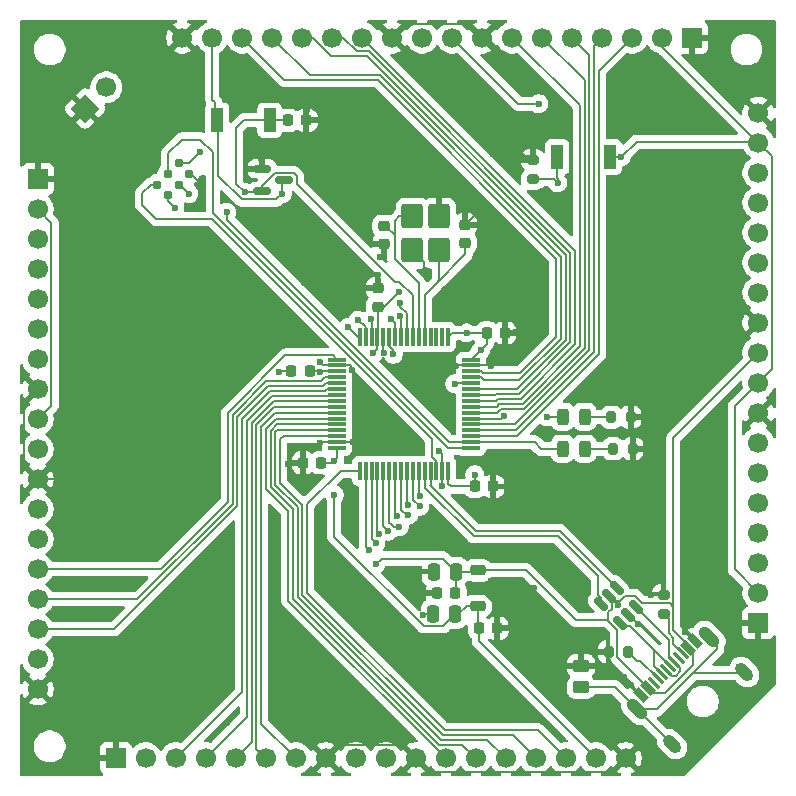
<source format=gbr>
%TF.GenerationSoftware,KiCad,Pcbnew,9.0.6*%
%TF.CreationDate,2026-01-02T14:20:19-05:00*%
%TF.ProjectId,plimsoll,706c696d-736f-46c6-9c2e-6b696361645f,rev?*%
%TF.SameCoordinates,Original*%
%TF.FileFunction,Copper,L1,Top*%
%TF.FilePolarity,Positive*%
%FSLAX46Y46*%
G04 Gerber Fmt 4.6, Leading zero omitted, Abs format (unit mm)*
G04 Created by KiCad (PCBNEW 9.0.6) date 2026-01-02 14:20:19*
%MOMM*%
%LPD*%
G01*
G04 APERTURE LIST*
G04 Aperture macros list*
%AMRoundRect*
0 Rectangle with rounded corners*
0 $1 Rounding radius*
0 $2 $3 $4 $5 $6 $7 $8 $9 X,Y pos of 4 corners*
0 Add a 4 corners polygon primitive as box body*
4,1,4,$2,$3,$4,$5,$6,$7,$8,$9,$2,$3,0*
0 Add four circle primitives for the rounded corners*
1,1,$1+$1,$2,$3*
1,1,$1+$1,$4,$5*
1,1,$1+$1,$6,$7*
1,1,$1+$1,$8,$9*
0 Add four rect primitives between the rounded corners*
20,1,$1+$1,$2,$3,$4,$5,0*
20,1,$1+$1,$4,$5,$6,$7,0*
20,1,$1+$1,$6,$7,$8,$9,0*
20,1,$1+$1,$8,$9,$2,$3,0*%
%AMHorizOval*
0 Thick line with rounded ends*
0 $1 width*
0 $2 $3 position (X,Y) of the first rounded end (center of the circle)*
0 $4 $5 position (X,Y) of the second rounded end (center of the circle)*
0 Add line between two ends*
20,1,$1,$2,$3,$4,$5,0*
0 Add two circle primitives to create the rounded ends*
1,1,$1,$2,$3*
1,1,$1,$4,$5*%
%AMRotRect*
0 Rectangle, with rotation*
0 The origin of the aperture is its center*
0 $1 length*
0 $2 width*
0 $3 Rotation angle, in degrees counterclockwise*
0 Add horizontal line*
21,1,$1,$2,0,0,$3*%
%AMFreePoly0*
4,1,9,3.862500,-0.866500,0.737500,-0.866500,0.737500,-0.450000,-0.737500,-0.450000,-0.737500,0.450000,0.737500,0.450000,0.737500,0.866500,3.862500,0.866500,3.862500,-0.866500,3.862500,-0.866500,$1*%
G04 Aperture macros list end*
%TA.AperFunction,HeatsinkPad*%
%ADD10HorizOval,1.000000X-0.282843X0.282843X0.282843X-0.282843X0*%
%TD*%
%TA.AperFunction,HeatsinkPad*%
%ADD11HorizOval,1.000000X-0.388909X0.388909X0.388909X-0.388909X0*%
%TD*%
%TA.AperFunction,SMDPad,CuDef*%
%ADD12RotRect,0.600000X1.240000X45.000000*%
%TD*%
%TA.AperFunction,SMDPad,CuDef*%
%ADD13RotRect,0.300000X1.240000X45.000000*%
%TD*%
%TA.AperFunction,SMDPad,CuDef*%
%ADD14RoundRect,0.250000X0.650000X-0.800000X0.650000X0.800000X-0.650000X0.800000X-0.650000X-0.800000X0*%
%TD*%
%TA.AperFunction,ComponentPad*%
%ADD15R,1.700000X1.700000*%
%TD*%
%TA.AperFunction,ComponentPad*%
%ADD16C,1.700000*%
%TD*%
%TA.AperFunction,SMDPad,CuDef*%
%ADD17RoundRect,0.225000X-0.425000X-0.225000X0.425000X-0.225000X0.425000X0.225000X-0.425000X0.225000X0*%
%TD*%
%TA.AperFunction,SMDPad,CuDef*%
%ADD18FreePoly0,0.000000*%
%TD*%
%TA.AperFunction,SMDPad,CuDef*%
%ADD19RoundRect,0.075000X-0.700000X0.075000X-0.700000X-0.075000X0.700000X-0.075000X0.700000X0.075000X0*%
%TD*%
%TA.AperFunction,SMDPad,CuDef*%
%ADD20RoundRect,0.075000X-0.075000X0.700000X-0.075000X-0.700000X0.075000X-0.700000X0.075000X0.700000X0*%
%TD*%
%TA.AperFunction,SMDPad,CuDef*%
%ADD21RoundRect,0.150000X-0.587500X-0.150000X0.587500X-0.150000X0.587500X0.150000X-0.587500X0.150000X0*%
%TD*%
%TA.AperFunction,SMDPad,CuDef*%
%ADD22RoundRect,0.150000X0.468458X-0.256326X-0.256326X0.468458X-0.468458X0.256326X0.256326X-0.468458X0*%
%TD*%
%TA.AperFunction,SMDPad,CuDef*%
%ADD23R,1.050000X2.000000*%
%TD*%
%TA.AperFunction,SMDPad,CuDef*%
%ADD24RoundRect,0.200000X-0.200000X-0.275000X0.200000X-0.275000X0.200000X0.275000X-0.200000X0.275000X0*%
%TD*%
%TA.AperFunction,SMDPad,CuDef*%
%ADD25RoundRect,0.200000X0.275000X-0.200000X0.275000X0.200000X-0.275000X0.200000X-0.275000X-0.200000X0*%
%TD*%
%TA.AperFunction,SMDPad,CuDef*%
%ADD26RoundRect,0.200000X0.200000X0.275000X-0.200000X0.275000X-0.200000X-0.275000X0.200000X-0.275000X0*%
%TD*%
%TA.AperFunction,SMDPad,CuDef*%
%ADD27RoundRect,0.200000X-0.275000X0.200000X-0.275000X-0.200000X0.275000X-0.200000X0.275000X0.200000X0*%
%TD*%
%TA.AperFunction,SMDPad,CuDef*%
%ADD28RoundRect,0.250000X-0.450000X0.262500X-0.450000X-0.262500X0.450000X-0.262500X0.450000X0.262500X0*%
%TD*%
%TA.AperFunction,ComponentPad*%
%ADD29RotRect,1.700000X1.700000X135.000000*%
%TD*%
%TA.AperFunction,ConnectorPad*%
%ADD30C,0.787400*%
%TD*%
%TA.AperFunction,SMDPad,CuDef*%
%ADD31RoundRect,0.243750X0.243750X0.456250X-0.243750X0.456250X-0.243750X-0.456250X0.243750X-0.456250X0*%
%TD*%
%TA.AperFunction,SMDPad,CuDef*%
%ADD32RoundRect,0.225000X-0.250000X0.225000X-0.250000X-0.225000X0.250000X-0.225000X0.250000X0.225000X0*%
%TD*%
%TA.AperFunction,SMDPad,CuDef*%
%ADD33RoundRect,0.225000X-0.225000X-0.250000X0.225000X-0.250000X0.225000X0.250000X-0.225000X0.250000X0*%
%TD*%
%TA.AperFunction,SMDPad,CuDef*%
%ADD34RoundRect,0.225000X0.225000X0.250000X-0.225000X0.250000X-0.225000X-0.250000X0.225000X-0.250000X0*%
%TD*%
%TA.AperFunction,SMDPad,CuDef*%
%ADD35RoundRect,0.225000X0.250000X-0.225000X0.250000X0.225000X-0.250000X0.225000X-0.250000X-0.225000X0*%
%TD*%
%TA.AperFunction,SMDPad,CuDef*%
%ADD36RoundRect,0.250000X0.250000X0.475000X-0.250000X0.475000X-0.250000X-0.475000X0.250000X-0.475000X0*%
%TD*%
%TA.AperFunction,ViaPad*%
%ADD37C,0.600000*%
%TD*%
%TA.AperFunction,Conductor*%
%ADD38C,0.200000*%
%TD*%
G04 APERTURE END LIST*
D10*
%TO.P,J2,S1,SHIELD*%
%TO.N,Net-(J2-SHIELD)*%
X118814841Y-132705438D03*
D11*
X115844993Y-129735590D03*
D10*
X112705438Y-138814841D03*
D11*
X109735590Y-135844993D03*
D12*
%TO.P,J2,B12,GND*%
%TO.N,GND*%
X110103286Y-134628769D03*
%TO.P,J2,B9,VBUS*%
%TO.N,VBUS*%
X110668971Y-134063084D03*
D13*
%TO.P,J2,B8,SBU2*%
%TO.N,unconnected-(J2-SBU2-PadB8)*%
X111128590Y-133603464D03*
%TO.P,J2,B7,D-*%
%TO.N,Net-(J2-D--PadA7)*%
X111835697Y-132896357D03*
%TO.P,J2,B6,D+*%
%TO.N,Net-(J2-D+-PadA6)*%
X112896357Y-131835697D03*
%TO.P,J2,B5,CC2*%
%TO.N,Net-(J2-CC2)*%
X113603464Y-131128590D03*
D12*
%TO.P,J2,B4,VBUS*%
%TO.N,VBUS*%
X114063084Y-130668971D03*
%TO.P,J2,B1,GND*%
%TO.N,GND*%
X114628769Y-130103286D03*
%TO.P,J2,A12,GND*%
X114628769Y-130103286D03*
%TO.P,J2,A9,VBUS*%
%TO.N,VBUS*%
X114063084Y-130668971D03*
D13*
%TO.P,J2,A8,SBU1*%
%TO.N,unconnected-(J2-SBU1-PadA8)*%
X113249911Y-131482144D03*
%TO.P,J2,A7,D-*%
%TO.N,Net-(J2-D--PadA7)*%
X112542804Y-132189251D03*
%TO.P,J2,A6,D+*%
%TO.N,Net-(J2-D+-PadA6)*%
X112189251Y-132542804D03*
%TO.P,J2,A5,CC1*%
%TO.N,Net-(J2-CC1)*%
X111482144Y-133249911D03*
D12*
%TO.P,J2,A4,VBUS*%
%TO.N,VBUS*%
X110668971Y-134063084D03*
%TO.P,J2,A1,GND*%
%TO.N,GND*%
X110103286Y-134628769D03*
%TD*%
D14*
%TO.P,Y2,1,1*%
%TO.N,Net-(U3-PF0)*%
X93000000Y-97000000D03*
%TO.P,Y2,2,2*%
%TO.N,GND*%
X93000000Y-94100000D03*
%TO.P,Y2,3,3*%
%TO.N,Net-(U3-PF1)*%
X90700000Y-94100000D03*
%TO.P,Y2,4,4*%
%TO.N,GND*%
X90700000Y-97000000D03*
%TD*%
D15*
%TO.P,J3,1,Pin_1*%
%TO.N,GND*%
X59000000Y-90980000D03*
D16*
%TO.P,J3,2,Pin_2*%
%TO.N,+3V3*%
X59000000Y-93520000D03*
%TO.P,J3,3,Pin_3*%
%TO.N,/PC0*%
X59000000Y-96060000D03*
%TO.P,J3,4,Pin_4*%
%TO.N,/PC1*%
X59000000Y-98600000D03*
%TO.P,J3,5,Pin_5*%
%TO.N,/PC2*%
X59000000Y-101140000D03*
%TO.P,J3,6,Pin_6*%
%TO.N,/PC3*%
X59000000Y-103680000D03*
%TO.P,J3,7,Pin_7*%
%TO.N,/PA0*%
X59000000Y-106220000D03*
%TO.P,J3,8,Pin_8*%
%TO.N,GND*%
X59000000Y-108760000D03*
%TO.P,J3,9,Pin_9*%
%TO.N,+3V3*%
X59000000Y-111300000D03*
%TO.P,J3,10,Pin_10*%
%TO.N,VBUS*%
X59000000Y-113840000D03*
%TO.P,J3,11,Pin_11*%
%TO.N,GND*%
X59000000Y-116380000D03*
%TO.P,J3,12,Pin_12*%
%TO.N,/PA1*%
X59000000Y-118920000D03*
%TO.P,J3,13,Pin_13*%
%TO.N,/PA2*%
X59000000Y-121460000D03*
%TO.P,J3,14,Pin_14*%
%TO.N,/PA3*%
X59000000Y-124000000D03*
%TO.P,J3,15,Pin_15*%
%TO.N,/PA4*%
X59000000Y-126540000D03*
%TO.P,J3,16,Pin_16*%
%TO.N,/PA5*%
X59000000Y-129080000D03*
%TO.P,J3,17,Pin_17*%
%TO.N,+3V3*%
X59000000Y-131620000D03*
%TO.P,J3,18,Pin_18*%
%TO.N,GND*%
X59000000Y-134160000D03*
%TD*%
D17*
%TO.P,U4,3,VOUT*%
%TO.N,+3V3*%
X96275000Y-127100000D03*
D18*
%TO.P,U4,2,GND*%
%TO.N,GND*%
X96362500Y-125600000D03*
D17*
%TO.P,U4,1,VIN*%
%TO.N,VBUS*%
X96275000Y-124100000D03*
%TD*%
D19*
%TO.P,U3,64,VDD*%
%TO.N,+3V3*%
X95675000Y-106250000D03*
%TO.P,U3,63,VSS*%
%TO.N,GND*%
X95675000Y-106750000D03*
%TO.P,U3,62,PB9*%
%TO.N,/PB9*%
X95675000Y-107250000D03*
%TO.P,U3,61,PB8*%
%TO.N,/PB8*%
X95675000Y-107750000D03*
%TO.P,U3,60,BOOT0*%
%TO.N,/BOOT0*%
X95675000Y-108250000D03*
%TO.P,U3,59,PB7*%
%TO.N,/PB7*%
X95675000Y-108750000D03*
%TO.P,U3,58,PB6*%
%TO.N,/PB6*%
X95675000Y-109250000D03*
%TO.P,U3,57,PB5*%
%TO.N,/PB5*%
X95675000Y-109750000D03*
%TO.P,U3,56,PB4*%
%TO.N,/PB4*%
X95675000Y-110250000D03*
%TO.P,U3,55,PB3*%
%TO.N,/PB3*%
X95675000Y-110750000D03*
%TO.P,U3,54,PD2*%
%TO.N,/PD2*%
X95675000Y-111250000D03*
%TO.P,U3,53,PC12*%
%TO.N,/PC12*%
X95675000Y-111750000D03*
%TO.P,U3,52,PC11*%
%TO.N,/PC11*%
X95675000Y-112250000D03*
%TO.P,U3,51,PC10*%
%TO.N,/PC10*%
X95675000Y-112750000D03*
%TO.P,U3,50,PA15*%
%TO.N,/PA15*%
X95675000Y-113250000D03*
%TO.P,U3,49,PA14*%
%TO.N,/SWCLK*%
X95675000Y-113750000D03*
D20*
%TO.P,U3,48,VDDIO2*%
%TO.N,+3V3*%
X93750000Y-115675000D03*
%TO.P,U3,47,VSS*%
%TO.N,GND*%
X93250000Y-115675000D03*
%TO.P,U3,46,PA13*%
%TO.N,/SWDIO*%
X92750000Y-115675000D03*
%TO.P,U3,45,PA12*%
%TO.N,/USB_DP*%
X92250000Y-115675000D03*
%TO.P,U3,44,PA11*%
%TO.N,/USB_DN*%
X91750000Y-115675000D03*
%TO.P,U3,43,PA10*%
%TO.N,/PA10*%
X91250000Y-115675000D03*
%TO.P,U3,42,PA9*%
%TO.N,/PA9*%
X90750000Y-115675000D03*
%TO.P,U3,41,PA8*%
%TO.N,/PA8*%
X90250000Y-115675000D03*
%TO.P,U3,40,PC9*%
%TO.N,/PC9*%
X89750000Y-115675000D03*
%TO.P,U3,39,PC8*%
%TO.N,/PC8*%
X89250000Y-115675000D03*
%TO.P,U3,38,PC7*%
%TO.N,/PC7*%
X88750000Y-115675000D03*
%TO.P,U3,37,PC6*%
%TO.N,/PC6*%
X88250000Y-115675000D03*
%TO.P,U3,36,PB15*%
%TO.N,/PB15*%
X87750000Y-115675000D03*
%TO.P,U3,35,PB14*%
%TO.N,/PB14*%
X87250000Y-115675000D03*
%TO.P,U3,34,PB13*%
%TO.N,/PB13*%
X86750000Y-115675000D03*
%TO.P,U3,33,PB12*%
%TO.N,/PB12*%
X86250000Y-115675000D03*
D19*
%TO.P,U3,32,VDD*%
%TO.N,+3V3*%
X84325000Y-113750000D03*
%TO.P,U3,31,VSS*%
%TO.N,GND*%
X84325000Y-113250000D03*
%TO.P,U3,30,PB11*%
%TO.N,/PB11*%
X84325000Y-112750000D03*
%TO.P,U3,29,PB10*%
%TO.N,/PB10*%
X84325000Y-112250000D03*
%TO.P,U3,28,PB2*%
%TO.N,/PB2*%
X84325000Y-111750000D03*
%TO.P,U3,27,PB1*%
%TO.N,/PB1*%
X84325000Y-111250000D03*
%TO.P,U3,26,PB0*%
%TO.N,/PB0*%
X84325000Y-110750000D03*
%TO.P,U3,25,PC5*%
%TO.N,/PC5*%
X84325000Y-110250000D03*
%TO.P,U3,24,PC4*%
%TO.N,/PC4*%
X84325000Y-109750000D03*
%TO.P,U3,23,PA7*%
%TO.N,/PA7*%
X84325000Y-109250000D03*
%TO.P,U3,22,PA6*%
%TO.N,/PA6*%
X84325000Y-108750000D03*
%TO.P,U3,21,PA5*%
%TO.N,/PA5*%
X84325000Y-108250000D03*
%TO.P,U3,20,PA4*%
%TO.N,/PA4*%
X84325000Y-107750000D03*
%TO.P,U3,19,VDD*%
%TO.N,+3V3*%
X84325000Y-107250000D03*
%TO.P,U3,18,VSS*%
%TO.N,GND*%
X84325000Y-106750000D03*
%TO.P,U3,17,PA3*%
%TO.N,/PA3*%
X84325000Y-106250000D03*
D20*
%TO.P,U3,16,PA2*%
%TO.N,/PA2*%
X86250000Y-104325000D03*
%TO.P,U3,15,PA1*%
%TO.N,/PA1*%
X86750000Y-104325000D03*
%TO.P,U3,14,PA0*%
%TO.N,/PA0*%
X87250000Y-104325000D03*
%TO.P,U3,13,VDDA*%
%TO.N,+3V3*%
X87750000Y-104325000D03*
%TO.P,U3,12,VSSA*%
%TO.N,GND*%
X88250000Y-104325000D03*
%TO.P,U3,11,PC3*%
%TO.N,/PC3*%
X88750000Y-104325000D03*
%TO.P,U3,10,PC2*%
%TO.N,/PC2*%
X89250000Y-104325000D03*
%TO.P,U3,9,PC1*%
%TO.N,/PC1*%
X89750000Y-104325000D03*
%TO.P,U3,8,PC0*%
%TO.N,/PC0*%
X90250000Y-104325000D03*
%TO.P,U3,7,NRST*%
%TO.N,/nRESET*%
X90750000Y-104325000D03*
%TO.P,U3,6,PF1*%
%TO.N,Net-(U3-PF1)*%
X91250000Y-104325000D03*
%TO.P,U3,5,PF0*%
%TO.N,Net-(U3-PF0)*%
X91750000Y-104325000D03*
%TO.P,U3,4,PC15*%
%TO.N,unconnected-(U3-PC15-Pad4)*%
X92250000Y-104325000D03*
%TO.P,U3,3,PC14*%
%TO.N,unconnected-(U3-PC14-Pad3)*%
X92750000Y-104325000D03*
%TO.P,U3,2,PC13*%
%TO.N,unconnected-(U3-PC13-Pad2)*%
X93250000Y-104325000D03*
%TO.P,U3,1,VBAT*%
%TO.N,+3V3*%
X93750000Y-104325000D03*
%TD*%
D21*
%TO.P,U2,3,Vcc*%
%TO.N,+3V3*%
X79875000Y-91050000D03*
%TO.P,U2,2,~{RESET}*%
%TO.N,/nRESET*%
X78000000Y-92000000D03*
%TO.P,U2,1,GND*%
%TO.N,GND*%
X78000000Y-90100000D03*
%TD*%
D22*
%TO.P,U1,1,I/O1*%
%TO.N,Net-(J2-D--PadA7)*%
X108270083Y-128526085D03*
%TO.P,U1,2,GND*%
%TO.N,GND*%
X108941834Y-127854334D03*
%TO.P,U1,3,I/O2*%
%TO.N,Net-(J2-D+-PadA6)*%
X109613585Y-127182583D03*
%TO.P,U1,4,I/O2*%
%TO.N,/USB_DP*%
X108004917Y-125573915D03*
%TO.P,U1,5,VBUS*%
%TO.N,VBUS*%
X107333166Y-126245666D03*
%TO.P,U1,6,I/O1*%
%TO.N,/USB_DN*%
X106661415Y-126917417D03*
%TD*%
D23*
%TO.P,BOOT,1,1*%
%TO.N,+3V3*%
X107420000Y-89100000D03*
%TO.P,BOOT,2,2*%
%TO.N,/BOOT0*%
X102980000Y-89100000D03*
%TD*%
%TO.P,RESET,1,1*%
%TO.N,+3V3*%
X74180000Y-86000000D03*
%TO.P,RESET,2,2*%
%TO.N,/nRESET*%
X78620000Y-86000000D03*
%TD*%
D24*
%TO.P,R14,1*%
%TO.N,Net-(D2-K)*%
X107537500Y-111140000D03*
%TO.P,R14,2*%
%TO.N,GND*%
X109187500Y-111140000D03*
%TD*%
%TO.P,R13,1*%
%TO.N,Net-(D1-K)*%
X107712500Y-113800000D03*
%TO.P,R13,2*%
%TO.N,GND*%
X109362500Y-113800000D03*
%TD*%
D25*
%TO.P,R6,1*%
%TO.N,Net-(J2-CC2)*%
X112000000Y-127825000D03*
%TO.P,R6,2*%
%TO.N,GND*%
X112000000Y-126175000D03*
%TD*%
D26*
%TO.P,R5,1*%
%TO.N,Net-(J2-CC1)*%
X109000000Y-131000000D03*
%TO.P,R5,2*%
%TO.N,GND*%
X107350000Y-131000000D03*
%TD*%
D27*
%TO.P,R4,1*%
%TO.N,GND*%
X100900000Y-89350000D03*
%TO.P,R4,2*%
%TO.N,/BOOT0*%
X100900000Y-91000000D03*
%TD*%
D28*
%TO.P,R1,1*%
%TO.N,GND*%
X105000000Y-132175000D03*
%TO.P,R1,2*%
%TO.N,Net-(J2-SHIELD)*%
X105000000Y-134000000D03*
%TD*%
D16*
%TO.P,J7,18,Pin_18*%
%TO.N,GND*%
X71220000Y-79000000D03*
%TO.P,J7,17,Pin_17*%
%TO.N,+3V3*%
X73760000Y-79000000D03*
%TO.P,J7,16,Pin_16*%
%TO.N,/PB9*%
X76300000Y-79000000D03*
%TO.P,J7,15,Pin_15*%
%TO.N,/PB8*%
X78840000Y-79000000D03*
%TO.P,J7,14,Pin_14*%
%TO.N,/PB7*%
X81380000Y-79000000D03*
%TO.P,J7,13,Pin_13*%
%TO.N,/PB6*%
X83920000Y-79000000D03*
%TO.P,J7,12,Pin_12*%
%TO.N,/PB5*%
X86460000Y-79000000D03*
%TO.P,J7,11,Pin_11*%
%TO.N,GND*%
X89000000Y-79000000D03*
%TO.P,J7,10,Pin_10*%
%TO.N,VBUS*%
X91540000Y-79000000D03*
%TO.P,J7,9,Pin_9*%
%TO.N,+3V3*%
X94080000Y-79000000D03*
%TO.P,J7,8,Pin_8*%
%TO.N,GND*%
X96620000Y-79000000D03*
%TO.P,J7,7,Pin_7*%
%TO.N,/PB4*%
X99160000Y-79000000D03*
%TO.P,J7,6,Pin_6*%
%TO.N,/PB3*%
X101700000Y-79000000D03*
%TO.P,J7,5,Pin_5*%
%TO.N,/PC12*%
X104240000Y-79000000D03*
%TO.P,J7,4,Pin_4*%
%TO.N,/PC11*%
X106780000Y-79000000D03*
%TO.P,J7,3,Pin_3*%
%TO.N,/PC10*%
X109320000Y-79000000D03*
%TO.P,J7,2,Pin_2*%
%TO.N,+3V3*%
X111860000Y-79000000D03*
D15*
%TO.P,J7,1,Pin_1*%
%TO.N,GND*%
X114400000Y-79000000D03*
%TD*%
%TO.P,J6,1,Pin_1*%
%TO.N,GND*%
X120000000Y-128540000D03*
D16*
%TO.P,J6,2,Pin_2*%
%TO.N,+3V3*%
X120000000Y-126000000D03*
%TO.P,J6,3,Pin_3*%
%TO.N,/PB13*%
X120000000Y-123460000D03*
%TO.P,J6,4,Pin_4*%
%TO.N,/PB14*%
X120000000Y-120920000D03*
%TO.P,J6,5,Pin_5*%
%TO.N,/PB15*%
X120000000Y-118380000D03*
%TO.P,J6,6,Pin_6*%
%TO.N,/PC6*%
X120000000Y-115840000D03*
%TO.P,J6,7,Pin_7*%
%TO.N,/PC7*%
X120000000Y-113300000D03*
%TO.P,J6,8,Pin_8*%
%TO.N,GND*%
X120000000Y-110760000D03*
%TO.P,J6,9,Pin_9*%
%TO.N,+3V3*%
X120000000Y-108220000D03*
%TO.P,J6,10,Pin_10*%
%TO.N,VBUS*%
X120000000Y-105680000D03*
%TO.P,J6,11,Pin_11*%
%TO.N,GND*%
X120000000Y-103140000D03*
%TO.P,J6,12,Pin_12*%
%TO.N,/PC8*%
X120000000Y-100600000D03*
%TO.P,J6,13,Pin_13*%
%TO.N,/PC9*%
X120000000Y-98060000D03*
%TO.P,J6,14,Pin_14*%
%TO.N,/PA8*%
X120000000Y-95520000D03*
%TO.P,J6,15,Pin_15*%
%TO.N,/PA9*%
X120000000Y-92980000D03*
%TO.P,J6,16,Pin_16*%
%TO.N,/PA10*%
X120000000Y-90440000D03*
%TO.P,J6,17,Pin_17*%
%TO.N,+3V3*%
X120000000Y-87900000D03*
%TO.P,J6,18,Pin_18*%
%TO.N,GND*%
X120000000Y-85360000D03*
%TD*%
D15*
%TO.P,J5,1,Pin_1*%
%TO.N,GND*%
X65600000Y-140000000D03*
D16*
%TO.P,J5,2,Pin_2*%
%TO.N,+3V3*%
X68140000Y-140000000D03*
%TO.P,J5,3,Pin_3*%
%TO.N,/PA6*%
X70680000Y-140000000D03*
%TO.P,J5,4,Pin_4*%
%TO.N,/PA7*%
X73220000Y-140000000D03*
%TO.P,J5,5,Pin_5*%
%TO.N,/PC4*%
X75760000Y-140000000D03*
%TO.P,J5,6,Pin_6*%
%TO.N,/PC5*%
X78300000Y-140000000D03*
%TO.P,J5,7,Pin_7*%
%TO.N,/PB0*%
X80840000Y-140000000D03*
%TO.P,J5,8,Pin_8*%
%TO.N,GND*%
X83380000Y-140000000D03*
%TO.P,J5,9,Pin_9*%
%TO.N,+3V3*%
X85920000Y-140000000D03*
%TO.P,J5,10,Pin_10*%
%TO.N,VBUS*%
X88460000Y-140000000D03*
%TO.P,J5,11,Pin_11*%
%TO.N,GND*%
X91000000Y-140000000D03*
%TO.P,J5,12,Pin_12*%
%TO.N,/PB1*%
X93540000Y-140000000D03*
%TO.P,J5,13,Pin_13*%
%TO.N,/PB2*%
X96080000Y-140000000D03*
%TO.P,J5,14,Pin_14*%
%TO.N,/PB10*%
X98620000Y-140000000D03*
%TO.P,J5,15,Pin_15*%
%TO.N,/PB11*%
X101160000Y-140000000D03*
%TO.P,J5,16,Pin_16*%
%TO.N,/PB12*%
X103700000Y-140000000D03*
%TO.P,J5,17,Pin_17*%
%TO.N,+3V3*%
X106240000Y-140000000D03*
%TO.P,J5,18,Pin_18*%
%TO.N,GND*%
X108780000Y-140000000D03*
%TD*%
%TO.P,J4,2,Pin_2*%
%TO.N,VBUS*%
X64796051Y-83203949D03*
D29*
%TO.P,J4,1,Pin_1*%
%TO.N,GND*%
X63000000Y-85000000D03*
%TD*%
D30*
%TO.P,J1,6,Pin_6*%
%TO.N,/PA15*%
X70909013Y-89636962D03*
%TO.P,J1,5,Pin_5*%
%TO.N,GND*%
X71807038Y-90534987D03*
%TO.P,J1,4,Pin_4*%
%TO.N,/SWCLK*%
X70010987Y-90534987D03*
%TO.P,J1,3,Pin_3*%
%TO.N,/nRESET*%
X70909013Y-91433013D03*
%TO.P,J1,2,Pin_2*%
%TO.N,/SWDIO*%
X69112962Y-91433013D03*
%TO.P,J1,1,Pin_1*%
%TO.N,+3V3*%
X70010987Y-92331038D03*
%TD*%
D31*
%TO.P,D2,2,A*%
%TO.N,/PD2*%
X103425000Y-111100000D03*
%TO.P,D2,1,K*%
%TO.N,Net-(D2-K)*%
X105300000Y-111100000D03*
%TD*%
%TO.P,D1,2,A*%
%TO.N,/PA15*%
X103425000Y-113800000D03*
%TO.P,D1,1,K*%
%TO.N,Net-(D1-K)*%
X105300000Y-113800000D03*
%TD*%
D32*
%TO.P,C17,1*%
%TO.N,GND*%
X87775000Y-100225000D03*
%TO.P,C17,2*%
%TO.N,+3V3*%
X87775000Y-101775000D03*
%TD*%
D33*
%TO.P,C16,1*%
%TO.N,GND*%
X80450000Y-107225000D03*
%TO.P,C16,2*%
%TO.N,+3V3*%
X82000000Y-107225000D03*
%TD*%
%TO.P,C15,1*%
%TO.N,GND*%
X81450000Y-115000000D03*
%TO.P,C15,2*%
%TO.N,+3V3*%
X83000000Y-115000000D03*
%TD*%
D34*
%TO.P,C14,1*%
%TO.N,GND*%
X97550000Y-117000000D03*
%TO.P,C14,2*%
%TO.N,+3V3*%
X96000000Y-117000000D03*
%TD*%
%TO.P,C13,1*%
%TO.N,GND*%
X98550000Y-104000000D03*
%TO.P,C13,2*%
%TO.N,+3V3*%
X97000000Y-104000000D03*
%TD*%
D32*
%TO.P,C8,1*%
%TO.N,GND*%
X95200000Y-94825000D03*
%TO.P,C8,2*%
%TO.N,Net-(U3-PF0)*%
X95200000Y-96375000D03*
%TD*%
D35*
%TO.P,C7,1*%
%TO.N,GND*%
X88300000Y-96475000D03*
%TO.P,C7,2*%
%TO.N,Net-(U3-PF1)*%
X88300000Y-94925000D03*
%TD*%
D34*
%TO.P,C5,1*%
%TO.N,GND*%
X97900000Y-129000000D03*
%TO.P,C5,2*%
%TO.N,+3V3*%
X96350000Y-129000000D03*
%TD*%
D36*
%TO.P,C4,1*%
%TO.N,+3V3*%
X94350000Y-127800000D03*
%TO.P,C4,2*%
%TO.N,GND*%
X92450000Y-127800000D03*
%TD*%
D33*
%TO.P,C3,1*%
%TO.N,GND*%
X92800000Y-126000000D03*
%TO.P,C3,2*%
%TO.N,VBUS*%
X94350000Y-126000000D03*
%TD*%
D36*
%TO.P,C2,1*%
%TO.N,VBUS*%
X94400000Y-124200000D03*
%TO.P,C2,2*%
%TO.N,GND*%
X92500000Y-124200000D03*
%TD*%
D33*
%TO.P,C1,1*%
%TO.N,/nRESET*%
X80190000Y-86000000D03*
%TO.P,C1,2*%
%TO.N,GND*%
X81740000Y-86000000D03*
%TD*%
D37*
%TO.N,GND*%
X59000000Y-83000000D03*
X63000000Y-79000000D03*
X117000000Y-120000000D03*
X75000000Y-137000000D03*
X85000000Y-120000000D03*
X83000000Y-120000000D03*
X82000000Y-135000000D03*
X69000000Y-132000000D03*
X70000000Y-85000000D03*
X64000000Y-90000000D03*
X69000000Y-96000000D03*
X80000000Y-95000000D03*
X87298263Y-88922320D03*
X99000000Y-100000000D03*
X111000000Y-94000000D03*
X116198537Y-100835846D03*
X116000000Y-114000000D03*
X116000000Y-125000000D03*
X104000000Y-125000000D03*
X96777092Y-134950879D03*
X89708780Y-130390678D03*
X85000000Y-126000000D03*
X63000000Y-128000000D03*
X65000000Y-125000000D03*
X90000000Y-138000000D03*
X116000000Y-86000000D03*
X113000000Y-85000000D03*
X100000000Y-83000000D03*
X93000000Y-83000000D03*
X100000000Y-89000000D03*
X115000000Y-106000000D03*
X68575000Y-103550000D03*
X71150000Y-114450000D03*
X63200000Y-116250000D03*
%TO.N,+3V3*%
X84100000Y-117700000D03*
%TO.N,GND*%
X81800000Y-85100000D03*
X77900000Y-89200000D03*
%TO.N,+3V3*%
X89600000Y-100500000D03*
X87400000Y-105700000D03*
X79700000Y-92200000D03*
X101400000Y-84600000D03*
%TO.N,VBUS*%
X87600000Y-123600000D03*
X108100000Y-127000000D03*
%TO.N,GND*%
X113700000Y-128500000D03*
X108600000Y-133100000D03*
X113800000Y-129300000D03*
X109200000Y-133800000D03*
X105000000Y-131000000D03*
X106400000Y-131000000D03*
X110900000Y-126200000D03*
X109851041Y-128648959D03*
%TO.N,+3V3*%
X108400000Y-89100000D03*
X96512500Y-105412500D03*
X95300000Y-104000000D03*
X96000000Y-116000000D03*
X84100000Y-114800000D03*
X82900000Y-107300003D03*
%TO.N,GND*%
X91600000Y-127900000D03*
X91300000Y-124200000D03*
X91600000Y-126000000D03*
X101000000Y-125600000D03*
X98000000Y-127000000D03*
X99100000Y-129000000D03*
%TO.N,/PA10*%
X91350000Y-117776443D03*
%TO.N,/PA9*%
X91324265Y-118675735D03*
%TO.N,/PA8*%
X90350000Y-118550000D03*
%TO.N,/PC9*%
X90375461Y-119424931D03*
%TO.N,/PC8*%
X89400000Y-119500000D03*
%TO.N,/BOOT0*%
X103000000Y-91300000D03*
X94300000Y-108300000D03*
%TO.N,GND*%
X110600000Y-113900000D03*
X110300000Y-111200000D03*
%TO.N,/PD2*%
X102100000Y-111100000D03*
X98500000Y-111000000D03*
%TO.N,/PC7*%
X89600000Y-120400000D03*
%TO.N,/PC6*%
X88669222Y-120780222D03*
%TO.N,/PB15*%
X87900000Y-121000000D03*
%TO.N,/PB14*%
X87600000Y-121800000D03*
%TO.N,/PB13*%
X87000000Y-122400000D03*
%TO.N,/PA1*%
X86100000Y-102900000D03*
%TO.N,/PA2*%
X85300000Y-103500000D03*
%TO.N,/PA0*%
X87179828Y-102820172D03*
%TO.N,/PC3*%
X89100000Y-105800000D03*
%TO.N,/PC2*%
X88894909Y-102836781D03*
%TO.N,/PC1*%
X89650000Y-102572507D03*
%TO.N,/PC0*%
X89700000Y-101500000D03*
%TO.N,GND*%
X80200000Y-115100000D03*
X79407165Y-107307165D03*
X72700000Y-91300000D03*
%TO.N,+3V3*%
X70600000Y-93400000D03*
%TO.N,/PA15*%
X75000000Y-93800000D03*
X72700000Y-88700000D03*
%TO.N,/nRESET*%
X71800000Y-92200000D03*
X76500000Y-92100000D03*
%TO.N,GND*%
X99500000Y-103900000D03*
X87800000Y-99100000D03*
X88000000Y-97600000D03*
X96000000Y-93800000D03*
X91700000Y-98800000D03*
X93100000Y-92200000D03*
X82900000Y-113300000D03*
X85700000Y-113200000D03*
X82900000Y-106500000D03*
X85600000Y-107100000D03*
X88300000Y-105700000D03*
X94400000Y-106800000D03*
X97400000Y-106800000D03*
X93195672Y-116979611D03*
X93000000Y-114000000D03*
%TD*%
D38*
%TO.N,/nRESET*%
X80190000Y-86000000D02*
X78620000Y-86000000D01*
X75800000Y-91400000D02*
X76500000Y-92100000D01*
X78620000Y-86000000D02*
X76440000Y-86000000D01*
%TO.N,+3V3*%
X79199000Y-92701000D02*
X79700000Y-92200000D01*
X76251057Y-92701000D02*
X79199000Y-92701000D01*
X74221772Y-90671715D02*
X76251057Y-92701000D01*
X74221772Y-86221772D02*
X74221772Y-90671715D01*
X74180000Y-86180000D02*
X74221772Y-86221772D01*
X74180000Y-86000000D02*
X74180000Y-86180000D01*
X74000000Y-84480000D02*
X74000000Y-85820000D01*
%TO.N,/nRESET*%
X75800000Y-86640000D02*
X75800000Y-91400000D01*
%TO.N,+3V3*%
X73760000Y-84240000D02*
X74000000Y-84480000D01*
X73760000Y-79000000D02*
X73760000Y-84240000D01*
X74000000Y-85820000D02*
X74180000Y-86000000D01*
%TO.N,/nRESET*%
X76440000Y-86000000D02*
X75800000Y-86640000D01*
%TO.N,GND*%
X81800000Y-85940000D02*
X81800000Y-85100000D01*
X81740000Y-86000000D02*
X81800000Y-85940000D01*
X90000000Y-139000000D02*
X90000000Y-138000000D01*
X91000000Y-140000000D02*
X90000000Y-139000000D01*
X114000000Y-86000000D02*
X116000000Y-86000000D01*
X113000000Y-85000000D02*
X114000000Y-86000000D01*
X100000000Y-82000000D02*
X100000000Y-83000000D01*
X97000000Y-79000000D02*
X100000000Y-82000000D01*
X96620000Y-79000000D02*
X97000000Y-79000000D01*
X100550000Y-89000000D02*
X100900000Y-89350000D01*
X100000000Y-89000000D02*
X100550000Y-89000000D01*
X89000000Y-79000000D02*
X93000000Y-83000000D01*
X95469000Y-77849000D02*
X90151000Y-77849000D01*
X90151000Y-77849000D02*
X89000000Y-79000000D01*
X96620000Y-79000000D02*
X95469000Y-77849000D01*
X117140000Y-106000000D02*
X115000000Y-106000000D01*
X120000000Y-103140000D02*
X117140000Y-106000000D01*
%TO.N,/nRESET*%
X90750000Y-100800057D02*
X90750000Y-104325000D01*
X89599886Y-99649943D02*
X90750000Y-100800057D01*
X89200000Y-99649943D02*
X89599886Y-99649943D01*
X80913500Y-90709032D02*
X80913500Y-91363443D01*
X80653468Y-90449000D02*
X80913500Y-90709032D01*
X79096532Y-90449000D02*
X80653468Y-90449000D01*
X80913500Y-91363443D02*
X89200000Y-99649943D01*
X78000000Y-92000000D02*
X78000000Y-91545532D01*
X78000000Y-91545532D02*
X79096532Y-90449000D01*
%TO.N,GND*%
X88300000Y-97300000D02*
X88000000Y-97600000D01*
X88300000Y-96475000D02*
X88300000Y-97300000D01*
X71150000Y-114450000D02*
X71150000Y-106125000D01*
X71150000Y-106125000D02*
X68575000Y-103550000D01*
X63070000Y-116380000D02*
X63200000Y-116250000D01*
X59000000Y-116380000D02*
X63070000Y-116380000D01*
X57849000Y-115229000D02*
X57849000Y-109911000D01*
X59000000Y-116380000D02*
X57849000Y-115229000D01*
X57849000Y-109911000D02*
X59000000Y-108760000D01*
X107629000Y-141151000D02*
X108780000Y-140000000D01*
X92151000Y-141151000D02*
X107629000Y-141151000D01*
X91000000Y-140000000D02*
X92151000Y-141151000D01*
X84531000Y-138849000D02*
X83380000Y-140000000D01*
X91000000Y-140000000D02*
X89849000Y-138849000D01*
X89849000Y-138849000D02*
X84531000Y-138849000D01*
%TO.N,+3V3*%
X59000000Y-111300000D02*
X60151000Y-110149000D01*
X60151000Y-110149000D02*
X60151000Y-94671000D01*
X60151000Y-94671000D02*
X59000000Y-93520000D01*
X84100000Y-121249943D02*
X84100000Y-117700000D01*
X91676057Y-128826000D02*
X84100000Y-121249943D01*
X93324000Y-128826000D02*
X91676057Y-128826000D01*
X94350000Y-127800000D02*
X93324000Y-128826000D01*
X96350000Y-130110000D02*
X106240000Y-140000000D01*
X96350000Y-129000000D02*
X96350000Y-130110000D01*
%TO.N,GND*%
X78000000Y-89300000D02*
X77900000Y-89200000D01*
X78000000Y-90100000D02*
X78000000Y-89300000D01*
%TO.N,/PC0*%
X90250000Y-102322564D02*
X90250000Y-104325000D01*
X89700000Y-101772564D02*
X90250000Y-102322564D01*
X89700000Y-101500000D02*
X89700000Y-101772564D01*
%TO.N,+3V3*%
X88325000Y-101775000D02*
X89600000Y-100500000D01*
X87775000Y-101775000D02*
X88325000Y-101775000D01*
X87750000Y-105350000D02*
X87400000Y-105700000D01*
X87750000Y-104325000D02*
X87750000Y-105350000D01*
X79700000Y-91225000D02*
X79875000Y-91050000D01*
X79700000Y-92200000D02*
X79700000Y-91225000D01*
X74415110Y-79000000D02*
X73760000Y-79000000D01*
X79875000Y-91050000D02*
X79941000Y-90984000D01*
X99680000Y-84600000D02*
X101400000Y-84600000D01*
X94080000Y-79000000D02*
X99680000Y-84600000D01*
X111860000Y-79760000D02*
X111860000Y-79000000D01*
X120000000Y-87900000D02*
X111860000Y-79760000D01*
X109700000Y-87800000D02*
X108400000Y-89100000D01*
X120000000Y-87900000D02*
X119900000Y-87800000D01*
X119900000Y-87800000D02*
X109700000Y-87800000D01*
X121151000Y-89051000D02*
X120000000Y-87900000D01*
X121151000Y-107069000D02*
X121151000Y-89051000D01*
X120000000Y-108220000D02*
X121151000Y-107069000D01*
X118000000Y-110220000D02*
X120000000Y-108220000D01*
X118000000Y-124000000D02*
X118000000Y-110220000D01*
X120000000Y-126000000D02*
X118000000Y-124000000D01*
%TO.N,VBUS*%
X112801000Y-112879000D02*
X112801000Y-127188936D01*
X120000000Y-105680000D02*
X112801000Y-112879000D01*
X88100000Y-123100000D02*
X87600000Y-123600000D01*
X93300000Y-123100000D02*
X88100000Y-123100000D01*
X94400000Y-124200000D02*
X93300000Y-123100000D01*
X100349943Y-124100000D02*
X96275000Y-124100000D01*
X107300000Y-128300000D02*
X107300000Y-127641428D01*
X107300000Y-128300000D02*
X104549943Y-128300000D01*
X104549943Y-128300000D02*
X100349943Y-124100000D01*
X107345666Y-126245666D02*
X108100000Y-127000000D01*
X107333166Y-126245666D02*
X107345666Y-126245666D01*
X107583812Y-126496312D02*
X107333166Y-126245666D01*
X107583812Y-127357616D02*
X107583812Y-126496312D01*
X108051000Y-129156944D02*
X107300000Y-128405944D01*
X108051000Y-131445113D02*
X108051000Y-129156944D01*
X110668971Y-134063084D02*
X108051000Y-131445113D01*
X107300000Y-128405944D02*
X107300000Y-128300000D01*
X107300000Y-127641428D02*
X107583812Y-127357616D01*
X107740530Y-126653030D02*
X107333166Y-126245666D01*
X108288398Y-126653030D02*
X107740530Y-126653030D01*
X108681242Y-126260186D02*
X108288398Y-126653030D01*
X110156944Y-126876000D02*
X109541130Y-126260186D01*
X112488064Y-126876000D02*
X110156944Y-126876000D01*
X109541130Y-126260186D02*
X108681242Y-126260186D01*
X112801000Y-127188936D02*
X112488064Y-126876000D01*
X112801000Y-129150943D02*
X112801000Y-127188936D01*
X114063084Y-130413027D02*
X112801000Y-129150943D01*
X114063084Y-130668971D02*
X114063084Y-130413027D01*
%TO.N,Net-(J2-CC2)*%
X112400000Y-129401898D02*
X112400000Y-128225000D01*
X112400000Y-128225000D02*
X112000000Y-127825000D01*
X112805439Y-129807337D02*
X112400000Y-129401898D01*
X112805439Y-130330565D02*
X112805439Y-129807337D01*
X113603464Y-131128590D02*
X112805439Y-130330565D01*
%TO.N,GND*%
X113700000Y-129200000D02*
X113800000Y-129300000D01*
X113700000Y-128500000D02*
X113700000Y-129200000D01*
X108600000Y-133125483D02*
X108600000Y-133100000D01*
X110103286Y-134628769D02*
X108600000Y-133125483D01*
X114603286Y-130103286D02*
X113800000Y-129300000D01*
X114628769Y-130103286D02*
X114603286Y-130103286D01*
X110028769Y-134628769D02*
X109200000Y-133800000D01*
X110103286Y-134628769D02*
X110028769Y-134628769D01*
X105000000Y-132175000D02*
X105000000Y-131000000D01*
X107350000Y-131000000D02*
X106400000Y-131000000D01*
X110925000Y-126175000D02*
X110900000Y-126200000D01*
X112000000Y-126175000D02*
X110925000Y-126175000D01*
X109056416Y-127854334D02*
X109851041Y-128648959D01*
X108941834Y-127854334D02*
X109056416Y-127854334D01*
%TO.N,+3V3*%
X107420000Y-89100000D02*
X108400000Y-89100000D01*
X97000000Y-104000000D02*
X97000000Y-104925000D01*
X94075000Y-104000000D02*
X97000000Y-104000000D01*
X93750000Y-104325000D02*
X94075000Y-104000000D01*
X96000000Y-117000000D02*
X96000000Y-116000000D01*
X84325000Y-113750000D02*
X84325000Y-114575000D01*
X84100000Y-114800000D02*
X84325000Y-114575000D01*
X83900000Y-115000000D02*
X84100000Y-114800000D01*
X83000000Y-115000000D02*
X83900000Y-115000000D01*
X82824997Y-107225000D02*
X82900000Y-107300003D01*
X82000000Y-107225000D02*
X82824997Y-107225000D01*
%TO.N,GND*%
X91700000Y-127800000D02*
X91600000Y-127900000D01*
X92450000Y-127800000D02*
X91700000Y-127800000D01*
X92500000Y-124200000D02*
X91300000Y-124200000D01*
X92800000Y-126000000D02*
X91600000Y-126000000D01*
X96362500Y-125600000D02*
X101000000Y-125600000D01*
X97762500Y-127000000D02*
X98000000Y-127000000D01*
X96362500Y-125600000D02*
X97762500Y-127000000D01*
X97900000Y-129000000D02*
X99100000Y-129000000D01*
%TO.N,+3V3*%
X95300000Y-127100000D02*
X96275000Y-127100000D01*
X94600000Y-127800000D02*
X95300000Y-127100000D01*
X94350000Y-127800000D02*
X94600000Y-127800000D01*
X96275000Y-128925000D02*
X96350000Y-129000000D01*
X96275000Y-127100000D02*
X96275000Y-128925000D01*
%TO.N,GND*%
X92500000Y-124300000D02*
X92600000Y-124400000D01*
X92500000Y-124200000D02*
X92500000Y-124300000D01*
%TO.N,VBUS*%
X96175000Y-124200000D02*
X96275000Y-124100000D01*
X94400000Y-124200000D02*
X96175000Y-124200000D01*
X94400000Y-125950000D02*
X94350000Y-126000000D01*
X94400000Y-124200000D02*
X94400000Y-125950000D01*
%TO.N,Net-(J2-SHIELD)*%
X116585991Y-132785991D02*
X116600000Y-132800000D01*
X118720279Y-132800000D02*
X118814841Y-132705438D01*
X114485991Y-132785991D02*
X116585991Y-132785991D01*
X116600000Y-132800000D02*
X118720279Y-132800000D01*
X116135991Y-131135991D02*
X116500000Y-130771981D01*
X116500000Y-130771981D02*
X116500000Y-130390597D01*
X111394456Y-135877525D02*
X116135991Y-131135991D01*
X109768122Y-135877525D02*
X111394456Y-135877525D01*
X116500000Y-130390597D02*
X115844993Y-129735590D01*
X109735590Y-135844993D02*
X109768122Y-135877525D01*
X107890597Y-134000000D02*
X112705438Y-138814841D01*
X105000000Y-134000000D02*
X107890597Y-134000000D01*
X107890597Y-134000000D02*
X109735590Y-135844993D01*
%TO.N,/PA9*%
X90750000Y-118101470D02*
X90750000Y-115675000D01*
X91324265Y-118675735D02*
X90750000Y-118101470D01*
%TO.N,/PC9*%
X89750000Y-118950000D02*
X89750000Y-115675000D01*
X90224931Y-119424931D02*
X89750000Y-118950000D01*
X90375461Y-119424931D02*
X90224931Y-119424931D01*
%TO.N,/PA10*%
X91250000Y-117676443D02*
X91250000Y-115675000D01*
X91350000Y-117776443D02*
X91250000Y-117676443D01*
%TO.N,/PA8*%
X90250000Y-118450000D02*
X90250000Y-115675000D01*
X90350000Y-118550000D02*
X90250000Y-118450000D01*
%TO.N,/PC8*%
X89250000Y-119350000D02*
X89400000Y-119500000D01*
X89250000Y-115675000D02*
X89250000Y-119350000D01*
%TO.N,/BOOT0*%
X102700000Y-91000000D02*
X103000000Y-91300000D01*
X100900000Y-91000000D02*
X102700000Y-91000000D01*
X102980000Y-90880000D02*
X102980000Y-89100000D01*
X103000000Y-90900000D02*
X102980000Y-90880000D01*
X103000000Y-91300000D02*
X103000000Y-90900000D01*
X94350000Y-108250000D02*
X94300000Y-108300000D01*
X95675000Y-108250000D02*
X94350000Y-108250000D01*
%TO.N,/PB7*%
X83844240Y-80552000D02*
X82292240Y-79000000D01*
X82292240Y-79000000D02*
X81380000Y-79000000D01*
X86877800Y-80552000D02*
X83844240Y-80552000D01*
X103694000Y-97368200D02*
X86877800Y-80552000D01*
X103694000Y-104636300D02*
X103694000Y-97368200D01*
X95675000Y-108750000D02*
X99580300Y-108750000D01*
X99580300Y-108750000D02*
X103694000Y-104636300D01*
%TO.N,/PB4*%
X104897000Y-84737000D02*
X99160000Y-79000000D01*
X100033600Y-109998000D02*
X104897000Y-105134600D01*
X98084957Y-109998000D02*
X100033600Y-109998000D01*
X104897000Y-105134600D02*
X104897000Y-84737000D01*
X97832957Y-110250000D02*
X98084957Y-109998000D01*
X95675000Y-110250000D02*
X97832957Y-110250000D01*
%TO.N,/PB3*%
X100199700Y-110399000D02*
X98251057Y-110399000D01*
X105298000Y-105300700D02*
X100199700Y-110399000D01*
X105298000Y-82598000D02*
X105298000Y-105300700D01*
X98251057Y-110399000D02*
X97900057Y-110750000D01*
X101700000Y-79000000D02*
X105298000Y-82598000D01*
X97900057Y-110750000D02*
X95675000Y-110750000D01*
%TO.N,/PC12*%
X105699000Y-80459000D02*
X104240000Y-79000000D01*
X99415800Y-111750000D02*
X105699000Y-105466800D01*
X105699000Y-105466800D02*
X105699000Y-80459000D01*
X95675000Y-111750000D02*
X99415800Y-111750000D01*
%TO.N,/PC11*%
X106100000Y-105632900D02*
X106100000Y-79680000D01*
X106100000Y-79680000D02*
X106780000Y-79000000D01*
X99482900Y-112250000D02*
X106100000Y-105632900D01*
X95675000Y-112250000D02*
X99482900Y-112250000D01*
%TO.N,/PC10*%
X106501000Y-81819000D02*
X109320000Y-79000000D01*
X106501000Y-105799000D02*
X106501000Y-81819000D01*
X99550000Y-112750000D02*
X106501000Y-105799000D01*
X95675000Y-112750000D02*
X99550000Y-112750000D01*
%TO.N,GND*%
X110500000Y-113800000D02*
X110600000Y-113900000D01*
X109362500Y-113800000D02*
X110500000Y-113800000D01*
%TO.N,Net-(D1-K)*%
X105300000Y-113800000D02*
X107712500Y-113800000D01*
%TO.N,/PA15*%
X101600000Y-113800000D02*
X103425000Y-113800000D01*
X101050000Y-113250000D02*
X101600000Y-113800000D01*
X95675000Y-113250000D02*
X101050000Y-113250000D01*
%TO.N,GND*%
X110240000Y-111140000D02*
X110300000Y-111200000D01*
X109187500Y-111140000D02*
X110240000Y-111140000D01*
%TO.N,Net-(D2-K)*%
X105940000Y-111140000D02*
X107537500Y-111140000D01*
X105900000Y-111100000D02*
X105940000Y-111140000D01*
X105300000Y-111100000D02*
X105900000Y-111100000D01*
%TO.N,/PD2*%
X102100000Y-111100000D02*
X103425000Y-111100000D01*
X98250000Y-111250000D02*
X98500000Y-111000000D01*
X95675000Y-111250000D02*
X98250000Y-111250000D01*
%TO.N,/PC7*%
X88750000Y-120050000D02*
X88750000Y-115675000D01*
X88879222Y-120179222D02*
X88750000Y-120050000D01*
X88918165Y-120179222D02*
X88879222Y-120179222D01*
X89138943Y-120400000D02*
X88918165Y-120179222D01*
X89600000Y-120400000D02*
X89138943Y-120400000D01*
%TO.N,/PC6*%
X88250000Y-120361000D02*
X88669222Y-120780222D01*
X88250000Y-115675000D02*
X88250000Y-120361000D01*
%TO.N,/PB15*%
X87750000Y-115675000D02*
X87750000Y-120850000D01*
X87750000Y-120850000D02*
X87900000Y-121000000D01*
%TO.N,/PB14*%
X87600000Y-121800000D02*
X87250000Y-121450000D01*
X87250000Y-121450000D02*
X87250000Y-115675000D01*
%TO.N,/PB13*%
X86750000Y-122150000D02*
X87000000Y-122400000D01*
X86750000Y-115675000D02*
X86750000Y-122150000D01*
%TO.N,/PA1*%
X86133824Y-102900000D02*
X86750000Y-103516176D01*
X86100000Y-102900000D02*
X86133824Y-102900000D01*
X86750000Y-103516176D02*
X86750000Y-104325000D01*
%TO.N,/PA2*%
X86125000Y-104325000D02*
X85300000Y-103500000D01*
X86250000Y-104325000D02*
X86125000Y-104325000D01*
%TO.N,+3V3*%
X87780828Y-101780828D02*
X87775000Y-101775000D01*
X87780828Y-104294172D02*
X87780828Y-101780828D01*
X87750000Y-104325000D02*
X87780828Y-104294172D01*
%TO.N,/PA0*%
X87250000Y-102890344D02*
X87179828Y-102820172D01*
X87250000Y-104325000D02*
X87250000Y-102890344D01*
%TO.N,/PC3*%
X88750000Y-105133824D02*
X88750000Y-104325000D01*
X89100000Y-105800000D02*
X89100000Y-105483824D01*
X89100000Y-105483824D02*
X88750000Y-105133824D01*
%TO.N,/PC2*%
X89250000Y-103191872D02*
X88894909Y-102836781D01*
X89250000Y-104325000D02*
X89250000Y-103191872D01*
%TO.N,/PC1*%
X89750000Y-102672507D02*
X89650000Y-102572507D01*
X89750000Y-104325000D02*
X89750000Y-102672507D01*
%TO.N,/PB12*%
X101346000Y-137646000D02*
X103700000Y-140000000D01*
X81804000Y-125995600D02*
X93454400Y-137646000D01*
X84625000Y-115675000D02*
X81804000Y-118496000D01*
X81804000Y-118496000D02*
X81804000Y-125995600D01*
X93454400Y-137646000D02*
X101346000Y-137646000D01*
X86250000Y-115675000D02*
X84625000Y-115675000D01*
%TO.N,/PB11*%
X99207000Y-138047000D02*
X101160000Y-140000000D01*
X93288300Y-138047000D02*
X99207000Y-138047000D01*
X79511000Y-116709700D02*
X81403000Y-118601700D01*
X79511000Y-113000000D02*
X79511000Y-116709700D01*
X81403000Y-126161700D02*
X93288300Y-138047000D01*
X84275000Y-112700000D02*
X79811000Y-112700000D01*
X79811000Y-112700000D02*
X79511000Y-113000000D01*
X81403000Y-118601700D02*
X81403000Y-126161700D01*
X84325000Y-112750000D02*
X84275000Y-112700000D01*
%TO.N,/PB10*%
X93122200Y-138448000D02*
X97068000Y-138448000D01*
X81002000Y-118767800D02*
X81002000Y-126327800D01*
X79110000Y-116875800D02*
X81002000Y-118767800D01*
X79110000Y-112426800D02*
X79110000Y-116875800D01*
X79286800Y-112250000D02*
X79110000Y-112426800D01*
X81002000Y-126327800D02*
X93122200Y-138448000D01*
X97068000Y-138448000D02*
X98620000Y-140000000D01*
X84325000Y-112250000D02*
X79286800Y-112250000D01*
%TO.N,/PB2*%
X94929000Y-138849000D02*
X96080000Y-140000000D01*
X92956100Y-138849000D02*
X94929000Y-138849000D01*
X80601000Y-118933900D02*
X80601000Y-126493900D01*
X78709000Y-117041900D02*
X80601000Y-118933900D01*
X78709000Y-112260700D02*
X78709000Y-117041900D01*
X79219700Y-111750000D02*
X78709000Y-112260700D01*
X84325000Y-111750000D02*
X79219700Y-111750000D01*
X80601000Y-126493900D02*
X92956100Y-138849000D01*
%TO.N,/PB1*%
X80200000Y-126660000D02*
X93540000Y-140000000D01*
X80200000Y-119100000D02*
X80200000Y-126660000D01*
X78308000Y-112094600D02*
X78308000Y-117208000D01*
X79152600Y-111250000D02*
X78308000Y-112094600D01*
X84325000Y-111250000D02*
X79152600Y-111250000D01*
X78308000Y-117208000D02*
X80200000Y-119100000D01*
%TO.N,/PB0*%
X77907000Y-137067000D02*
X80840000Y-140000000D01*
X77907000Y-111928500D02*
X77907000Y-137067000D01*
X84325000Y-110750000D02*
X79085500Y-110750000D01*
X79085500Y-110750000D02*
X77907000Y-111928500D01*
%TO.N,/PC5*%
X79018400Y-110250000D02*
X77506000Y-111762400D01*
X77506000Y-111762400D02*
X77506000Y-139206000D01*
X84325000Y-110250000D02*
X79018400Y-110250000D01*
X77506000Y-139206000D02*
X78300000Y-140000000D01*
%TO.N,/PC4*%
X77105000Y-138655000D02*
X75760000Y-140000000D01*
X77105000Y-111596300D02*
X77105000Y-138655000D01*
X78951300Y-109750000D02*
X77105000Y-111596300D01*
X84325000Y-109750000D02*
X78951300Y-109750000D01*
%TO.N,/PA7*%
X76704000Y-111430200D02*
X76704000Y-136516000D01*
X78831200Y-109303000D02*
X76704000Y-111430200D01*
X76704000Y-136516000D02*
X73220000Y-140000000D01*
X82097000Y-109303000D02*
X78831200Y-109303000D01*
%TO.N,/PA6*%
X76303000Y-111264100D02*
X76303000Y-134377000D01*
X76303000Y-134377000D02*
X70680000Y-140000000D01*
X78665100Y-108902000D02*
X76303000Y-111264100D01*
X83332200Y-108902000D02*
X78665100Y-108902000D01*
X83484200Y-108750000D02*
X83332200Y-108902000D01*
X84325000Y-108750000D02*
X83484200Y-108750000D01*
%TO.N,/PA5*%
X78499000Y-108501000D02*
X75902000Y-111098000D01*
X83166100Y-108501000D02*
X78499000Y-108501000D01*
X75902000Y-118632200D02*
X65454200Y-129080000D01*
X65454200Y-129080000D02*
X59000000Y-129080000D01*
X83417100Y-108250000D02*
X83166100Y-108501000D01*
X84325000Y-108250000D02*
X83417100Y-108250000D01*
X75902000Y-111098000D02*
X75902000Y-118632200D01*
%TO.N,/PA4*%
X75501000Y-118466100D02*
X67427100Y-126540000D01*
X67427100Y-126540000D02*
X59000000Y-126540000D01*
X78332900Y-108100000D02*
X75501000Y-110931900D01*
X75501000Y-110931900D02*
X75501000Y-118466100D01*
X83000000Y-108100000D02*
X78332900Y-108100000D01*
X83350000Y-107750000D02*
X83000000Y-108100000D01*
X84325000Y-107750000D02*
X83350000Y-107750000D01*
%TO.N,/PA3*%
X69400000Y-124000000D02*
X59000000Y-124000000D01*
X75100000Y-118300000D02*
X69400000Y-124000000D01*
X79966800Y-105899000D02*
X75100000Y-110765800D01*
X83974000Y-105899000D02*
X79966800Y-105899000D01*
X84325000Y-106250000D02*
X83974000Y-105899000D01*
X75100000Y-110765800D02*
X75100000Y-118300000D01*
%TO.N,/PA7*%
X83498300Y-109303000D02*
X82097000Y-109303000D01*
X83502300Y-109299000D02*
X83498300Y-109303000D01*
X84276000Y-109299000D02*
X83502300Y-109299000D01*
X84325000Y-109250000D02*
X84276000Y-109299000D01*
%TO.N,GND*%
X80300000Y-115000000D02*
X80200000Y-115100000D01*
X81450000Y-115000000D02*
X80300000Y-115000000D01*
X79489330Y-107225000D02*
X79407165Y-107307165D01*
X80450000Y-107225000D02*
X79489330Y-107225000D01*
%TO.N,Net-(U3-PF1)*%
X88375000Y-95000000D02*
X88500000Y-95000000D01*
X88300000Y-94925000D02*
X88375000Y-95000000D01*
X88500000Y-95000000D02*
X89200000Y-95700000D01*
%TO.N,Net-(U3-PF0)*%
X95200000Y-96375000D02*
X95200000Y-97350000D01*
%TO.N,GND*%
X96000000Y-94025000D02*
X96000000Y-93800000D01*
X95200000Y-94825000D02*
X96000000Y-94025000D01*
%TO.N,Net-(U3-PF0)*%
X95200000Y-97350000D02*
X92675000Y-99875000D01*
%TO.N,GND*%
X71934987Y-90534987D02*
X72700000Y-91300000D01*
X71807038Y-90534987D02*
X71934987Y-90534987D01*
%TO.N,+3V3*%
X70010987Y-92810987D02*
X70600000Y-93400000D01*
X70010987Y-92331038D02*
X70010987Y-92810987D01*
%TO.N,/PA15*%
X93850000Y-113250000D02*
X95675000Y-113250000D01*
X75000000Y-94400000D02*
X93850000Y-113250000D01*
X75000000Y-93800000D02*
X75000000Y-94400000D01*
X71763038Y-89636962D02*
X72700000Y-88700000D01*
X70909013Y-89636962D02*
X71763038Y-89636962D01*
%TO.N,/SWCLK*%
X71187082Y-87623228D02*
X70010987Y-88799323D01*
X73820772Y-88720772D02*
X72723228Y-87623228D01*
X72723228Y-87623228D02*
X71187082Y-87623228D01*
X73820772Y-93853672D02*
X73820772Y-88720772D01*
X93717100Y-113750000D02*
X73820772Y-93853672D01*
X95675000Y-113750000D02*
X93717100Y-113750000D01*
X70010987Y-88799323D02*
X70010987Y-90534987D01*
%TO.N,/nRESET*%
X77900000Y-92100000D02*
X78000000Y-92000000D01*
X76500000Y-92100000D02*
X77900000Y-92100000D01*
X71033013Y-91433013D02*
X71800000Y-92200000D01*
X70909013Y-91433013D02*
X71033013Y-91433013D01*
%TO.N,/SWDIO*%
X68556187Y-91433013D02*
X69112962Y-91433013D01*
X67817649Y-93130600D02*
X67817649Y-92171551D01*
X67817649Y-92171551D02*
X68556187Y-91433013D01*
X69031821Y-94344772D02*
X67817649Y-93130600D01*
X73744772Y-94344772D02*
X69031821Y-94344772D01*
X92750000Y-114866176D02*
X92750000Y-115675000D01*
X92399000Y-112999000D02*
X92399000Y-114515176D01*
X73744772Y-94344772D02*
X92399000Y-112999000D01*
X92399000Y-114515176D02*
X92750000Y-114866176D01*
%TO.N,GND*%
X85550000Y-106750000D02*
X84325000Y-106750000D01*
X85600000Y-107100000D02*
X85550000Y-106750000D01*
X99400000Y-104000000D02*
X99500000Y-103900000D01*
X98550000Y-104000000D02*
X99400000Y-104000000D01*
X87775000Y-99125000D02*
X87800000Y-99100000D01*
X87775000Y-100225000D02*
X87775000Y-99125000D01*
X91700000Y-98000000D02*
X91700000Y-98800000D01*
X90700000Y-97000000D02*
X91700000Y-98000000D01*
X93000000Y-92300000D02*
X93100000Y-92200000D01*
X93000000Y-94100000D02*
X93000000Y-92300000D01*
%TO.N,Net-(U3-PF0)*%
X93000000Y-99550000D02*
X93000000Y-97000000D01*
X92675000Y-99875000D02*
X93000000Y-99550000D01*
X92675000Y-99875000D02*
X91750000Y-100800000D01*
X91750000Y-100800000D02*
X91750000Y-104325000D01*
%TO.N,Net-(U3-PF1)*%
X89200000Y-97736160D02*
X89200000Y-95700000D01*
X89600000Y-94100000D02*
X90700000Y-94100000D01*
X89200000Y-95700000D02*
X89200000Y-94500000D01*
X89200000Y-94500000D02*
X89600000Y-94100000D01*
X91250000Y-99786160D02*
X89200000Y-97736160D01*
X91250000Y-104325000D02*
X91250000Y-99786160D01*
%TO.N,GND*%
X82950000Y-113250000D02*
X82900000Y-113300000D01*
X84325000Y-113250000D02*
X82950000Y-113250000D01*
X85650000Y-113250000D02*
X85700000Y-113200000D01*
X84325000Y-113250000D02*
X85650000Y-113250000D01*
X83150000Y-106750000D02*
X82900000Y-106500000D01*
X84325000Y-106750000D02*
X83150000Y-106750000D01*
%TO.N,+3V3*%
X84300000Y-107225000D02*
X84325000Y-107250000D01*
X82000000Y-107225000D02*
X84300000Y-107225000D01*
%TO.N,GND*%
X88250000Y-105650000D02*
X88300000Y-105700000D01*
X88250000Y-104325000D02*
X88250000Y-105650000D01*
X94450000Y-106750000D02*
X94400000Y-106800000D01*
X95675000Y-106750000D02*
X94450000Y-106750000D01*
%TO.N,+3V3*%
X95675000Y-106250000D02*
X97000000Y-104925000D01*
%TO.N,GND*%
X97350000Y-106750000D02*
X97400000Y-106800000D01*
X95675000Y-106750000D02*
X97350000Y-106750000D01*
X93250000Y-116925283D02*
X93195672Y-116979611D01*
X93250000Y-115675000D02*
X93250000Y-116925283D01*
X93250000Y-114250000D02*
X93000000Y-114000000D01*
X93250000Y-115675000D02*
X93250000Y-114250000D01*
%TO.N,+3V3*%
X94000000Y-117000000D02*
X96000000Y-117000000D01*
X93750000Y-116750000D02*
X94000000Y-117000000D01*
X93750000Y-115675000D02*
X93750000Y-116750000D01*
%TO.N,/USB_DN*%
X106661415Y-126423857D02*
X106661415Y-126917417D01*
X106410769Y-126173211D02*
X106661415Y-126423857D01*
X106410769Y-124616164D02*
X106410769Y-126173211D01*
X103019605Y-121225000D02*
X106410769Y-124616164D01*
X95906802Y-121225000D02*
X103019605Y-121225000D01*
X91775000Y-117093198D02*
X95906802Y-121225000D01*
X91775000Y-116862501D02*
X91775000Y-117093198D01*
X91750000Y-115675000D02*
X91750000Y-116837501D01*
%TO.N,/USB_DP*%
X103206002Y-120775000D02*
X108004917Y-125573915D01*
%TO.N,/USB_DN*%
X91750000Y-116837501D02*
X91775000Y-116862501D01*
%TO.N,/USB_DP*%
X96093198Y-120775000D02*
X103206002Y-120775000D01*
X92225000Y-116906802D02*
X96093198Y-120775000D01*
X92250000Y-115675000D02*
X92250000Y-116837501D01*
X92225000Y-116862501D02*
X92225000Y-116906802D01*
X92250000Y-116837501D02*
X92225000Y-116862501D01*
%TO.N,VBUS*%
X114448936Y-131054823D02*
X114063084Y-130668971D01*
X114448936Y-132152709D02*
X114448936Y-131054823D01*
X111107377Y-134501490D02*
X112100155Y-134501490D01*
X112100155Y-134501490D02*
X114448936Y-132152709D01*
X110668971Y-134063084D02*
X111107377Y-134501490D01*
%TO.N,Net-(J2-CC1)*%
X109767767Y-131767767D02*
X109000000Y-131000000D01*
X110000000Y-131767767D02*
X109767767Y-131767767D01*
X111482144Y-133249911D02*
X110000000Y-131767767D01*
%TO.N,Net-(J2-D+-PadA6)*%
X112681170Y-133034723D02*
X112189251Y-132542804D01*
X112999822Y-133034723D02*
X112681170Y-133034723D01*
X113388276Y-132646269D02*
X112999822Y-133034723D01*
X113388276Y-132327616D02*
X113388276Y-132646269D01*
X112896357Y-131835697D02*
X113388276Y-132327616D01*
%TO.N,Net-(J2-D--PadA7)*%
X111176777Y-132237437D02*
X111176777Y-130823223D01*
X111176777Y-130823223D02*
X109130284Y-128776731D01*
X111835697Y-132896357D02*
X111176777Y-132237437D01*
X108520729Y-128776731D02*
X108270083Y-128526085D01*
X109130284Y-128776731D02*
X108520729Y-128776731D01*
X112542804Y-132189251D02*
X111176777Y-130823223D01*
%TO.N,Net-(J2-D+-PadA6)*%
X112404439Y-131343779D02*
X112896357Y-131835697D01*
X112404439Y-129973437D02*
X112404439Y-131343779D01*
X109613585Y-127182583D02*
X112404439Y-129973437D01*
%TO.N,/PB6*%
X97698757Y-109250000D02*
X95675000Y-109250000D01*
X99701400Y-109196000D02*
X97752757Y-109196000D01*
X104095000Y-104802400D02*
X99701400Y-109196000D01*
X104095000Y-97202100D02*
X104095000Y-104802400D01*
X84832240Y-79000000D02*
X85983240Y-80151000D01*
X85983240Y-80151000D02*
X87043900Y-80151000D01*
X83920000Y-79000000D02*
X84832240Y-79000000D01*
X87043900Y-80151000D02*
X104095000Y-97202100D01*
X97752757Y-109196000D02*
X97698757Y-109250000D01*
%TO.N,/PB5*%
X104496000Y-97036000D02*
X86460000Y-79000000D01*
X97918857Y-109597000D02*
X99867500Y-109597000D01*
X104496000Y-104968500D02*
X104496000Y-97036000D01*
X97765857Y-109750000D02*
X97918857Y-109597000D01*
X99867500Y-109597000D02*
X104496000Y-104968500D01*
X95675000Y-109750000D02*
X97765857Y-109750000D01*
%TO.N,/PB8*%
X87929350Y-82170650D02*
X82010650Y-82170650D01*
X103293000Y-104470200D02*
X103293000Y-97534300D01*
X99763200Y-108000000D02*
X103293000Y-104470200D01*
X96733824Y-108000000D02*
X99763200Y-108000000D01*
X103293000Y-97534300D02*
X87929350Y-82170650D01*
X95675000Y-107750000D02*
X96483824Y-107750000D01*
X96483824Y-107750000D02*
X96733824Y-108000000D01*
X82010650Y-82170650D02*
X78840000Y-79000000D01*
%TO.N,/PB9*%
X96550924Y-107250000D02*
X95675000Y-107250000D01*
X96701924Y-107401000D02*
X96550924Y-107250000D01*
X97648943Y-107401000D02*
X96701924Y-107401000D01*
X97650943Y-107399000D02*
X97648943Y-107401000D01*
X102892000Y-104304100D02*
X99797100Y-107399000D01*
X102892000Y-97700400D02*
X102892000Y-104304100D01*
X99797100Y-107399000D02*
X97650943Y-107399000D01*
X87763250Y-82571650D02*
X102892000Y-97700400D01*
X76300000Y-79000000D02*
X79871650Y-82571650D01*
X79871650Y-82571650D02*
X87763250Y-82571650D01*
%TD*%
%TA.AperFunction,Conductor*%
%TO.N,GND*%
G36*
X75621834Y-119864114D02*
G01*
X75677767Y-119905986D01*
X75702184Y-119971450D01*
X75702500Y-119980296D01*
X75702500Y-134076902D01*
X75682815Y-134143941D01*
X75666181Y-134164583D01*
X71164522Y-138666241D01*
X71103199Y-138699726D01*
X71038523Y-138696491D01*
X70996245Y-138682754D01*
X70856272Y-138660584D01*
X70786287Y-138649500D01*
X70573713Y-138649500D01*
X70525042Y-138657208D01*
X70363760Y-138682753D01*
X70161585Y-138748444D01*
X69972179Y-138844951D01*
X69800213Y-138969890D01*
X69649890Y-139120213D01*
X69524949Y-139292182D01*
X69520484Y-139300946D01*
X69472509Y-139351742D01*
X69404688Y-139368536D01*
X69338553Y-139345998D01*
X69299516Y-139300946D01*
X69295050Y-139292182D01*
X69170109Y-139120213D01*
X69019786Y-138969890D01*
X68847820Y-138844951D01*
X68658414Y-138748444D01*
X68658413Y-138748443D01*
X68658412Y-138748443D01*
X68456243Y-138682754D01*
X68456241Y-138682753D01*
X68456240Y-138682753D01*
X68294957Y-138657208D01*
X68246287Y-138649500D01*
X68033713Y-138649500D01*
X67985042Y-138657208D01*
X67823760Y-138682753D01*
X67621585Y-138748444D01*
X67432179Y-138844951D01*
X67260215Y-138969889D01*
X67146285Y-139083819D01*
X67084962Y-139117303D01*
X67015270Y-139112319D01*
X66959337Y-139070447D01*
X66942422Y-139039470D01*
X66893354Y-138907913D01*
X66893350Y-138907906D01*
X66807190Y-138792812D01*
X66807187Y-138792809D01*
X66692093Y-138706649D01*
X66692086Y-138706645D01*
X66557379Y-138656403D01*
X66557372Y-138656401D01*
X66497844Y-138650000D01*
X65850000Y-138650000D01*
X65850000Y-139566988D01*
X65792993Y-139534075D01*
X65665826Y-139500000D01*
X65534174Y-139500000D01*
X65407007Y-139534075D01*
X65350000Y-139566988D01*
X65350000Y-138650000D01*
X64702155Y-138650000D01*
X64642627Y-138656401D01*
X64642620Y-138656403D01*
X64507913Y-138706645D01*
X64507906Y-138706649D01*
X64392812Y-138792809D01*
X64392809Y-138792812D01*
X64306649Y-138907906D01*
X64306645Y-138907913D01*
X64256403Y-139042620D01*
X64256401Y-139042627D01*
X64250000Y-139102155D01*
X64250000Y-139750000D01*
X65166988Y-139750000D01*
X65134075Y-139807007D01*
X65100000Y-139934174D01*
X65100000Y-140065826D01*
X65134075Y-140192993D01*
X65166988Y-140250000D01*
X64250000Y-140250000D01*
X64250000Y-140897844D01*
X64256401Y-140957372D01*
X64256403Y-140957379D01*
X64306645Y-141092086D01*
X64306649Y-141092093D01*
X64392809Y-141207187D01*
X64392812Y-141207190D01*
X64485042Y-141276234D01*
X64526913Y-141332168D01*
X64531897Y-141401859D01*
X64498411Y-141463182D01*
X64437088Y-141496666D01*
X64410731Y-141499500D01*
X57624500Y-141499500D01*
X57557461Y-141479815D01*
X57511706Y-141427011D01*
X57500500Y-141375500D01*
X57500500Y-138893713D01*
X58649500Y-138893713D01*
X58649500Y-139106287D01*
X58651245Y-139117303D01*
X58680419Y-139301505D01*
X58682754Y-139316243D01*
X58706563Y-139389520D01*
X58748444Y-139518414D01*
X58844951Y-139707820D01*
X58969890Y-139879786D01*
X59120213Y-140030109D01*
X59292179Y-140155048D01*
X59292181Y-140155049D01*
X59292184Y-140155051D01*
X59481588Y-140251557D01*
X59683757Y-140317246D01*
X59893713Y-140350500D01*
X59893714Y-140350500D01*
X60106286Y-140350500D01*
X60106287Y-140350500D01*
X60316243Y-140317246D01*
X60518412Y-140251557D01*
X60707816Y-140155051D01*
X60747802Y-140126000D01*
X60879786Y-140030109D01*
X60879788Y-140030106D01*
X60879792Y-140030104D01*
X61030104Y-139879792D01*
X61030106Y-139879788D01*
X61030109Y-139879786D01*
X61155048Y-139707820D01*
X61155047Y-139707820D01*
X61155051Y-139707816D01*
X61251557Y-139518412D01*
X61317246Y-139316243D01*
X61350500Y-139106287D01*
X61350500Y-138893713D01*
X61317246Y-138683757D01*
X61251557Y-138481588D01*
X61155051Y-138292184D01*
X61155049Y-138292181D01*
X61155048Y-138292179D01*
X61030109Y-138120213D01*
X60879786Y-137969890D01*
X60707820Y-137844951D01*
X60518414Y-137748444D01*
X60518413Y-137748443D01*
X60518412Y-137748443D01*
X60316243Y-137682754D01*
X60316241Y-137682753D01*
X60316240Y-137682753D01*
X60154957Y-137657208D01*
X60106287Y-137649500D01*
X59893713Y-137649500D01*
X59845042Y-137657208D01*
X59683760Y-137682753D01*
X59481585Y-137748444D01*
X59292179Y-137844951D01*
X59120213Y-137969890D01*
X58969890Y-138120213D01*
X58844951Y-138292179D01*
X58748444Y-138481585D01*
X58682753Y-138683760D01*
X58657223Y-138844951D01*
X58649500Y-138893713D01*
X57500500Y-138893713D01*
X57500500Y-134696611D01*
X57520185Y-134629572D01*
X57572989Y-134583817D01*
X57642147Y-134573873D01*
X57705703Y-134602898D01*
X57742432Y-134658294D01*
X57748906Y-134678221D01*
X57845375Y-134867550D01*
X57884728Y-134921716D01*
X58517037Y-134289408D01*
X58534075Y-134352993D01*
X58599901Y-134467007D01*
X58692993Y-134560099D01*
X58807007Y-134625925D01*
X58870590Y-134642962D01*
X58238282Y-135275269D01*
X58238282Y-135275270D01*
X58292449Y-135314624D01*
X58481782Y-135411095D01*
X58683870Y-135476757D01*
X58893754Y-135510000D01*
X59106246Y-135510000D01*
X59316127Y-135476757D01*
X59316130Y-135476757D01*
X59518217Y-135411095D01*
X59707554Y-135314622D01*
X59761716Y-135275270D01*
X59761717Y-135275270D01*
X59129408Y-134642962D01*
X59192993Y-134625925D01*
X59307007Y-134560099D01*
X59400099Y-134467007D01*
X59465925Y-134352993D01*
X59482962Y-134289409D01*
X60115270Y-134921717D01*
X60115270Y-134921716D01*
X60154622Y-134867554D01*
X60251095Y-134678217D01*
X60316757Y-134476130D01*
X60316757Y-134476127D01*
X60350000Y-134266246D01*
X60350000Y-134053753D01*
X60316757Y-133843872D01*
X60316757Y-133843869D01*
X60251095Y-133641782D01*
X60154624Y-133452449D01*
X60115270Y-133398282D01*
X60115269Y-133398282D01*
X59482962Y-134030590D01*
X59465925Y-133967007D01*
X59400099Y-133852993D01*
X59307007Y-133759901D01*
X59192993Y-133694075D01*
X59129409Y-133677037D01*
X59761716Y-133044728D01*
X59707547Y-133005373D01*
X59707547Y-133005372D01*
X59698500Y-133000763D01*
X59647706Y-132952788D01*
X59630912Y-132884966D01*
X59653451Y-132818832D01*
X59698508Y-132779793D01*
X59707816Y-132775051D01*
X59816010Y-132696444D01*
X59879786Y-132650109D01*
X59879788Y-132650106D01*
X59879792Y-132650104D01*
X60030104Y-132499792D01*
X60030106Y-132499788D01*
X60030109Y-132499786D01*
X60155048Y-132327820D01*
X60155047Y-132327820D01*
X60155051Y-132327816D01*
X60251557Y-132138412D01*
X60317246Y-131936243D01*
X60350500Y-131726287D01*
X60350500Y-131513713D01*
X60317246Y-131303757D01*
X60251557Y-131101588D01*
X60155051Y-130912184D01*
X60155049Y-130912181D01*
X60155048Y-130912179D01*
X60030109Y-130740213D01*
X59879786Y-130589890D01*
X59707820Y-130464951D01*
X59707115Y-130464591D01*
X59699054Y-130460485D01*
X59648259Y-130412512D01*
X59631463Y-130344692D01*
X59653999Y-130278556D01*
X59699054Y-130239515D01*
X59707816Y-130235051D01*
X59775532Y-130185853D01*
X59879786Y-130110109D01*
X59879788Y-130110106D01*
X59879792Y-130110104D01*
X60030104Y-129959792D01*
X60030106Y-129959788D01*
X60030109Y-129959786D01*
X60101422Y-129861631D01*
X60155051Y-129787816D01*
X60155587Y-129786765D01*
X60175235Y-129748205D01*
X60223209Y-129697409D01*
X60285719Y-129680500D01*
X65367531Y-129680500D01*
X65367547Y-129680501D01*
X65375143Y-129680501D01*
X65533254Y-129680501D01*
X65533257Y-129680501D01*
X65685985Y-129639577D01*
X65753666Y-129600501D01*
X65822916Y-129560520D01*
X65934720Y-129448716D01*
X65934720Y-129448714D01*
X65944924Y-129438511D01*
X65944927Y-129438506D01*
X75490821Y-119892613D01*
X75552142Y-119859130D01*
X75621834Y-119864114D01*
G37*
%TD.AperFunction*%
%TA.AperFunction,Conductor*%
G36*
X82914075Y-140192993D02*
G01*
X82979901Y-140307007D01*
X83072993Y-140400099D01*
X83187007Y-140465925D01*
X83250590Y-140482962D01*
X82618282Y-141115269D01*
X82618282Y-141115270D01*
X82672449Y-141154624D01*
X82861782Y-141251095D01*
X82881706Y-141257569D01*
X82939381Y-141297006D01*
X82966580Y-141361365D01*
X82954665Y-141430211D01*
X82907421Y-141481687D01*
X82843388Y-141499500D01*
X81378226Y-141499500D01*
X81311187Y-141479815D01*
X81265432Y-141427011D01*
X81255488Y-141357853D01*
X81284513Y-141294297D01*
X81339906Y-141257569D01*
X81358412Y-141251557D01*
X81547816Y-141155051D01*
X81634471Y-141092093D01*
X81719786Y-141030109D01*
X81719788Y-141030106D01*
X81719792Y-141030104D01*
X81870104Y-140879792D01*
X81870106Y-140879788D01*
X81870109Y-140879786D01*
X81955890Y-140761717D01*
X81995051Y-140707816D01*
X81999793Y-140698508D01*
X82047763Y-140647711D01*
X82115583Y-140630911D01*
X82181719Y-140653445D01*
X82220763Y-140698500D01*
X82225373Y-140707547D01*
X82264728Y-140761716D01*
X82897037Y-140129408D01*
X82914075Y-140192993D01*
G37*
%TD.AperFunction*%
%TA.AperFunction,Conductor*%
G36*
X84495270Y-140761717D02*
G01*
X84495270Y-140761716D01*
X84534622Y-140707555D01*
X84539232Y-140698507D01*
X84587205Y-140647709D01*
X84655025Y-140630912D01*
X84721161Y-140653447D01*
X84760204Y-140698504D01*
X84764949Y-140707817D01*
X84889890Y-140879786D01*
X85040213Y-141030109D01*
X85212179Y-141155048D01*
X85212181Y-141155049D01*
X85212184Y-141155051D01*
X85401588Y-141251557D01*
X85420092Y-141257569D01*
X85477768Y-141297006D01*
X85504966Y-141361365D01*
X85493051Y-141430211D01*
X85445807Y-141481687D01*
X85381774Y-141499500D01*
X83916612Y-141499500D01*
X83849573Y-141479815D01*
X83803818Y-141427011D01*
X83793874Y-141357853D01*
X83822899Y-141294297D01*
X83878294Y-141257569D01*
X83898217Y-141251095D01*
X84087554Y-141154622D01*
X84141716Y-141115270D01*
X84141717Y-141115270D01*
X83509408Y-140482962D01*
X83572993Y-140465925D01*
X83687007Y-140400099D01*
X83780099Y-140307007D01*
X83845925Y-140192993D01*
X83862962Y-140129408D01*
X84495270Y-140761717D01*
G37*
%TD.AperFunction*%
%TA.AperFunction,Conductor*%
G36*
X90534075Y-140192993D02*
G01*
X90599901Y-140307007D01*
X90692993Y-140400099D01*
X90807007Y-140465925D01*
X90870590Y-140482962D01*
X90238282Y-141115269D01*
X90238282Y-141115270D01*
X90292449Y-141154624D01*
X90481782Y-141251095D01*
X90501706Y-141257569D01*
X90559381Y-141297006D01*
X90586580Y-141361365D01*
X90574665Y-141430211D01*
X90527421Y-141481687D01*
X90463388Y-141499500D01*
X88998226Y-141499500D01*
X88931187Y-141479815D01*
X88885432Y-141427011D01*
X88875488Y-141357853D01*
X88904513Y-141294297D01*
X88959906Y-141257569D01*
X88978412Y-141251557D01*
X89167816Y-141155051D01*
X89254471Y-141092093D01*
X89339786Y-141030109D01*
X89339788Y-141030106D01*
X89339792Y-141030104D01*
X89490104Y-140879792D01*
X89490106Y-140879788D01*
X89490109Y-140879786D01*
X89575890Y-140761717D01*
X89615051Y-140707816D01*
X89619793Y-140698508D01*
X89667763Y-140647711D01*
X89735583Y-140630911D01*
X89801719Y-140653445D01*
X89840763Y-140698500D01*
X89845373Y-140707547D01*
X89884728Y-140761716D01*
X90517037Y-140129408D01*
X90534075Y-140192993D01*
G37*
%TD.AperFunction*%
%TA.AperFunction,Conductor*%
G36*
X92115270Y-140761717D02*
G01*
X92115270Y-140761716D01*
X92154622Y-140707555D01*
X92159232Y-140698507D01*
X92207205Y-140647709D01*
X92275025Y-140630912D01*
X92341161Y-140653447D01*
X92380204Y-140698504D01*
X92384949Y-140707817D01*
X92509890Y-140879786D01*
X92660213Y-141030109D01*
X92832179Y-141155048D01*
X92832181Y-141155049D01*
X92832184Y-141155051D01*
X93021588Y-141251557D01*
X93040092Y-141257569D01*
X93097768Y-141297006D01*
X93124966Y-141361365D01*
X93113051Y-141430211D01*
X93065807Y-141481687D01*
X93001774Y-141499500D01*
X91536612Y-141499500D01*
X91469573Y-141479815D01*
X91423818Y-141427011D01*
X91413874Y-141357853D01*
X91442899Y-141294297D01*
X91498294Y-141257569D01*
X91518217Y-141251095D01*
X91707554Y-141154622D01*
X91761716Y-141115270D01*
X91761717Y-141115270D01*
X91129408Y-140482962D01*
X91192993Y-140465925D01*
X91307007Y-140400099D01*
X91400099Y-140307007D01*
X91465925Y-140192993D01*
X91482962Y-140129408D01*
X92115270Y-140761717D01*
G37*
%TD.AperFunction*%
%TA.AperFunction,Conductor*%
G36*
X94881444Y-140653999D02*
G01*
X94920486Y-140699056D01*
X94924951Y-140707820D01*
X95049890Y-140879786D01*
X95200213Y-141030109D01*
X95372179Y-141155048D01*
X95372181Y-141155049D01*
X95372184Y-141155051D01*
X95561588Y-141251557D01*
X95580092Y-141257569D01*
X95637768Y-141297006D01*
X95664966Y-141361365D01*
X95653051Y-141430211D01*
X95605807Y-141481687D01*
X95541774Y-141499500D01*
X94078226Y-141499500D01*
X94011187Y-141479815D01*
X93965432Y-141427011D01*
X93955488Y-141357853D01*
X93984513Y-141294297D01*
X94039906Y-141257569D01*
X94058412Y-141251557D01*
X94247816Y-141155051D01*
X94334471Y-141092093D01*
X94419786Y-141030109D01*
X94419788Y-141030106D01*
X94419792Y-141030104D01*
X94570104Y-140879792D01*
X94570106Y-140879788D01*
X94570109Y-140879786D01*
X94695048Y-140707820D01*
X94695047Y-140707820D01*
X94695051Y-140707816D01*
X94699514Y-140699054D01*
X94747488Y-140648259D01*
X94815308Y-140631463D01*
X94881444Y-140653999D01*
G37*
%TD.AperFunction*%
%TA.AperFunction,Conductor*%
G36*
X97421444Y-140653999D02*
G01*
X97460486Y-140699056D01*
X97464951Y-140707820D01*
X97589890Y-140879786D01*
X97740213Y-141030109D01*
X97912179Y-141155048D01*
X97912181Y-141155049D01*
X97912184Y-141155051D01*
X98101588Y-141251557D01*
X98120092Y-141257569D01*
X98177768Y-141297006D01*
X98204966Y-141361365D01*
X98193051Y-141430211D01*
X98145807Y-141481687D01*
X98081774Y-141499500D01*
X96618226Y-141499500D01*
X96551187Y-141479815D01*
X96505432Y-141427011D01*
X96495488Y-141357853D01*
X96524513Y-141294297D01*
X96579906Y-141257569D01*
X96598412Y-141251557D01*
X96787816Y-141155051D01*
X96874471Y-141092093D01*
X96959786Y-141030109D01*
X96959788Y-141030106D01*
X96959792Y-141030104D01*
X97110104Y-140879792D01*
X97110106Y-140879788D01*
X97110109Y-140879786D01*
X97235048Y-140707820D01*
X97235047Y-140707820D01*
X97235051Y-140707816D01*
X97239514Y-140699054D01*
X97287488Y-140648259D01*
X97355308Y-140631463D01*
X97421444Y-140653999D01*
G37*
%TD.AperFunction*%
%TA.AperFunction,Conductor*%
G36*
X99961444Y-140653999D02*
G01*
X100000486Y-140699056D01*
X100004951Y-140707820D01*
X100129890Y-140879786D01*
X100280213Y-141030109D01*
X100452179Y-141155048D01*
X100452181Y-141155049D01*
X100452184Y-141155051D01*
X100641588Y-141251557D01*
X100660092Y-141257569D01*
X100717768Y-141297006D01*
X100744966Y-141361365D01*
X100733051Y-141430211D01*
X100685807Y-141481687D01*
X100621774Y-141499500D01*
X99158226Y-141499500D01*
X99091187Y-141479815D01*
X99045432Y-141427011D01*
X99035488Y-141357853D01*
X99064513Y-141294297D01*
X99119906Y-141257569D01*
X99138412Y-141251557D01*
X99327816Y-141155051D01*
X99414471Y-141092093D01*
X99499786Y-141030109D01*
X99499788Y-141030106D01*
X99499792Y-141030104D01*
X99650104Y-140879792D01*
X99650106Y-140879788D01*
X99650109Y-140879786D01*
X99775048Y-140707820D01*
X99775047Y-140707820D01*
X99775051Y-140707816D01*
X99779514Y-140699054D01*
X99827488Y-140648259D01*
X99895308Y-140631463D01*
X99961444Y-140653999D01*
G37*
%TD.AperFunction*%
%TA.AperFunction,Conductor*%
G36*
X102501444Y-140653999D02*
G01*
X102540486Y-140699056D01*
X102544951Y-140707820D01*
X102669890Y-140879786D01*
X102820213Y-141030109D01*
X102992179Y-141155048D01*
X102992181Y-141155049D01*
X102992184Y-141155051D01*
X103181588Y-141251557D01*
X103200092Y-141257569D01*
X103257768Y-141297006D01*
X103284966Y-141361365D01*
X103273051Y-141430211D01*
X103225807Y-141481687D01*
X103161774Y-141499500D01*
X101698226Y-141499500D01*
X101631187Y-141479815D01*
X101585432Y-141427011D01*
X101575488Y-141357853D01*
X101604513Y-141294297D01*
X101659906Y-141257569D01*
X101678412Y-141251557D01*
X101867816Y-141155051D01*
X101954471Y-141092093D01*
X102039786Y-141030109D01*
X102039788Y-141030106D01*
X102039792Y-141030104D01*
X102190104Y-140879792D01*
X102190106Y-140879788D01*
X102190109Y-140879786D01*
X102315048Y-140707820D01*
X102315047Y-140707820D01*
X102315051Y-140707816D01*
X102319514Y-140699054D01*
X102367488Y-140648259D01*
X102435308Y-140631463D01*
X102501444Y-140653999D01*
G37*
%TD.AperFunction*%
%TA.AperFunction,Conductor*%
G36*
X105041444Y-140653999D02*
G01*
X105080486Y-140699056D01*
X105084951Y-140707820D01*
X105209890Y-140879786D01*
X105360213Y-141030109D01*
X105532179Y-141155048D01*
X105532181Y-141155049D01*
X105532184Y-141155051D01*
X105721588Y-141251557D01*
X105740092Y-141257569D01*
X105797768Y-141297006D01*
X105824966Y-141361365D01*
X105813051Y-141430211D01*
X105765807Y-141481687D01*
X105701774Y-141499500D01*
X104238226Y-141499500D01*
X104171187Y-141479815D01*
X104125432Y-141427011D01*
X104115488Y-141357853D01*
X104144513Y-141294297D01*
X104199906Y-141257569D01*
X104218412Y-141251557D01*
X104407816Y-141155051D01*
X104494471Y-141092093D01*
X104579786Y-141030109D01*
X104579788Y-141030106D01*
X104579792Y-141030104D01*
X104730104Y-140879792D01*
X104730106Y-140879788D01*
X104730109Y-140879786D01*
X104855048Y-140707820D01*
X104855047Y-140707820D01*
X104855051Y-140707816D01*
X104859514Y-140699054D01*
X104907488Y-140648259D01*
X104975308Y-140631463D01*
X105041444Y-140653999D01*
G37*
%TD.AperFunction*%
%TA.AperFunction,Conductor*%
G36*
X108314075Y-140192993D02*
G01*
X108379901Y-140307007D01*
X108472993Y-140400099D01*
X108587007Y-140465925D01*
X108650590Y-140482962D01*
X108018282Y-141115269D01*
X108018282Y-141115270D01*
X108072449Y-141154624D01*
X108261782Y-141251095D01*
X108281706Y-141257569D01*
X108339381Y-141297006D01*
X108366580Y-141361365D01*
X108354665Y-141430211D01*
X108307421Y-141481687D01*
X108243388Y-141499500D01*
X106778226Y-141499500D01*
X106711187Y-141479815D01*
X106665432Y-141427011D01*
X106655488Y-141357853D01*
X106684513Y-141294297D01*
X106739906Y-141257569D01*
X106758412Y-141251557D01*
X106947816Y-141155051D01*
X107034471Y-141092093D01*
X107119786Y-141030109D01*
X107119788Y-141030106D01*
X107119792Y-141030104D01*
X107270104Y-140879792D01*
X107270106Y-140879788D01*
X107270109Y-140879786D01*
X107355890Y-140761717D01*
X107395051Y-140707816D01*
X107399793Y-140698508D01*
X107447763Y-140647711D01*
X107515583Y-140630911D01*
X107581719Y-140653445D01*
X107620763Y-140698500D01*
X107625373Y-140707547D01*
X107664728Y-140761716D01*
X108297037Y-140129408D01*
X108314075Y-140192993D01*
G37*
%TD.AperFunction*%
%TA.AperFunction,Conductor*%
G36*
X118555398Y-108061953D02*
G01*
X118568834Y-108062914D01*
X118586560Y-108076184D01*
X118606703Y-108085383D01*
X118613985Y-108096714D01*
X118624767Y-108104786D01*
X118632504Y-108125531D01*
X118644477Y-108144161D01*
X118647628Y-108166079D01*
X118649184Y-108170250D01*
X118649500Y-108179096D01*
X118649500Y-108326287D01*
X118655272Y-108362729D01*
X118682754Y-108536244D01*
X118682754Y-108536247D01*
X118696491Y-108578523D01*
X118698486Y-108648364D01*
X118666241Y-108704522D01*
X117631286Y-109739478D01*
X117519481Y-109851282D01*
X117519479Y-109851285D01*
X117512877Y-109862720D01*
X117480250Y-109919234D01*
X117469361Y-109938094D01*
X117469359Y-109938096D01*
X117440425Y-109988209D01*
X117440424Y-109988210D01*
X117427879Y-110035029D01*
X117399499Y-110140943D01*
X117399499Y-110140945D01*
X117399499Y-110309046D01*
X117399500Y-110309059D01*
X117399500Y-123913330D01*
X117399499Y-123913348D01*
X117399499Y-124079054D01*
X117399498Y-124079054D01*
X117439210Y-124227260D01*
X117440423Y-124231785D01*
X117467716Y-124279057D01*
X117519479Y-124368714D01*
X117519481Y-124368717D01*
X117638349Y-124487585D01*
X117638355Y-124487590D01*
X118666241Y-125515476D01*
X118699726Y-125576799D01*
X118696492Y-125641473D01*
X118682753Y-125683757D01*
X118669144Y-125769685D01*
X118649500Y-125893713D01*
X118649500Y-126106287D01*
X118657952Y-126159650D01*
X118680502Y-126302029D01*
X118682754Y-126316243D01*
X118734075Y-126474193D01*
X118748444Y-126518414D01*
X118844951Y-126707820D01*
X118969890Y-126879786D01*
X119083818Y-126993714D01*
X119117303Y-127055037D01*
X119112319Y-127124729D01*
X119070447Y-127180662D01*
X119039471Y-127197577D01*
X118907912Y-127246646D01*
X118907906Y-127246649D01*
X118792812Y-127332809D01*
X118792809Y-127332812D01*
X118706649Y-127447906D01*
X118706645Y-127447913D01*
X118656403Y-127582620D01*
X118656401Y-127582627D01*
X118650000Y-127642155D01*
X118650000Y-128290000D01*
X119566988Y-128290000D01*
X119534075Y-128347007D01*
X119500000Y-128474174D01*
X119500000Y-128605826D01*
X119534075Y-128732993D01*
X119566988Y-128790000D01*
X118650000Y-128790000D01*
X118650000Y-129437844D01*
X118656401Y-129497372D01*
X118656403Y-129497379D01*
X118706645Y-129632086D01*
X118706649Y-129632093D01*
X118792809Y-129747187D01*
X118792812Y-129747190D01*
X118907906Y-129833350D01*
X118907913Y-129833354D01*
X119042620Y-129883596D01*
X119042627Y-129883598D01*
X119102155Y-129889999D01*
X119102172Y-129890000D01*
X119750000Y-129890000D01*
X119750000Y-128973012D01*
X119807007Y-129005925D01*
X119934174Y-129040000D01*
X120065826Y-129040000D01*
X120192993Y-129005925D01*
X120250000Y-128973012D01*
X120250000Y-129890000D01*
X120897828Y-129890000D01*
X120897844Y-129889999D01*
X120957372Y-129883598D01*
X120957379Y-129883596D01*
X121092086Y-129833354D01*
X121092093Y-129833350D01*
X121207187Y-129747190D01*
X121207190Y-129747187D01*
X121276234Y-129654958D01*
X121332168Y-129613087D01*
X121401859Y-129608103D01*
X121463182Y-129641589D01*
X121496666Y-129702912D01*
X121499500Y-129729269D01*
X121499500Y-133741324D01*
X121479815Y-133808363D01*
X121463181Y-133829005D01*
X113829005Y-141463181D01*
X113767682Y-141496666D01*
X113741324Y-141499500D01*
X109316612Y-141499500D01*
X109249573Y-141479815D01*
X109203818Y-141427011D01*
X109193874Y-141357853D01*
X109222899Y-141294297D01*
X109278294Y-141257569D01*
X109298217Y-141251095D01*
X109487554Y-141154622D01*
X109541716Y-141115270D01*
X109541717Y-141115270D01*
X108909408Y-140482962D01*
X108972993Y-140465925D01*
X109087007Y-140400099D01*
X109180099Y-140307007D01*
X109245925Y-140192993D01*
X109262962Y-140129409D01*
X109895270Y-140761717D01*
X109895270Y-140761716D01*
X109934622Y-140707554D01*
X110031095Y-140518217D01*
X110096757Y-140316130D01*
X110096757Y-140316127D01*
X110130000Y-140106246D01*
X110130000Y-139893753D01*
X110096757Y-139683872D01*
X110096757Y-139683869D01*
X110031095Y-139481782D01*
X109934624Y-139292449D01*
X109895270Y-139238282D01*
X109895269Y-139238282D01*
X109262962Y-139870590D01*
X109245925Y-139807007D01*
X109180099Y-139692993D01*
X109087007Y-139599901D01*
X108972993Y-139534075D01*
X108909409Y-139517037D01*
X109541716Y-138884728D01*
X109487550Y-138845375D01*
X109298217Y-138748904D01*
X109096129Y-138683242D01*
X108886246Y-138650000D01*
X108673754Y-138650000D01*
X108463872Y-138683242D01*
X108463869Y-138683242D01*
X108261782Y-138748904D01*
X108072439Y-138845380D01*
X108018282Y-138884727D01*
X108018282Y-138884728D01*
X108650591Y-139517037D01*
X108587007Y-139534075D01*
X108472993Y-139599901D01*
X108379901Y-139692993D01*
X108314075Y-139807007D01*
X108297037Y-139870591D01*
X107664728Y-139238282D01*
X107664727Y-139238282D01*
X107625380Y-139292440D01*
X107625376Y-139292446D01*
X107620760Y-139301505D01*
X107572781Y-139352297D01*
X107504959Y-139369087D01*
X107438826Y-139346543D01*
X107399794Y-139301493D01*
X107395051Y-139292184D01*
X107395049Y-139292181D01*
X107395048Y-139292179D01*
X107270109Y-139120213D01*
X107119786Y-138969890D01*
X106947820Y-138844951D01*
X106758414Y-138748444D01*
X106758413Y-138748443D01*
X106758412Y-138748443D01*
X106556243Y-138682754D01*
X106556241Y-138682753D01*
X106556240Y-138682753D01*
X106394957Y-138657208D01*
X106346287Y-138649500D01*
X106133713Y-138649500D01*
X106105006Y-138654046D01*
X105923757Y-138682753D01*
X105881473Y-138696492D01*
X105811632Y-138698486D01*
X105755476Y-138666241D01*
X98951748Y-131862513D01*
X103800000Y-131862513D01*
X103800000Y-131925000D01*
X104750000Y-131925000D01*
X105250000Y-131925000D01*
X106199999Y-131925000D01*
X106199999Y-131862528D01*
X106199998Y-131862513D01*
X106189505Y-131759802D01*
X106134358Y-131593380D01*
X106134356Y-131593375D01*
X106042315Y-131444154D01*
X105929743Y-131331582D01*
X106450001Y-131331582D01*
X106456408Y-131402102D01*
X106456409Y-131402107D01*
X106506981Y-131564396D01*
X106594927Y-131709877D01*
X106715122Y-131830072D01*
X106860604Y-131918019D01*
X106860603Y-131918019D01*
X107022894Y-131968590D01*
X107022893Y-131968590D01*
X107093408Y-131974998D01*
X107093426Y-131974999D01*
X107099999Y-131974998D01*
X107100000Y-131974998D01*
X107100000Y-131250000D01*
X106450001Y-131250000D01*
X106450001Y-131331582D01*
X105929743Y-131331582D01*
X105918343Y-131320182D01*
X105892394Y-131304177D01*
X105892393Y-131304177D01*
X105769124Y-131228143D01*
X105769119Y-131228141D01*
X105602697Y-131172994D01*
X105602690Y-131172993D01*
X105499986Y-131162500D01*
X105250000Y-131162500D01*
X105250000Y-131925000D01*
X104750000Y-131925000D01*
X104750000Y-131162500D01*
X104500029Y-131162500D01*
X104500012Y-131162501D01*
X104397302Y-131172994D01*
X104230880Y-131228141D01*
X104230875Y-131228143D01*
X104081654Y-131320184D01*
X103957684Y-131444154D01*
X103865643Y-131593375D01*
X103865641Y-131593380D01*
X103810494Y-131759802D01*
X103810493Y-131759809D01*
X103800000Y-131862513D01*
X98951748Y-131862513D01*
X97757662Y-130668427D01*
X106450000Y-130668427D01*
X106450000Y-130750000D01*
X107100000Y-130750000D01*
X107100000Y-130025000D01*
X107099999Y-130024999D01*
X107093436Y-130025000D01*
X107093417Y-130025001D01*
X107022897Y-130031408D01*
X107022892Y-130031409D01*
X106860603Y-130081981D01*
X106715122Y-130169927D01*
X106594927Y-130290122D01*
X106506980Y-130435604D01*
X106456409Y-130597893D01*
X106450000Y-130668427D01*
X97757662Y-130668427D01*
X97162231Y-130072996D01*
X97128746Y-130011673D01*
X97133730Y-129941981D01*
X97175602Y-129886048D01*
X97241066Y-129861631D01*
X97309339Y-129876483D01*
X97315010Y-129879777D01*
X97366511Y-129911544D01*
X97366518Y-129911547D01*
X97527393Y-129964855D01*
X97626683Y-129974999D01*
X98150000Y-129974999D01*
X98173308Y-129974999D01*
X98173322Y-129974998D01*
X98272607Y-129964855D01*
X98433481Y-129911547D01*
X98433492Y-129911542D01*
X98577728Y-129822575D01*
X98577732Y-129822572D01*
X98697572Y-129702732D01*
X98697575Y-129702728D01*
X98786542Y-129558492D01*
X98786547Y-129558481D01*
X98839855Y-129397606D01*
X98849999Y-129298322D01*
X98850000Y-129298309D01*
X98850000Y-129250000D01*
X98150000Y-129250000D01*
X98150000Y-129974999D01*
X97626683Y-129974999D01*
X97650000Y-129974998D01*
X97650000Y-128750000D01*
X98150000Y-128750000D01*
X98849999Y-128750000D01*
X98849999Y-128701692D01*
X98849998Y-128701677D01*
X98839855Y-128602392D01*
X98786547Y-128441518D01*
X98786542Y-128441507D01*
X98697575Y-128297271D01*
X98697572Y-128297267D01*
X98577732Y-128177427D01*
X98577728Y-128177424D01*
X98433492Y-128088457D01*
X98433481Y-128088452D01*
X98272606Y-128035144D01*
X98173322Y-128025000D01*
X98150000Y-128025000D01*
X98150000Y-128750000D01*
X97650000Y-128750000D01*
X97650000Y-128024999D01*
X97626693Y-128025000D01*
X97626674Y-128025001D01*
X97527392Y-128035144D01*
X97366518Y-128088452D01*
X97366507Y-128088457D01*
X97222271Y-128177424D01*
X97222265Y-128177428D01*
X97213031Y-128186663D01*
X97207549Y-128189655D01*
X97204034Y-128194819D01*
X97177248Y-128206200D01*
X97151707Y-128220146D01*
X97145477Y-128219700D01*
X97139728Y-128222143D01*
X97111040Y-128217235D01*
X97082015Y-128215159D01*
X97075458Y-128211149D01*
X97070859Y-128210363D01*
X97051138Y-128196278D01*
X97041686Y-128190498D01*
X97039634Y-128188622D01*
X97028044Y-128177032D01*
X97024699Y-128174969D01*
X97016709Y-128167664D01*
X97000819Y-128141430D01*
X96983087Y-128116387D01*
X96982881Y-128111814D01*
X96980512Y-128107902D01*
X96981327Y-128077240D01*
X96979950Y-128046587D01*
X96982248Y-128042630D01*
X96982370Y-128038057D01*
X96999636Y-128012699D01*
X97015047Y-127986173D01*
X97020617Y-127981886D01*
X97021695Y-127980305D01*
X97023881Y-127979375D01*
X97035279Y-127970607D01*
X97109301Y-127924949D01*
X97153044Y-127897968D01*
X97272968Y-127778044D01*
X97362003Y-127633697D01*
X97415349Y-127472708D01*
X97425500Y-127373345D01*
X97425499Y-126826656D01*
X97416550Y-126739054D01*
X97415349Y-126727292D01*
X97415348Y-126727289D01*
X97388507Y-126646287D01*
X97362003Y-126566303D01*
X97361999Y-126566297D01*
X97361998Y-126566294D01*
X97272970Y-126421959D01*
X97272967Y-126421955D01*
X97153044Y-126302032D01*
X97153040Y-126302029D01*
X97008705Y-126213001D01*
X97008699Y-126212998D01*
X97008697Y-126212997D01*
X97008694Y-126212996D01*
X96847709Y-126159651D01*
X96748346Y-126149500D01*
X95801662Y-126149500D01*
X95801644Y-126149501D01*
X95702292Y-126159650D01*
X95702289Y-126159651D01*
X95541305Y-126212996D01*
X95541296Y-126213000D01*
X95489595Y-126244890D01*
X95422202Y-126263330D01*
X95355539Y-126242407D01*
X95310770Y-126188765D01*
X95300499Y-126139354D01*
X95300499Y-125701656D01*
X95299870Y-125695502D01*
X95290349Y-125602292D01*
X95290348Y-125602289D01*
X95284457Y-125584511D01*
X95237003Y-125441303D01*
X95236999Y-125441297D01*
X95236998Y-125441294D01*
X95177101Y-125344187D01*
X95158660Y-125276795D01*
X95179582Y-125210131D01*
X95194954Y-125191413D01*
X95242712Y-125143656D01*
X95329901Y-125002298D01*
X95381848Y-124955575D01*
X95450810Y-124944352D01*
X95500536Y-124961858D01*
X95541294Y-124986998D01*
X95541297Y-124986999D01*
X95541303Y-124987003D01*
X95702292Y-125040349D01*
X95801655Y-125050500D01*
X96748344Y-125050499D01*
X96748352Y-125050498D01*
X96748355Y-125050498D01*
X96802760Y-125044940D01*
X96847708Y-125040349D01*
X97008697Y-124987003D01*
X97153044Y-124897968D01*
X97272968Y-124778044D01*
X97284465Y-124759403D01*
X97336412Y-124712679D01*
X97390004Y-124700500D01*
X100049846Y-124700500D01*
X100116885Y-124720185D01*
X100137527Y-124736819D01*
X104065082Y-128664374D01*
X104065092Y-128664385D01*
X104069422Y-128668715D01*
X104069423Y-128668716D01*
X104181227Y-128780520D01*
X104260555Y-128826319D01*
X104268038Y-128830639D01*
X104268040Y-128830641D01*
X104296387Y-128847007D01*
X104318158Y-128859577D01*
X104470886Y-128900501D01*
X104470889Y-128900501D01*
X104636596Y-128900501D01*
X104636612Y-128900500D01*
X106893959Y-128900500D01*
X106960998Y-128920185D01*
X106981640Y-128936819D01*
X107414181Y-129369360D01*
X107447666Y-129430683D01*
X107450500Y-129457041D01*
X107450500Y-131358443D01*
X107450499Y-131358461D01*
X107450499Y-131524167D01*
X107450498Y-131524167D01*
X107491424Y-131676902D01*
X107491425Y-131676903D01*
X107511536Y-131711736D01*
X107511561Y-131711779D01*
X107511975Y-131712495D01*
X107570480Y-131813829D01*
X107575089Y-131818438D01*
X107582535Y-131830939D01*
X107589490Y-131858002D01*
X107599570Y-131884071D01*
X107600000Y-131894392D01*
X107600000Y-131974999D01*
X107606581Y-131974999D01*
X107663398Y-131969837D01*
X107731944Y-131983375D01*
X107762299Y-132005647D01*
X109479037Y-133722385D01*
X109512522Y-133783708D01*
X109514094Y-133827712D01*
X109512786Y-133836809D01*
X109533267Y-133979266D01*
X109593054Y-134110181D01*
X109593056Y-134110183D01*
X109630674Y-134156865D01*
X109761198Y-134287389D01*
X109763654Y-134291887D01*
X109767942Y-134294696D01*
X109780229Y-134322241D01*
X109794683Y-134348711D01*
X109794317Y-134353822D01*
X109796406Y-134358505D01*
X109791850Y-134388321D01*
X109789699Y-134418403D01*
X109786627Y-134422506D01*
X109785853Y-134427573D01*
X109765904Y-134450189D01*
X109747828Y-134474337D01*
X109743025Y-134476128D01*
X109739635Y-134479972D01*
X109710624Y-134488213D01*
X109682364Y-134498754D01*
X109676020Y-134498043D01*
X109672425Y-134499065D01*
X109637536Y-134493735D01*
X109634492Y-134492812D01*
X109582792Y-134461828D01*
X109134549Y-134013586D01*
X109065373Y-134082762D01*
X109043652Y-134109716D01*
X108986259Y-134149563D01*
X108916434Y-134152056D01*
X108859421Y-134119589D01*
X108378187Y-133638355D01*
X108378185Y-133638352D01*
X108259314Y-133519481D01*
X108259306Y-133519475D01*
X108160093Y-133462195D01*
X108160091Y-133462194D01*
X108122387Y-133440425D01*
X108122386Y-133440424D01*
X108108932Y-133436819D01*
X107969654Y-133399499D01*
X107811540Y-133399499D01*
X107803944Y-133399499D01*
X107803928Y-133399500D01*
X106192508Y-133399500D01*
X106191156Y-133399103D01*
X106189797Y-133399470D01*
X106157732Y-133389288D01*
X106125469Y-133379815D01*
X106124112Y-133378613D01*
X106123204Y-133378325D01*
X106119880Y-133374865D01*
X106097042Y-133354634D01*
X106091514Y-133347965D01*
X106042712Y-133268844D01*
X105944602Y-133170734D01*
X105940910Y-133166280D01*
X105929291Y-133139292D01*
X105915210Y-133113504D01*
X105915634Y-133107569D01*
X105913282Y-133102105D01*
X105918097Y-133073123D01*
X105920194Y-133043812D01*
X105923935Y-133037989D01*
X105924735Y-133033181D01*
X105932628Y-133024464D01*
X105948695Y-132999464D01*
X106042317Y-132905842D01*
X106134356Y-132756624D01*
X106134358Y-132756619D01*
X106189505Y-132590197D01*
X106189506Y-132590190D01*
X106199999Y-132487486D01*
X106200000Y-132487473D01*
X106200000Y-132425000D01*
X103800001Y-132425000D01*
X103800001Y-132487486D01*
X103810494Y-132590197D01*
X103865641Y-132756619D01*
X103865643Y-132756624D01*
X103957684Y-132905845D01*
X104051304Y-132999465D01*
X104084789Y-133060788D01*
X104079805Y-133130480D01*
X104051305Y-133174827D01*
X103957287Y-133268845D01*
X103865187Y-133418163D01*
X103865185Y-133418168D01*
X103850596Y-133462195D01*
X103810001Y-133584703D01*
X103810001Y-133584704D01*
X103810000Y-133584704D01*
X103799500Y-133687483D01*
X103799500Y-134312501D01*
X103799501Y-134312519D01*
X103810000Y-134415296D01*
X103810001Y-134415299D01*
X103837420Y-134498043D01*
X103865186Y-134581834D01*
X103957288Y-134731156D01*
X104081344Y-134855212D01*
X104230666Y-134947314D01*
X104397203Y-135002499D01*
X104499991Y-135013000D01*
X105500008Y-135012999D01*
X105500016Y-135012998D01*
X105500019Y-135012998D01*
X105556302Y-135007248D01*
X105602797Y-135002499D01*
X105769334Y-134947314D01*
X105918656Y-134855212D01*
X106042712Y-134731156D01*
X106086970Y-134659402D01*
X106138917Y-134612679D01*
X106192508Y-134600500D01*
X107590500Y-134600500D01*
X107657539Y-134620185D01*
X107678181Y-134636819D01*
X108309862Y-135268500D01*
X108343347Y-135329823D01*
X108346181Y-135356181D01*
X108346181Y-135554628D01*
X108384628Y-135747912D01*
X108384630Y-135747920D01*
X108460048Y-135929994D01*
X108460053Y-135930004D01*
X108569541Y-136093864D01*
X108569544Y-136093868D01*
X109486712Y-137011037D01*
X109486713Y-137011038D01*
X109486716Y-137011040D01*
X109486718Y-137011042D01*
X109538289Y-137045500D01*
X109650586Y-137120534D01*
X109741624Y-137158243D01*
X109832663Y-137195953D01*
X109981980Y-137225654D01*
X110025954Y-137234401D01*
X110025957Y-137234402D01*
X110224402Y-137234402D01*
X110291441Y-137254087D01*
X110312083Y-137270721D01*
X111385776Y-138344414D01*
X111419261Y-138405737D01*
X111422095Y-138432095D01*
X111422095Y-138630542D01*
X111460542Y-138823826D01*
X111460544Y-138823834D01*
X111535962Y-139005908D01*
X111535967Y-139005918D01*
X111645455Y-139169778D01*
X111645458Y-139169782D01*
X112350496Y-139874820D01*
X112350500Y-139874823D01*
X112514360Y-139984311D01*
X112514364Y-139984313D01*
X112514367Y-139984315D01*
X112696445Y-140059735D01*
X112889736Y-140098183D01*
X112889739Y-140098184D01*
X112889741Y-140098184D01*
X113086823Y-140098184D01*
X113086824Y-140098183D01*
X113280117Y-140059735D01*
X113462195Y-139984315D01*
X113626062Y-139874823D01*
X113765420Y-139735465D01*
X113874912Y-139571598D01*
X113950332Y-139389520D01*
X113988781Y-139196224D01*
X113988781Y-138999144D01*
X113988781Y-138999141D01*
X113988780Y-138999139D01*
X113970634Y-138907913D01*
X113950332Y-138805848D01*
X113874912Y-138623770D01*
X113874910Y-138623767D01*
X113874908Y-138623763D01*
X113765420Y-138459903D01*
X113765417Y-138459899D01*
X113060379Y-137754861D01*
X113060375Y-137754858D01*
X112896515Y-137645370D01*
X112896505Y-137645365D01*
X112714431Y-137569947D01*
X112714423Y-137569945D01*
X112521138Y-137531498D01*
X112521135Y-137531498D01*
X112324055Y-137531498D01*
X112322692Y-137531498D01*
X112255653Y-137511813D01*
X112235011Y-137495179D01*
X111423752Y-136683920D01*
X111423277Y-136683050D01*
X111422414Y-136682562D01*
X111406562Y-136652440D01*
X111390267Y-136622597D01*
X111390337Y-136621608D01*
X111389876Y-136620731D01*
X111392824Y-136586838D01*
X111395251Y-136552905D01*
X111395845Y-136552111D01*
X111395931Y-136551124D01*
X111416751Y-136524184D01*
X111437123Y-136496972D01*
X111438249Y-136496367D01*
X111438657Y-136495841D01*
X111443818Y-136493382D01*
X111469891Y-136479405D01*
X111474553Y-136477747D01*
X111626241Y-136437102D01*
X111676360Y-136408164D01*
X111763172Y-136358045D01*
X111874976Y-136246241D01*
X111874976Y-136246239D01*
X111885184Y-136236032D01*
X111885185Y-136236029D01*
X113027502Y-135093713D01*
X113949500Y-135093713D01*
X113949500Y-135306287D01*
X113982754Y-135516243D01*
X114022125Y-135637415D01*
X114048444Y-135718414D01*
X114144951Y-135907820D01*
X114269890Y-136079786D01*
X114420213Y-136230109D01*
X114592179Y-136355048D01*
X114592181Y-136355049D01*
X114592184Y-136355051D01*
X114781588Y-136451557D01*
X114983757Y-136517246D01*
X115193713Y-136550500D01*
X115193714Y-136550500D01*
X115406286Y-136550500D01*
X115406287Y-136550500D01*
X115616243Y-136517246D01*
X115818412Y-136451557D01*
X116007816Y-136355051D01*
X116128644Y-136267265D01*
X116179786Y-136230109D01*
X116179788Y-136230106D01*
X116179792Y-136230104D01*
X116330104Y-136079792D01*
X116330106Y-136079788D01*
X116330109Y-136079786D01*
X116455048Y-135907820D01*
X116455047Y-135907820D01*
X116455051Y-135907816D01*
X116551557Y-135718412D01*
X116617246Y-135516243D01*
X116650500Y-135306287D01*
X116650500Y-135093713D01*
X116617246Y-134883757D01*
X116551557Y-134681588D01*
X116455051Y-134492184D01*
X116455049Y-134492181D01*
X116455048Y-134492179D01*
X116330109Y-134320213D01*
X116179786Y-134169890D01*
X116007820Y-134044951D01*
X115818414Y-133948444D01*
X115818413Y-133948443D01*
X115818412Y-133948443D01*
X115616243Y-133882754D01*
X115616241Y-133882753D01*
X115616240Y-133882753D01*
X115454957Y-133857208D01*
X115406287Y-133849500D01*
X115193713Y-133849500D01*
X115145042Y-133857208D01*
X114983760Y-133882753D01*
X114781585Y-133948444D01*
X114592179Y-134044951D01*
X114420213Y-134169890D01*
X114269890Y-134320213D01*
X114144951Y-134492179D01*
X114048444Y-134681585D01*
X113982753Y-134883760D01*
X113972687Y-134947314D01*
X113949500Y-135093713D01*
X113027502Y-135093713D01*
X114698407Y-133422810D01*
X114759730Y-133389325D01*
X114786088Y-133386491D01*
X116452332Y-133386491D01*
X116459732Y-133386712D01*
X116472282Y-133387462D01*
X116520943Y-133400501D01*
X116679058Y-133400501D01*
X116679062Y-133400500D01*
X118043621Y-133400500D01*
X118110660Y-133420185D01*
X118131302Y-133436819D01*
X118459899Y-133765417D01*
X118459903Y-133765420D01*
X118623763Y-133874908D01*
X118623767Y-133874910D01*
X118623770Y-133874912D01*
X118805848Y-133950332D01*
X118951309Y-133979266D01*
X118999139Y-133988780D01*
X118999142Y-133988781D01*
X118999144Y-133988781D01*
X119196226Y-133988781D01*
X119196227Y-133988780D01*
X119389520Y-133950332D01*
X119571598Y-133874912D01*
X119735465Y-133765420D01*
X119874823Y-133626062D01*
X119984315Y-133462195D01*
X120059735Y-133280117D01*
X120098184Y-133086821D01*
X120098184Y-132889741D01*
X120098184Y-132889738D01*
X120098183Y-132889736D01*
X120076314Y-132779792D01*
X120059735Y-132696445D01*
X119984315Y-132514367D01*
X119984313Y-132514364D01*
X119984311Y-132514360D01*
X119874823Y-132350500D01*
X119874820Y-132350496D01*
X119169782Y-131645458D01*
X119169778Y-131645455D01*
X119005918Y-131535967D01*
X119005908Y-131535962D01*
X118823834Y-131460544D01*
X118823826Y-131460542D01*
X118630541Y-131422095D01*
X118630538Y-131422095D01*
X118433458Y-131422095D01*
X118433455Y-131422095D01*
X118240169Y-131460542D01*
X118240161Y-131460544D01*
X118058087Y-131535962D01*
X118058077Y-131535967D01*
X117894217Y-131645455D01*
X117894213Y-131645458D01*
X117754861Y-131784810D01*
X117754858Y-131784814D01*
X117645370Y-131948674D01*
X117645365Y-131948683D01*
X117609410Y-132035488D01*
X117573179Y-132122954D01*
X117529340Y-132177356D01*
X117463046Y-132199421D01*
X117458620Y-132199500D01*
X116733659Y-132199500D01*
X116726259Y-132199279D01*
X116713708Y-132198528D01*
X116665048Y-132185490D01*
X116506934Y-132185490D01*
X116506930Y-132185491D01*
X116235088Y-132185491D01*
X116168049Y-132165806D01*
X116122294Y-132113002D01*
X116112350Y-132043844D01*
X116141375Y-131980288D01*
X116147407Y-131973810D01*
X116394930Y-131726286D01*
X116504705Y-131616511D01*
X116504708Y-131616510D01*
X116851275Y-131269939D01*
X116851278Y-131269938D01*
X116868715Y-131252501D01*
X116868716Y-131252501D01*
X116980520Y-131140697D01*
X117011185Y-131087583D01*
X117059576Y-131003767D01*
X117059578Y-131003762D01*
X117062971Y-130991100D01*
X117062971Y-130991098D01*
X117100501Y-130851038D01*
X117100500Y-130692923D01*
X117100500Y-130666009D01*
X117118622Y-130604292D01*
X117117664Y-130603780D01*
X117120123Y-130599178D01*
X117120185Y-130598970D01*
X117120459Y-130598551D01*
X117120527Y-130598420D01*
X117120533Y-130598413D01*
X117195953Y-130416335D01*
X117234402Y-130223039D01*
X117234402Y-130025959D01*
X117234402Y-130025956D01*
X117234401Y-130025954D01*
X117222248Y-129964855D01*
X117195953Y-129832663D01*
X117144068Y-129707402D01*
X117120534Y-129650586D01*
X117060353Y-129560518D01*
X117011042Y-129486718D01*
X117011040Y-129486716D01*
X117011038Y-129486713D01*
X117011037Y-129486712D01*
X116350643Y-128826319D01*
X116093868Y-128569544D01*
X116093864Y-128569541D01*
X115930004Y-128460053D01*
X115929994Y-128460048D01*
X115747920Y-128384630D01*
X115747912Y-128384628D01*
X115554627Y-128346181D01*
X115554624Y-128346181D01*
X115357544Y-128346181D01*
X115357541Y-128346181D01*
X115164255Y-128384628D01*
X115164247Y-128384630D01*
X114982173Y-128460048D01*
X114982163Y-128460053D01*
X114818303Y-128569541D01*
X114818299Y-128569544D01*
X114678947Y-128708896D01*
X114678944Y-128708900D01*
X114569457Y-128872759D01*
X114569451Y-128872770D01*
X114567671Y-128877068D01*
X114523826Y-128931469D01*
X114457531Y-128953529D01*
X114435468Y-128952346D01*
X114402496Y-128947606D01*
X114402495Y-128947606D01*
X114260181Y-128968066D01*
X114260176Y-128968067D01*
X114129397Y-129027793D01*
X114082760Y-129065375D01*
X114013586Y-129134549D01*
X114461828Y-129582792D01*
X114469255Y-129595185D01*
X114477866Y-129602514D01*
X114492811Y-129634488D01*
X114493735Y-129637535D01*
X114494352Y-129707402D01*
X114457099Y-129766512D01*
X114393802Y-129796097D01*
X114324558Y-129786765D01*
X114287390Y-129761201D01*
X114156868Y-129630679D01*
X114156858Y-129630670D01*
X114110187Y-129593058D01*
X114110183Y-129593056D01*
X114097701Y-129587355D01*
X114061536Y-129562244D01*
X113437819Y-128938527D01*
X113404334Y-128877204D01*
X113401500Y-128850846D01*
X113401500Y-113179096D01*
X113421185Y-113112057D01*
X113437814Y-113091420D01*
X118437819Y-108091414D01*
X118457255Y-108080802D01*
X118473989Y-108066302D01*
X118487320Y-108064385D01*
X118499142Y-108057930D01*
X118521228Y-108059509D01*
X118543147Y-108056358D01*
X118555398Y-108061953D01*
G37*
%TD.AperFunction*%
%TA.AperFunction,Conductor*%
G36*
X78712703Y-118462384D02*
G01*
X78719181Y-118468416D01*
X79563181Y-119312416D01*
X79596666Y-119373739D01*
X79599500Y-119400097D01*
X79599500Y-126573330D01*
X79599499Y-126573348D01*
X79599499Y-126739054D01*
X79599498Y-126739054D01*
X79637207Y-126879784D01*
X79640423Y-126891785D01*
X79663858Y-126932375D01*
X79693960Y-126984513D01*
X79719479Y-127028714D01*
X79719481Y-127028717D01*
X79838349Y-127147585D01*
X79838355Y-127147590D01*
X91129084Y-138438319D01*
X91162569Y-138499642D01*
X91157585Y-138569334D01*
X91115713Y-138625267D01*
X91050249Y-138649684D01*
X91041403Y-138650000D01*
X90893754Y-138650000D01*
X90683872Y-138683242D01*
X90683869Y-138683242D01*
X90481782Y-138748904D01*
X90292439Y-138845380D01*
X90238282Y-138884727D01*
X90238282Y-138884728D01*
X90870591Y-139517037D01*
X90807007Y-139534075D01*
X90692993Y-139599901D01*
X90599901Y-139692993D01*
X90534075Y-139807007D01*
X90517037Y-139870591D01*
X89884728Y-139238282D01*
X89884727Y-139238282D01*
X89845380Y-139292440D01*
X89845376Y-139292446D01*
X89840760Y-139301505D01*
X89792781Y-139352297D01*
X89724959Y-139369087D01*
X89658826Y-139346543D01*
X89619794Y-139301493D01*
X89615051Y-139292184D01*
X89615049Y-139292181D01*
X89615048Y-139292179D01*
X89490109Y-139120213D01*
X89339786Y-138969890D01*
X89167820Y-138844951D01*
X88978414Y-138748444D01*
X88978413Y-138748443D01*
X88978412Y-138748443D01*
X88776243Y-138682754D01*
X88776241Y-138682753D01*
X88776240Y-138682753D01*
X88614957Y-138657208D01*
X88566287Y-138649500D01*
X88353713Y-138649500D01*
X88305042Y-138657208D01*
X88143760Y-138682753D01*
X87941585Y-138748444D01*
X87752179Y-138844951D01*
X87580213Y-138969890D01*
X87429890Y-139120213D01*
X87304949Y-139292182D01*
X87300484Y-139300946D01*
X87252509Y-139351742D01*
X87184688Y-139368536D01*
X87118553Y-139345998D01*
X87079516Y-139300946D01*
X87075050Y-139292182D01*
X86950109Y-139120213D01*
X86799786Y-138969890D01*
X86627820Y-138844951D01*
X86438414Y-138748444D01*
X86438413Y-138748443D01*
X86438412Y-138748443D01*
X86236243Y-138682754D01*
X86236241Y-138682753D01*
X86236240Y-138682753D01*
X86074957Y-138657208D01*
X86026287Y-138649500D01*
X85813713Y-138649500D01*
X85765042Y-138657208D01*
X85603760Y-138682753D01*
X85401585Y-138748444D01*
X85212179Y-138844951D01*
X85040213Y-138969890D01*
X84889890Y-139120213D01*
X84764949Y-139292182D01*
X84760202Y-139301499D01*
X84712227Y-139352293D01*
X84644405Y-139369087D01*
X84578271Y-139346548D01*
X84539234Y-139301495D01*
X84534626Y-139292452D01*
X84495270Y-139238282D01*
X84495269Y-139238282D01*
X83862962Y-139870590D01*
X83845925Y-139807007D01*
X83780099Y-139692993D01*
X83687007Y-139599901D01*
X83572993Y-139534075D01*
X83509409Y-139517037D01*
X84141716Y-138884728D01*
X84087550Y-138845375D01*
X83898217Y-138748904D01*
X83696129Y-138683242D01*
X83486246Y-138650000D01*
X83273754Y-138650000D01*
X83063872Y-138683242D01*
X83063869Y-138683242D01*
X82861782Y-138748904D01*
X82672439Y-138845380D01*
X82618282Y-138884727D01*
X82618282Y-138884728D01*
X83250591Y-139517037D01*
X83187007Y-139534075D01*
X83072993Y-139599901D01*
X82979901Y-139692993D01*
X82914075Y-139807007D01*
X82897037Y-139870591D01*
X82264728Y-139238282D01*
X82264727Y-139238282D01*
X82225380Y-139292440D01*
X82225376Y-139292446D01*
X82220760Y-139301505D01*
X82172781Y-139352297D01*
X82104959Y-139369087D01*
X82038826Y-139346543D01*
X81999794Y-139301493D01*
X81995051Y-139292184D01*
X81995049Y-139292181D01*
X81995048Y-139292179D01*
X81870109Y-139120213D01*
X81719786Y-138969890D01*
X81547820Y-138844951D01*
X81358414Y-138748444D01*
X81358413Y-138748443D01*
X81358412Y-138748443D01*
X81156243Y-138682754D01*
X81156241Y-138682753D01*
X81156240Y-138682753D01*
X80994957Y-138657208D01*
X80946287Y-138649500D01*
X80733713Y-138649500D01*
X80705006Y-138654046D01*
X80523757Y-138682753D01*
X80481473Y-138696492D01*
X80411632Y-138698486D01*
X80355476Y-138666241D01*
X78543819Y-136854584D01*
X78510334Y-136793261D01*
X78507500Y-136766903D01*
X78507500Y-118556097D01*
X78527185Y-118489058D01*
X78579989Y-118443303D01*
X78649147Y-118433359D01*
X78712703Y-118462384D01*
G37*
%TD.AperFunction*%
%TA.AperFunction,Conductor*%
G36*
X76022834Y-135608914D02*
G01*
X76078767Y-135650786D01*
X76103184Y-135716250D01*
X76103500Y-135725096D01*
X76103500Y-136215902D01*
X76083815Y-136282941D01*
X76067181Y-136303583D01*
X73704522Y-138666241D01*
X73643199Y-138699726D01*
X73578523Y-138696491D01*
X73536245Y-138682754D01*
X73396272Y-138660584D01*
X73326287Y-138649500D01*
X73179096Y-138649500D01*
X73112057Y-138629815D01*
X73066302Y-138577011D01*
X73056358Y-138507853D01*
X73085383Y-138444297D01*
X73091415Y-138437819D01*
X74442811Y-137086423D01*
X75891821Y-135637413D01*
X75953142Y-135603930D01*
X76022834Y-135608914D01*
G37*
%TD.AperFunction*%
%TA.AperFunction,Conductor*%
G36*
X83285551Y-117954454D02*
G01*
X83296508Y-117955238D01*
X83316172Y-117969959D01*
X83338087Y-117981055D01*
X83348619Y-117994248D01*
X83352442Y-117997110D01*
X83356268Y-118003830D01*
X83360107Y-118008638D01*
X83364453Y-118016041D01*
X83390606Y-118079179D01*
X83478211Y-118210289D01*
X83478915Y-118210993D01*
X83482432Y-118216983D01*
X83495063Y-118263447D01*
X83499480Y-118277551D01*
X83499187Y-118278616D01*
X83499500Y-118279765D01*
X83499500Y-121163273D01*
X83499499Y-121163291D01*
X83499499Y-121328997D01*
X83499498Y-121328997D01*
X83523858Y-121419908D01*
X83540423Y-121481728D01*
X83554019Y-121505276D01*
X83597577Y-121580721D01*
X83619479Y-121618658D01*
X83738349Y-121737528D01*
X83738354Y-121737532D01*
X91307341Y-129306520D01*
X91307343Y-129306521D01*
X91307347Y-129306524D01*
X91416184Y-129369360D01*
X91444273Y-129385577D01*
X91597000Y-129426501D01*
X91597002Y-129426501D01*
X91762711Y-129426501D01*
X91762727Y-129426500D01*
X93237331Y-129426500D01*
X93237347Y-129426501D01*
X93244943Y-129426501D01*
X93403054Y-129426501D01*
X93403057Y-129426501D01*
X93555785Y-129385577D01*
X93605904Y-129356639D01*
X93692716Y-129306520D01*
X93804520Y-129194716D01*
X93804520Y-129194714D01*
X93814728Y-129184507D01*
X93814730Y-129184504D01*
X93939138Y-129060095D01*
X94000459Y-129026612D01*
X94039421Y-129024420D01*
X94049991Y-129025500D01*
X94650008Y-129025499D01*
X94650016Y-129025498D01*
X94650019Y-129025498D01*
X94706302Y-129019748D01*
X94752797Y-129014999D01*
X94919334Y-128959814D01*
X95068656Y-128867712D01*
X95187822Y-128748545D01*
X95249141Y-128715063D01*
X95318833Y-128720047D01*
X95374767Y-128761918D01*
X95399184Y-128827382D01*
X95399500Y-128836229D01*
X95399500Y-129298337D01*
X95399501Y-129298355D01*
X95409650Y-129397707D01*
X95409651Y-129397710D01*
X95462996Y-129558694D01*
X95463001Y-129558705D01*
X95552029Y-129703040D01*
X95552032Y-129703044D01*
X95671956Y-129822968D01*
X95690596Y-129834465D01*
X95697419Y-129842051D01*
X95706703Y-129846291D01*
X95720390Y-129867589D01*
X95737321Y-129886412D01*
X95739965Y-129898048D01*
X95744477Y-129905069D01*
X95749500Y-129940004D01*
X95749500Y-130023330D01*
X95749499Y-130023348D01*
X95749499Y-130189054D01*
X95749498Y-130189054D01*
X95775875Y-130287491D01*
X95790423Y-130341785D01*
X95790932Y-130342666D01*
X95790944Y-130342710D01*
X95790954Y-130342705D01*
X95869475Y-130478709D01*
X95869481Y-130478717D01*
X95988349Y-130597585D01*
X95988355Y-130597590D01*
X103828584Y-138437819D01*
X103862069Y-138499142D01*
X103857085Y-138568834D01*
X103815213Y-138624767D01*
X103749749Y-138649184D01*
X103740903Y-138649500D01*
X103593713Y-138649500D01*
X103565006Y-138654046D01*
X103383757Y-138682753D01*
X103341473Y-138696492D01*
X103271632Y-138698486D01*
X103215476Y-138666241D01*
X101833590Y-137284355D01*
X101833588Y-137284352D01*
X101714717Y-137165481D01*
X101714716Y-137165480D01*
X101627904Y-137115360D01*
X101627904Y-137115359D01*
X101627900Y-137115358D01*
X101577785Y-137086423D01*
X101425057Y-137045499D01*
X101266943Y-137045499D01*
X101259347Y-137045499D01*
X101259331Y-137045500D01*
X93754498Y-137045500D01*
X93687459Y-137025815D01*
X93666817Y-137009181D01*
X82440819Y-125783183D01*
X82407334Y-125721860D01*
X82404500Y-125695502D01*
X82404500Y-118796096D01*
X82424185Y-118729057D01*
X82440815Y-118708419D01*
X83165496Y-117983737D01*
X83187051Y-117971967D01*
X83206250Y-117956642D01*
X83217176Y-117955518D01*
X83226817Y-117950254D01*
X83251318Y-117952006D01*
X83275753Y-117949493D01*
X83285551Y-117954454D01*
G37*
%TD.AperFunction*%
%TA.AperFunction,Conductor*%
G36*
X57705703Y-132064513D02*
G01*
X57742430Y-132119906D01*
X57745956Y-132130759D01*
X57748444Y-132138414D01*
X57844951Y-132327820D01*
X57969890Y-132499786D01*
X58120213Y-132650109D01*
X58292179Y-132775048D01*
X58292181Y-132775049D01*
X58292184Y-132775051D01*
X58301493Y-132779794D01*
X58352290Y-132827766D01*
X58369087Y-132895587D01*
X58346552Y-132961722D01*
X58301505Y-133000760D01*
X58292446Y-133005376D01*
X58292440Y-133005380D01*
X58238282Y-133044727D01*
X58238282Y-133044728D01*
X58870591Y-133677037D01*
X58807007Y-133694075D01*
X58692993Y-133759901D01*
X58599901Y-133852993D01*
X58534075Y-133967007D01*
X58517037Y-134030591D01*
X57884728Y-133398282D01*
X57884727Y-133398282D01*
X57845380Y-133452439D01*
X57748904Y-133641782D01*
X57742431Y-133661706D01*
X57702994Y-133719381D01*
X57638635Y-133746580D01*
X57569789Y-133734665D01*
X57518313Y-133687421D01*
X57500500Y-133623388D01*
X57500500Y-132158226D01*
X57520185Y-132091187D01*
X57572989Y-132045432D01*
X57642147Y-132035488D01*
X57705703Y-132064513D01*
G37*
%TD.AperFunction*%
%TA.AperFunction,Conductor*%
G36*
X110013346Y-128485297D02*
G01*
X110044765Y-128485067D01*
X110048229Y-128487105D01*
X110051750Y-128487288D01*
X110066275Y-128497723D01*
X110098383Y-128516616D01*
X111767620Y-130185853D01*
X111782323Y-130212780D01*
X111798916Y-130238599D01*
X111799807Y-130244799D01*
X111801105Y-130247176D01*
X111803939Y-130273534D01*
X111803939Y-130301786D01*
X111784254Y-130368825D01*
X111731450Y-130414580D01*
X111662292Y-130424524D01*
X111598736Y-130395499D01*
X111592258Y-130389467D01*
X111541174Y-130338383D01*
X111541151Y-130338362D01*
X109909171Y-128706382D01*
X109905419Y-128699511D01*
X109899061Y-128694943D01*
X109888911Y-128669279D01*
X109875686Y-128645059D01*
X109876244Y-128637250D01*
X109873365Y-128629970D01*
X109878701Y-128602894D01*
X109880670Y-128575367D01*
X109885704Y-128567361D01*
X109886876Y-128561419D01*
X109904881Y-128536869D01*
X109907469Y-128532756D01*
X109921319Y-128518352D01*
X109948583Y-128502762D01*
X109974897Y-128485579D01*
X109978685Y-128485551D01*
X109981974Y-128483671D01*
X110013346Y-128485297D01*
G37*
%TD.AperFunction*%
%TA.AperFunction,Conductor*%
G36*
X66312142Y-127160185D02*
G01*
X66357897Y-127212989D01*
X66367841Y-127282147D01*
X66338816Y-127345703D01*
X66332784Y-127352181D01*
X65241784Y-128443181D01*
X65180461Y-128476666D01*
X65154103Y-128479500D01*
X60285719Y-128479500D01*
X60218680Y-128459815D01*
X60175235Y-128411795D01*
X60155052Y-128372185D01*
X60155051Y-128372184D01*
X60030109Y-128200213D01*
X59879786Y-128049890D01*
X59707820Y-127924951D01*
X59707115Y-127924591D01*
X59699054Y-127920485D01*
X59648259Y-127872512D01*
X59631463Y-127804692D01*
X59653999Y-127738556D01*
X59699054Y-127699515D01*
X59707816Y-127695051D01*
X59792263Y-127633697D01*
X59879786Y-127570109D01*
X59879788Y-127570106D01*
X59879792Y-127570104D01*
X60030104Y-127419792D01*
X60030106Y-127419788D01*
X60030109Y-127419786D01*
X60093300Y-127332809D01*
X60155051Y-127247816D01*
X60155647Y-127246646D01*
X60175235Y-127208205D01*
X60223209Y-127157409D01*
X60285719Y-127140500D01*
X66245103Y-127140500D01*
X66312142Y-127160185D01*
G37*
%TD.AperFunction*%
%TA.AperFunction,Conductor*%
G36*
X92329968Y-118497847D02*
G01*
X92336446Y-118503879D01*
X95421941Y-121589374D01*
X95421951Y-121589385D01*
X95426281Y-121593715D01*
X95426282Y-121593716D01*
X95538086Y-121705520D01*
X95538088Y-121705521D01*
X95538092Y-121705524D01*
X95660576Y-121776239D01*
X95675018Y-121784577D01*
X95757329Y-121806632D01*
X95827744Y-121825500D01*
X95827745Y-121825500D01*
X102719508Y-121825500D01*
X102786547Y-121845185D01*
X102807189Y-121861819D01*
X105773950Y-124828580D01*
X105807435Y-124889903D01*
X105810269Y-124916261D01*
X105810269Y-126072471D01*
X105790584Y-126139510D01*
X105773950Y-126160152D01*
X105686538Y-126247563D01*
X105686525Y-126247577D01*
X105662506Y-126275699D01*
X105583331Y-126419719D01*
X105583328Y-126419729D01*
X105542457Y-126578910D01*
X105542457Y-126743271D01*
X105577510Y-126879792D01*
X105583330Y-126902459D01*
X105662509Y-127046484D01*
X105686531Y-127074611D01*
X105686536Y-127074616D01*
X106099739Y-127487819D01*
X106133224Y-127549142D01*
X106128240Y-127618834D01*
X106086368Y-127674767D01*
X106020904Y-127699184D01*
X106012058Y-127699500D01*
X104850040Y-127699500D01*
X104783001Y-127679815D01*
X104762359Y-127663181D01*
X100837533Y-123738355D01*
X100837531Y-123738352D01*
X100718660Y-123619481D01*
X100718652Y-123619475D01*
X100613110Y-123558541D01*
X100613107Y-123558540D01*
X100581730Y-123540424D01*
X100581729Y-123540423D01*
X100581728Y-123540423D01*
X100429000Y-123499499D01*
X100270886Y-123499499D01*
X100263290Y-123499499D01*
X100263274Y-123499500D01*
X97390004Y-123499500D01*
X97322965Y-123479815D01*
X97284465Y-123440596D01*
X97272968Y-123421956D01*
X97153044Y-123302032D01*
X97153040Y-123302029D01*
X97008705Y-123213001D01*
X97008699Y-123212998D01*
X97008697Y-123212997D01*
X96954971Y-123195194D01*
X96847709Y-123159651D01*
X96748346Y-123149500D01*
X95801662Y-123149500D01*
X95801644Y-123149501D01*
X95702292Y-123159650D01*
X95702289Y-123159651D01*
X95541305Y-123212996D01*
X95541300Y-123212998D01*
X95411174Y-123293262D01*
X95343782Y-123311702D01*
X95277118Y-123290780D01*
X95248442Y-123261022D01*
X95247193Y-123262011D01*
X95242711Y-123256343D01*
X95118657Y-123132289D01*
X95118656Y-123132288D01*
X94969334Y-123040186D01*
X94802797Y-122985001D01*
X94802795Y-122985000D01*
X94700010Y-122974500D01*
X94099999Y-122974500D01*
X94099983Y-122974501D01*
X94089413Y-122975581D01*
X94020721Y-122962807D01*
X93989138Y-122939903D01*
X93787590Y-122738355D01*
X93787588Y-122738352D01*
X93668717Y-122619481D01*
X93668716Y-122619480D01*
X93581904Y-122569360D01*
X93581904Y-122569359D01*
X93581900Y-122569358D01*
X93531785Y-122540423D01*
X93379057Y-122499499D01*
X93220943Y-122499499D01*
X93213347Y-122499499D01*
X93213331Y-122499500D01*
X88327350Y-122499500D01*
X88260311Y-122479815D01*
X88214556Y-122427011D01*
X88204612Y-122357853D01*
X88224248Y-122306609D01*
X88309390Y-122179185D01*
X88309390Y-122179184D01*
X88309394Y-122179179D01*
X88369737Y-122033497D01*
X88400500Y-121878842D01*
X88400500Y-121721158D01*
X88399798Y-121717630D01*
X88399967Y-121715742D01*
X88399903Y-121715093D01*
X88400026Y-121715080D01*
X88406021Y-121648041D01*
X88448880Y-121592861D01*
X88514768Y-121569611D01*
X88545606Y-121571816D01*
X88590377Y-121580722D01*
X88590380Y-121580722D01*
X88748066Y-121580722D01*
X88748067Y-121580721D01*
X88902719Y-121549959D01*
X89048401Y-121489616D01*
X89179511Y-121402011D01*
X89291011Y-121290511D01*
X89325068Y-121239540D01*
X89378678Y-121194737D01*
X89448003Y-121186028D01*
X89452333Y-121186809D01*
X89492186Y-121194737D01*
X89521157Y-121200500D01*
X89521158Y-121200500D01*
X89678844Y-121200500D01*
X89678845Y-121200499D01*
X89833497Y-121169737D01*
X89979179Y-121109394D01*
X90110289Y-121021789D01*
X90221789Y-120910289D01*
X90309394Y-120779179D01*
X90369737Y-120633497D01*
X90400500Y-120478842D01*
X90400500Y-120337897D01*
X90420185Y-120270858D01*
X90472989Y-120225103D01*
X90500309Y-120216280D01*
X90539707Y-120208443D01*
X90608958Y-120194668D01*
X90754640Y-120134325D01*
X90885750Y-120046720D01*
X90997250Y-119935220D01*
X91084855Y-119804110D01*
X91145198Y-119658428D01*
X91151287Y-119627816D01*
X91161586Y-119576043D01*
X91193971Y-119514132D01*
X91254687Y-119479558D01*
X91283203Y-119476235D01*
X91403109Y-119476235D01*
X91403110Y-119476234D01*
X91557762Y-119445472D01*
X91703444Y-119385129D01*
X91834554Y-119297524D01*
X91946054Y-119186024D01*
X92033659Y-119054914D01*
X92094002Y-118909232D01*
X92124765Y-118754577D01*
X92124765Y-118596893D01*
X92124765Y-118591560D01*
X92144450Y-118524521D01*
X92197254Y-118478766D01*
X92266412Y-118468822D01*
X92329968Y-118497847D01*
G37*
%TD.AperFunction*%
%TA.AperFunction,Conductor*%
G36*
X91443039Y-123720185D02*
G01*
X91488794Y-123772989D01*
X91500000Y-123824500D01*
X91500000Y-123950000D01*
X92376000Y-123950000D01*
X92443039Y-123969685D01*
X92488794Y-124022489D01*
X92500000Y-124074000D01*
X92500000Y-124326000D01*
X92480315Y-124393039D01*
X92427511Y-124438794D01*
X92376000Y-124450000D01*
X91500001Y-124450000D01*
X91500001Y-124724986D01*
X91510494Y-124827697D01*
X91565641Y-124994119D01*
X91565643Y-124994124D01*
X91657684Y-125143345D01*
X91781654Y-125267315D01*
X91855565Y-125312904D01*
X91902289Y-125364852D01*
X91913512Y-125433815D01*
X91908174Y-125457447D01*
X91860144Y-125602392D01*
X91850000Y-125701677D01*
X91850000Y-125750000D01*
X92676000Y-125750000D01*
X92743039Y-125769685D01*
X92788794Y-125822489D01*
X92800000Y-125874000D01*
X92800000Y-126126000D01*
X92780315Y-126193039D01*
X92727511Y-126238794D01*
X92676000Y-126250000D01*
X91850001Y-126250000D01*
X91850001Y-126298322D01*
X91860144Y-126397607D01*
X91899689Y-126516946D01*
X91902091Y-126586775D01*
X91866359Y-126646816D01*
X91847080Y-126661489D01*
X91731654Y-126732684D01*
X91607684Y-126856654D01*
X91515643Y-127005875D01*
X91515641Y-127005880D01*
X91460494Y-127172302D01*
X91460493Y-127172309D01*
X91450000Y-127275013D01*
X91450000Y-127451345D01*
X91430315Y-127518384D01*
X91377511Y-127564139D01*
X91308353Y-127574083D01*
X91244797Y-127545058D01*
X91238319Y-127539026D01*
X88103109Y-124403816D01*
X88069624Y-124342493D01*
X88074608Y-124272801D01*
X88107145Y-124227260D01*
X88105982Y-124226097D01*
X88221786Y-124110292D01*
X88221789Y-124110289D01*
X88309394Y-123979179D01*
X88369737Y-123833497D01*
X88376339Y-123800309D01*
X88408724Y-123738398D01*
X88469439Y-123703824D01*
X88497956Y-123700500D01*
X91376000Y-123700500D01*
X91443039Y-123720185D01*
G37*
%TD.AperFunction*%
%TA.AperFunction,Conductor*%
G36*
X118677931Y-88404787D02*
G01*
X118693137Y-88404136D01*
X118710775Y-88414432D01*
X118730368Y-88420185D01*
X118741264Y-88432228D01*
X118753478Y-88439358D01*
X118773814Y-88468205D01*
X118844951Y-88607820D01*
X118969890Y-88779786D01*
X119120213Y-88930109D01*
X119292182Y-89055050D01*
X119300946Y-89059516D01*
X119351742Y-89107491D01*
X119368536Y-89175312D01*
X119345998Y-89241447D01*
X119300946Y-89280484D01*
X119292182Y-89284949D01*
X119120213Y-89409890D01*
X118969890Y-89560213D01*
X118844951Y-89732179D01*
X118748444Y-89921585D01*
X118682753Y-90123760D01*
X118655942Y-90293039D01*
X118649500Y-90333713D01*
X118649500Y-90546287D01*
X118657146Y-90594559D01*
X118680717Y-90743386D01*
X118682754Y-90756243D01*
X118746518Y-90952488D01*
X118748444Y-90958414D01*
X118844951Y-91147820D01*
X118969890Y-91319786D01*
X119120213Y-91470109D01*
X119292182Y-91595050D01*
X119300946Y-91599516D01*
X119351742Y-91647491D01*
X119368536Y-91715312D01*
X119345998Y-91781447D01*
X119300946Y-91820484D01*
X119292182Y-91824949D01*
X119120213Y-91949890D01*
X118969890Y-92100213D01*
X118844951Y-92272179D01*
X118748444Y-92461585D01*
X118682753Y-92663760D01*
X118649500Y-92873713D01*
X118649500Y-93086287D01*
X118653374Y-93110748D01*
X118681718Y-93289707D01*
X118682754Y-93296243D01*
X118742084Y-93478842D01*
X118748444Y-93498414D01*
X118844951Y-93687820D01*
X118969890Y-93859786D01*
X119120213Y-94010109D01*
X119292182Y-94135050D01*
X119300946Y-94139516D01*
X119351742Y-94187491D01*
X119368536Y-94255312D01*
X119345998Y-94321447D01*
X119300946Y-94360484D01*
X119292182Y-94364949D01*
X119120213Y-94489890D01*
X118969890Y-94640213D01*
X118844951Y-94812179D01*
X118748444Y-95001585D01*
X118682753Y-95203760D01*
X118649500Y-95413713D01*
X118649500Y-95626286D01*
X118680661Y-95823033D01*
X118682754Y-95836243D01*
X118731824Y-95987265D01*
X118748444Y-96038414D01*
X118844951Y-96227820D01*
X118969890Y-96399786D01*
X119120213Y-96550109D01*
X119292182Y-96675050D01*
X119300946Y-96679516D01*
X119351742Y-96727491D01*
X119368536Y-96795312D01*
X119345998Y-96861447D01*
X119300946Y-96900484D01*
X119292182Y-96904949D01*
X119120213Y-97029890D01*
X118969890Y-97180213D01*
X118844951Y-97352179D01*
X118748444Y-97541585D01*
X118748443Y-97541587D01*
X118748443Y-97541588D01*
X118735381Y-97581790D01*
X118682753Y-97743760D01*
X118649500Y-97953713D01*
X118649500Y-98166286D01*
X118668105Y-98283757D01*
X118682754Y-98376243D01*
X118747247Y-98574732D01*
X118748444Y-98578414D01*
X118844951Y-98767820D01*
X118969890Y-98939786D01*
X119120213Y-99090109D01*
X119292182Y-99215050D01*
X119300946Y-99219516D01*
X119351742Y-99267491D01*
X119368536Y-99335312D01*
X119345998Y-99401447D01*
X119300946Y-99440484D01*
X119292182Y-99444949D01*
X119120213Y-99569890D01*
X118969890Y-99720213D01*
X118844951Y-99892179D01*
X118748444Y-100081585D01*
X118682753Y-100283760D01*
X118649500Y-100493713D01*
X118649500Y-100706286D01*
X118680036Y-100899087D01*
X118682754Y-100916243D01*
X118741472Y-101096959D01*
X118748444Y-101118414D01*
X118844951Y-101307820D01*
X118969890Y-101479786D01*
X119120213Y-101630109D01*
X119292179Y-101755048D01*
X119292181Y-101755049D01*
X119292184Y-101755051D01*
X119301493Y-101759794D01*
X119352290Y-101807766D01*
X119369087Y-101875587D01*
X119346552Y-101941722D01*
X119301505Y-101980760D01*
X119292446Y-101985376D01*
X119292440Y-101985380D01*
X119238282Y-102024727D01*
X119238282Y-102024728D01*
X119870591Y-102657037D01*
X119807007Y-102674075D01*
X119692993Y-102739901D01*
X119599901Y-102832993D01*
X119534075Y-102947007D01*
X119517037Y-103010591D01*
X118884728Y-102378282D01*
X118884727Y-102378282D01*
X118845380Y-102432439D01*
X118748904Y-102621782D01*
X118683242Y-102823869D01*
X118683242Y-102823872D01*
X118650000Y-103033753D01*
X118650000Y-103246246D01*
X118683242Y-103456127D01*
X118683242Y-103456130D01*
X118748904Y-103658217D01*
X118845375Y-103847550D01*
X118884728Y-103901716D01*
X119517037Y-103269408D01*
X119534075Y-103332993D01*
X119599901Y-103447007D01*
X119692993Y-103540099D01*
X119807007Y-103605925D01*
X119870589Y-103622962D01*
X119238282Y-104255269D01*
X119238282Y-104255270D01*
X119292452Y-104294626D01*
X119292451Y-104294626D01*
X119301495Y-104299234D01*
X119352292Y-104347208D01*
X119369087Y-104415029D01*
X119346550Y-104481164D01*
X119301499Y-104520202D01*
X119292182Y-104524949D01*
X119120213Y-104649890D01*
X118969890Y-104800213D01*
X118844951Y-104972179D01*
X118748444Y-105161585D01*
X118748443Y-105161587D01*
X118748443Y-105161588D01*
X118742783Y-105179008D01*
X118682753Y-105363760D01*
X118649500Y-105573713D01*
X118649500Y-105786286D01*
X118682754Y-105996244D01*
X118682754Y-105996247D01*
X118696491Y-106038523D01*
X118698486Y-106108364D01*
X118666241Y-106164522D01*
X112432286Y-112398478D01*
X112320481Y-112510282D01*
X112320479Y-112510285D01*
X112312120Y-112524764D01*
X112273196Y-112592184D01*
X112270361Y-112597094D01*
X112270359Y-112597096D01*
X112241425Y-112647209D01*
X112241424Y-112647210D01*
X112229845Y-112690423D01*
X112200499Y-112799943D01*
X112200499Y-112799945D01*
X112200499Y-112968046D01*
X112200500Y-112968059D01*
X112200500Y-126051000D01*
X112180815Y-126118039D01*
X112132065Y-126161854D01*
X111931565Y-126262354D01*
X111929270Y-126262769D01*
X111927511Y-126264294D01*
X111876000Y-126275500D01*
X110457042Y-126275500D01*
X110390003Y-126255815D01*
X110369361Y-126239181D01*
X110254014Y-126123834D01*
X110048606Y-125918427D01*
X111025000Y-125918427D01*
X111025000Y-125925000D01*
X111750000Y-125925000D01*
X111750000Y-125275000D01*
X111749999Y-125274999D01*
X111668417Y-125275000D01*
X111597897Y-125281408D01*
X111597892Y-125281409D01*
X111435603Y-125331981D01*
X111290122Y-125419927D01*
X111169927Y-125540122D01*
X111081980Y-125685604D01*
X111031409Y-125847893D01*
X111025000Y-125918427D01*
X110048606Y-125918427D01*
X110028719Y-125898540D01*
X110028718Y-125898538D01*
X109909847Y-125779667D01*
X109909839Y-125779661D01*
X109803410Y-125718215D01*
X109803409Y-125718214D01*
X109803409Y-125718215D01*
X109772915Y-125700609D01*
X109620187Y-125659685D01*
X109462073Y-125659685D01*
X109454477Y-125659685D01*
X109454461Y-125659686D01*
X109195265Y-125659686D01*
X109128226Y-125640001D01*
X109086603Y-125595424D01*
X109083002Y-125588873D01*
X109003823Y-125444848D01*
X109000795Y-125441303D01*
X108979804Y-125416725D01*
X108979801Y-125416721D01*
X108162111Y-124599031D01*
X108133984Y-124575009D01*
X107989959Y-124495830D01*
X107989954Y-124495828D01*
X107989952Y-124495828D01*
X107830771Y-124454957D01*
X107830768Y-124454957D01*
X107786557Y-124454957D01*
X107719518Y-124435272D01*
X107698876Y-124418638D01*
X103693592Y-120413355D01*
X103693590Y-120413352D01*
X103574719Y-120294481D01*
X103574714Y-120294477D01*
X103455121Y-120225431D01*
X103455120Y-120225430D01*
X103447794Y-120221200D01*
X103437787Y-120215423D01*
X103285059Y-120174499D01*
X103126945Y-120174499D01*
X103119349Y-120174499D01*
X103119333Y-120174500D01*
X96393295Y-120174500D01*
X96326256Y-120154815D01*
X96305614Y-120138181D01*
X93979614Y-117812181D01*
X93946129Y-117750858D01*
X93951113Y-117681166D01*
X93992985Y-117625233D01*
X94058449Y-117600816D01*
X94067295Y-117600500D01*
X95069575Y-117600500D01*
X95136614Y-117620185D01*
X95175113Y-117659402D01*
X95202031Y-117703043D01*
X95321955Y-117822967D01*
X95321959Y-117822970D01*
X95466294Y-117911998D01*
X95466297Y-117911999D01*
X95466303Y-117912003D01*
X95627292Y-117965349D01*
X95726655Y-117975500D01*
X96273344Y-117975499D01*
X96273352Y-117975498D01*
X96273355Y-117975498D01*
X96327760Y-117969940D01*
X96372708Y-117965349D01*
X96533697Y-117912003D01*
X96678044Y-117822968D01*
X96687668Y-117813343D01*
X96748987Y-117779856D01*
X96818679Y-117784835D01*
X96863034Y-117813339D01*
X96872267Y-117822572D01*
X96872271Y-117822575D01*
X97016507Y-117911542D01*
X97016518Y-117911547D01*
X97177393Y-117964855D01*
X97276683Y-117974999D01*
X97800000Y-117974999D01*
X97823308Y-117974999D01*
X97823322Y-117974998D01*
X97922607Y-117964855D01*
X98083481Y-117911547D01*
X98083492Y-117911542D01*
X98227728Y-117822575D01*
X98227732Y-117822572D01*
X98347572Y-117702732D01*
X98347575Y-117702728D01*
X98436542Y-117558492D01*
X98436547Y-117558481D01*
X98489855Y-117397606D01*
X98499999Y-117298322D01*
X98500000Y-117298309D01*
X98500000Y-117250000D01*
X97800000Y-117250000D01*
X97800000Y-117974999D01*
X97276683Y-117974999D01*
X97300000Y-117974998D01*
X97300000Y-116750000D01*
X97800000Y-116750000D01*
X98499999Y-116750000D01*
X98499999Y-116701692D01*
X98499998Y-116701677D01*
X98489855Y-116602392D01*
X98436547Y-116441518D01*
X98436542Y-116441507D01*
X98347575Y-116297271D01*
X98347572Y-116297267D01*
X98227732Y-116177427D01*
X98227728Y-116177424D01*
X98083492Y-116088457D01*
X98083481Y-116088452D01*
X97922606Y-116035144D01*
X97823322Y-116025000D01*
X97800000Y-116025000D01*
X97800000Y-116750000D01*
X97300000Y-116750000D01*
X97300000Y-116024999D01*
X97276693Y-116025000D01*
X97276674Y-116025001D01*
X97177392Y-116035144D01*
X97016518Y-116088452D01*
X97016509Y-116088456D01*
X96989596Y-116105057D01*
X96922204Y-116123497D01*
X96855540Y-116102574D01*
X96810771Y-116048932D01*
X96800500Y-115999518D01*
X96800500Y-115921155D01*
X96800499Y-115921153D01*
X96798587Y-115911542D01*
X96769737Y-115766503D01*
X96743452Y-115703044D01*
X96709397Y-115620827D01*
X96709390Y-115620814D01*
X96621789Y-115489711D01*
X96621786Y-115489707D01*
X96510292Y-115378213D01*
X96510288Y-115378210D01*
X96379185Y-115290609D01*
X96379172Y-115290602D01*
X96233501Y-115230264D01*
X96233489Y-115230261D01*
X96078845Y-115199500D01*
X96078842Y-115199500D01*
X95921158Y-115199500D01*
X95921155Y-115199500D01*
X95766510Y-115230261D01*
X95766498Y-115230264D01*
X95620827Y-115290602D01*
X95620814Y-115290609D01*
X95489711Y-115378210D01*
X95489707Y-115378213D01*
X95378213Y-115489707D01*
X95378210Y-115489711D01*
X95290609Y-115620814D01*
X95290602Y-115620827D01*
X95230264Y-115766498D01*
X95230261Y-115766510D01*
X95199500Y-115921153D01*
X95199500Y-115921158D01*
X95199500Y-116078842D01*
X95199500Y-116078844D01*
X95199499Y-116078844D01*
X95223500Y-116199498D01*
X95220932Y-116228192D01*
X95221325Y-116257002D01*
X95217720Y-116264091D01*
X95217273Y-116269090D01*
X95207102Y-116289303D01*
X95202822Y-116296165D01*
X95202032Y-116296956D01*
X95174940Y-116340878D01*
X95174794Y-116341113D01*
X95148871Y-116364200D01*
X95123165Y-116387322D01*
X95122824Y-116387399D01*
X95122618Y-116387583D01*
X95120652Y-116387892D01*
X95069575Y-116399500D01*
X94524500Y-116399500D01*
X94457461Y-116379815D01*
X94411706Y-116327011D01*
X94400500Y-116275500D01*
X94400500Y-114937286D01*
X94400499Y-114937272D01*
X94392806Y-114878842D01*
X94385687Y-114824764D01*
X94327698Y-114684767D01*
X94235451Y-114564549D01*
X94235448Y-114564546D01*
X94235446Y-114564544D01*
X94233083Y-114562181D01*
X94231725Y-114559695D01*
X94230503Y-114558102D01*
X94230751Y-114557911D01*
X94199598Y-114500858D01*
X94204582Y-114431166D01*
X94246454Y-114375233D01*
X94311918Y-114350816D01*
X94320764Y-114350500D01*
X94715151Y-114350500D01*
X94762603Y-114359938D01*
X94824764Y-114385687D01*
X94937280Y-114400500D01*
X94937287Y-114400500D01*
X96412713Y-114400500D01*
X96412720Y-114400500D01*
X96525236Y-114385687D01*
X96665233Y-114327698D01*
X96785451Y-114235451D01*
X96877698Y-114115233D01*
X96935687Y-113975236D01*
X96937915Y-113958313D01*
X96966183Y-113894416D01*
X97024508Y-113855946D01*
X97060854Y-113850500D01*
X100749903Y-113850500D01*
X100816942Y-113870185D01*
X100837584Y-113886819D01*
X101115139Y-114164374D01*
X101115149Y-114164385D01*
X101119479Y-114168715D01*
X101119480Y-114168716D01*
X101231284Y-114280520D01*
X101231286Y-114280521D01*
X101231290Y-114280524D01*
X101352494Y-114350500D01*
X101368216Y-114359577D01*
X101465660Y-114385687D01*
X101465659Y-114385687D01*
X101475389Y-114388294D01*
X101520942Y-114400500D01*
X101520943Y-114400500D01*
X102355461Y-114400500D01*
X102422500Y-114420185D01*
X102468255Y-114472989D01*
X102473167Y-114485496D01*
X102502137Y-114572922D01*
X102502142Y-114572933D01*
X102593471Y-114720999D01*
X102593474Y-114721003D01*
X102716496Y-114844025D01*
X102716500Y-114844028D01*
X102864566Y-114935357D01*
X102864569Y-114935358D01*
X102864575Y-114935362D01*
X103029725Y-114990087D01*
X103131652Y-115000500D01*
X103131657Y-115000500D01*
X103718343Y-115000500D01*
X103718348Y-115000500D01*
X103820275Y-114990087D01*
X103985425Y-114935362D01*
X104133503Y-114844026D01*
X104256526Y-114721003D01*
X104256958Y-114720301D01*
X104257381Y-114719921D01*
X104261007Y-114715336D01*
X104261790Y-114715955D01*
X104308902Y-114673575D01*
X104377864Y-114662349D01*
X104441948Y-114690188D01*
X104463842Y-114715455D01*
X104463993Y-114715336D01*
X104466643Y-114718687D01*
X104468040Y-114720299D01*
X104468472Y-114720999D01*
X104468475Y-114721004D01*
X104591496Y-114844025D01*
X104591500Y-114844028D01*
X104739566Y-114935357D01*
X104739569Y-114935358D01*
X104739575Y-114935362D01*
X104904725Y-114990087D01*
X105006652Y-115000500D01*
X105006657Y-115000500D01*
X105593343Y-115000500D01*
X105593348Y-115000500D01*
X105695275Y-114990087D01*
X105860425Y-114935362D01*
X106008503Y-114844026D01*
X106131526Y-114721003D01*
X106222862Y-114572925D01*
X106251833Y-114485496D01*
X106291606Y-114428051D01*
X106356122Y-114401228D01*
X106369539Y-114400500D01*
X106820785Y-114400500D01*
X106887824Y-114420185D01*
X106926901Y-114460349D01*
X106956842Y-114509877D01*
X106957030Y-114510188D01*
X107077311Y-114630469D01*
X107077313Y-114630470D01*
X107077315Y-114630472D01*
X107222894Y-114718478D01*
X107385304Y-114769086D01*
X107455884Y-114775500D01*
X107455887Y-114775500D01*
X107969113Y-114775500D01*
X107969116Y-114775500D01*
X108039696Y-114769086D01*
X108202106Y-114718478D01*
X108347685Y-114630472D01*
X108450173Y-114527983D01*
X108511494Y-114494499D01*
X108581185Y-114499483D01*
X108625534Y-114527984D01*
X108727622Y-114630072D01*
X108873104Y-114718019D01*
X108873103Y-114718019D01*
X109035394Y-114768590D01*
X109035393Y-114768590D01*
X109105908Y-114774998D01*
X109105926Y-114774999D01*
X109612500Y-114774999D01*
X109619081Y-114774999D01*
X109689602Y-114768591D01*
X109689607Y-114768590D01*
X109851896Y-114718018D01*
X109997377Y-114630072D01*
X110117572Y-114509877D01*
X110205519Y-114364395D01*
X110256090Y-114202106D01*
X110262500Y-114131572D01*
X110262500Y-114050000D01*
X109612500Y-114050000D01*
X109612500Y-114774999D01*
X109105926Y-114774999D01*
X109112499Y-114774998D01*
X109112500Y-114774998D01*
X109112500Y-113550000D01*
X109612500Y-113550000D01*
X110262499Y-113550000D01*
X110262499Y-113468417D01*
X110256091Y-113397897D01*
X110256090Y-113397892D01*
X110205518Y-113235603D01*
X110117572Y-113090122D01*
X109997377Y-112969927D01*
X109851895Y-112881980D01*
X109851896Y-112881980D01*
X109689605Y-112831409D01*
X109689606Y-112831409D01*
X109619072Y-112825000D01*
X109612500Y-112825000D01*
X109612500Y-113550000D01*
X109112500Y-113550000D01*
X109112500Y-112825000D01*
X109112499Y-112824999D01*
X109105936Y-112825000D01*
X109105917Y-112825001D01*
X109035397Y-112831408D01*
X109035392Y-112831409D01*
X108873103Y-112881981D01*
X108727622Y-112969927D01*
X108727621Y-112969928D01*
X108625535Y-113072015D01*
X108564212Y-113105500D01*
X108494520Y-113100516D01*
X108450173Y-113072015D01*
X108347688Y-112969530D01*
X108328714Y-112958060D01*
X108202106Y-112881522D01*
X108039696Y-112830914D01*
X108039694Y-112830913D01*
X108039692Y-112830913D01*
X107990278Y-112826423D01*
X107969116Y-112824500D01*
X107455884Y-112824500D01*
X107436645Y-112826248D01*
X107385307Y-112830913D01*
X107222893Y-112881522D01*
X107077311Y-112969530D01*
X106957030Y-113089811D01*
X106926902Y-113139650D01*
X106875374Y-113186838D01*
X106820785Y-113199500D01*
X106369539Y-113199500D01*
X106302500Y-113179815D01*
X106256745Y-113127011D01*
X106251833Y-113114504D01*
X106244182Y-113091415D01*
X106222862Y-113027075D01*
X106222858Y-113027069D01*
X106222857Y-113027066D01*
X106131528Y-112879000D01*
X106131525Y-112878996D01*
X106008503Y-112755974D01*
X106008499Y-112755971D01*
X105860433Y-112664642D01*
X105860427Y-112664639D01*
X105860425Y-112664638D01*
X105836747Y-112656792D01*
X105695276Y-112609913D01*
X105593355Y-112599500D01*
X105593348Y-112599500D01*
X105006652Y-112599500D01*
X105006644Y-112599500D01*
X104904723Y-112609913D01*
X104739577Y-112664637D01*
X104739566Y-112664642D01*
X104591500Y-112755971D01*
X104591496Y-112755974D01*
X104468474Y-112878996D01*
X104468471Y-112879000D01*
X104468038Y-112879703D01*
X104467614Y-112880083D01*
X104463993Y-112884664D01*
X104463210Y-112884045D01*
X104416090Y-112926428D01*
X104347128Y-112937649D01*
X104283046Y-112909806D01*
X104261157Y-112884544D01*
X104261007Y-112884664D01*
X104258359Y-112881315D01*
X104256962Y-112879703D01*
X104256528Y-112879000D01*
X104256525Y-112878996D01*
X104133503Y-112755974D01*
X104133499Y-112755971D01*
X103985433Y-112664642D01*
X103985427Y-112664639D01*
X103985425Y-112664638D01*
X103961747Y-112656792D01*
X103820276Y-112609913D01*
X103718355Y-112599500D01*
X103718348Y-112599500D01*
X103131652Y-112599500D01*
X103131644Y-112599500D01*
X103029723Y-112609913D01*
X102864577Y-112664637D01*
X102864566Y-112664642D01*
X102716500Y-112755971D01*
X102716496Y-112755974D01*
X102593474Y-112878996D01*
X102593471Y-112879000D01*
X102502142Y-113027066D01*
X102502137Y-113027077D01*
X102473167Y-113114504D01*
X102433394Y-113171949D01*
X102368878Y-113198772D01*
X102355461Y-113199500D01*
X101900097Y-113199500D01*
X101833058Y-113179815D01*
X101812416Y-113163181D01*
X101537590Y-112888355D01*
X101537588Y-112888352D01*
X101418717Y-112769481D01*
X101418709Y-112769475D01*
X101289888Y-112695101D01*
X101289884Y-112695099D01*
X101281785Y-112690423D01*
X101129057Y-112649499D01*
X100970943Y-112649499D01*
X100963347Y-112649499D01*
X100963331Y-112649500D01*
X100799097Y-112649500D01*
X100732058Y-112629815D01*
X100686303Y-112577011D01*
X100676359Y-112507853D01*
X100705384Y-112444297D01*
X100711416Y-112437819D01*
X100879345Y-112269890D01*
X101421119Y-111728114D01*
X101482440Y-111694631D01*
X101552131Y-111699615D01*
X101587467Y-111719947D01*
X101589708Y-111721786D01*
X101589711Y-111721789D01*
X101589714Y-111721791D01*
X101720814Y-111809390D01*
X101720827Y-111809397D01*
X101819307Y-111850188D01*
X101866503Y-111869737D01*
X102021153Y-111900499D01*
X102021156Y-111900500D01*
X102021158Y-111900500D01*
X102178844Y-111900500D01*
X102178845Y-111900499D01*
X102333497Y-111869737D01*
X102368697Y-111855156D01*
X102438163Y-111847687D01*
X102500643Y-111878960D01*
X102521687Y-111904620D01*
X102593471Y-112020999D01*
X102593474Y-112021003D01*
X102716496Y-112144025D01*
X102716500Y-112144028D01*
X102864566Y-112235357D01*
X102864569Y-112235358D01*
X102864575Y-112235362D01*
X103029725Y-112290087D01*
X103131652Y-112300500D01*
X103131657Y-112300500D01*
X103718343Y-112300500D01*
X103718348Y-112300500D01*
X103820275Y-112290087D01*
X103985425Y-112235362D01*
X104133503Y-112144026D01*
X104256526Y-112021003D01*
X104256958Y-112020301D01*
X104257381Y-112019921D01*
X104261007Y-112015336D01*
X104261790Y-112015955D01*
X104308902Y-111973575D01*
X104377864Y-111962349D01*
X104441948Y-111990188D01*
X104463842Y-112015455D01*
X104463993Y-112015336D01*
X104466643Y-112018687D01*
X104468040Y-112020299D01*
X104468472Y-112020999D01*
X104468475Y-112021004D01*
X104591496Y-112144025D01*
X104591500Y-112144028D01*
X104739566Y-112235357D01*
X104739569Y-112235358D01*
X104739575Y-112235362D01*
X104904725Y-112290087D01*
X105006652Y-112300500D01*
X105006657Y-112300500D01*
X105593343Y-112300500D01*
X105593348Y-112300500D01*
X105695275Y-112290087D01*
X105860425Y-112235362D01*
X106008503Y-112144026D01*
X106131526Y-112021003D01*
X106222862Y-111872925D01*
X106238578Y-111825495D01*
X106278351Y-111768051D01*
X106342866Y-111741228D01*
X106356284Y-111740500D01*
X106645785Y-111740500D01*
X106712824Y-111760185D01*
X106751901Y-111800349D01*
X106780518Y-111847687D01*
X106782030Y-111850188D01*
X106902311Y-111970469D01*
X106902313Y-111970470D01*
X106902315Y-111970472D01*
X107047894Y-112058478D01*
X107210304Y-112109086D01*
X107280884Y-112115500D01*
X107280887Y-112115500D01*
X107794113Y-112115500D01*
X107794116Y-112115500D01*
X107864696Y-112109086D01*
X108027106Y-112058478D01*
X108172685Y-111970472D01*
X108275173Y-111867983D01*
X108336494Y-111834499D01*
X108406185Y-111839483D01*
X108450534Y-111867984D01*
X108552622Y-111970072D01*
X108698104Y-112058019D01*
X108698103Y-112058019D01*
X108860394Y-112108590D01*
X108860393Y-112108590D01*
X108930908Y-112114998D01*
X108930926Y-112114999D01*
X109437500Y-112114999D01*
X109444081Y-112114999D01*
X109514602Y-112108591D01*
X109514607Y-112108590D01*
X109676896Y-112058018D01*
X109822377Y-111970072D01*
X109942572Y-111849877D01*
X110030519Y-111704395D01*
X110081090Y-111542106D01*
X110087500Y-111471572D01*
X110087500Y-111390000D01*
X109437500Y-111390000D01*
X109437500Y-112114999D01*
X108930926Y-112114999D01*
X108937499Y-112114998D01*
X108937500Y-112114998D01*
X108937500Y-110890000D01*
X109437500Y-110890000D01*
X110087499Y-110890000D01*
X110087499Y-110808417D01*
X110081091Y-110737897D01*
X110081090Y-110737892D01*
X110030518Y-110575603D01*
X109942572Y-110430122D01*
X109822377Y-110309927D01*
X109676895Y-110221980D01*
X109676896Y-110221980D01*
X109514605Y-110171409D01*
X109514606Y-110171409D01*
X109444072Y-110165000D01*
X109437500Y-110165000D01*
X109437500Y-110890000D01*
X108937500Y-110890000D01*
X108937500Y-110165000D01*
X108937499Y-110164999D01*
X108930936Y-110165000D01*
X108930917Y-110165001D01*
X108860397Y-110171408D01*
X108860392Y-110171409D01*
X108698103Y-110221981D01*
X108552622Y-110309927D01*
X108552621Y-110309928D01*
X108450535Y-110412015D01*
X108389212Y-110445500D01*
X108319520Y-110440516D01*
X108275173Y-110412015D01*
X108172688Y-110309530D01*
X108171887Y-110309046D01*
X108027106Y-110221522D01*
X107864696Y-110170914D01*
X107864694Y-110170913D01*
X107864692Y-110170913D01*
X107815278Y-110166423D01*
X107794116Y-110164500D01*
X107280884Y-110164500D01*
X107261645Y-110166248D01*
X107210307Y-110170913D01*
X107047893Y-110221522D01*
X106902311Y-110309530D01*
X106782030Y-110429811D01*
X106751902Y-110479650D01*
X106700374Y-110526838D01*
X106645785Y-110539500D01*
X106382793Y-110539500D01*
X106315754Y-110519815D01*
X106269999Y-110467011D01*
X106265090Y-110454513D01*
X106222862Y-110327075D01*
X106222858Y-110327069D01*
X106222857Y-110327066D01*
X106131528Y-110179000D01*
X106131525Y-110178996D01*
X106008503Y-110055974D01*
X106008499Y-110055971D01*
X105860433Y-109964642D01*
X105860427Y-109964639D01*
X105860425Y-109964638D01*
X105860422Y-109964637D01*
X105695276Y-109909913D01*
X105593355Y-109899500D01*
X105593348Y-109899500D01*
X105006652Y-109899500D01*
X105006644Y-109899500D01*
X104904723Y-109909913D01*
X104739577Y-109964637D01*
X104739566Y-109964642D01*
X104591500Y-110055971D01*
X104591496Y-110055974D01*
X104468474Y-110178996D01*
X104468471Y-110179000D01*
X104468038Y-110179703D01*
X104467614Y-110180083D01*
X104463993Y-110184664D01*
X104463210Y-110184045D01*
X104416090Y-110226428D01*
X104347128Y-110237649D01*
X104283046Y-110209806D01*
X104261157Y-110184544D01*
X104261007Y-110184664D01*
X104258359Y-110181315D01*
X104256962Y-110179703D01*
X104256528Y-110179000D01*
X104256525Y-110178996D01*
X104133503Y-110055974D01*
X104133499Y-110055971D01*
X103985433Y-109964642D01*
X103985427Y-109964639D01*
X103985425Y-109964638D01*
X103985422Y-109964637D01*
X103820276Y-109909913D01*
X103718355Y-109899500D01*
X103718348Y-109899500D01*
X103549097Y-109899500D01*
X103482058Y-109879815D01*
X103436303Y-109827011D01*
X103426359Y-109757853D01*
X103455384Y-109694297D01*
X103461416Y-109687819D01*
X104300140Y-108849095D01*
X106859506Y-106289727D01*
X106859511Y-106289724D01*
X106869714Y-106279520D01*
X106869716Y-106279520D01*
X106981520Y-106167716D01*
X107060577Y-106030784D01*
X107095299Y-105901200D01*
X107101500Y-105878058D01*
X107101500Y-105719943D01*
X107101500Y-90724499D01*
X107121185Y-90657460D01*
X107173989Y-90611705D01*
X107225500Y-90600499D01*
X107992871Y-90600499D01*
X107992872Y-90600499D01*
X108052483Y-90594091D01*
X108187331Y-90543796D01*
X108302546Y-90457546D01*
X108388796Y-90342331D01*
X108439091Y-90207483D01*
X108445500Y-90147873D01*
X108445500Y-90008896D01*
X108465185Y-89941857D01*
X108517989Y-89896102D01*
X108545309Y-89887279D01*
X108567398Y-89882884D01*
X108633497Y-89869737D01*
X108779179Y-89809394D01*
X108910289Y-89721789D01*
X109021789Y-89610289D01*
X109109394Y-89479179D01*
X109169737Y-89333497D01*
X109191120Y-89226000D01*
X109200638Y-89178150D01*
X109233023Y-89116239D01*
X109234516Y-89114718D01*
X109912417Y-88436819D01*
X109973740Y-88403334D01*
X110000098Y-88400500D01*
X118663329Y-88400500D01*
X118677931Y-88404787D01*
G37*
%TD.AperFunction*%
%TA.AperFunction,Conductor*%
G36*
X68285042Y-124620185D02*
G01*
X68330797Y-124672989D01*
X68340741Y-124742147D01*
X68311716Y-124805703D01*
X68305684Y-124812181D01*
X67214684Y-125903181D01*
X67153361Y-125936666D01*
X67127003Y-125939500D01*
X60285719Y-125939500D01*
X60218680Y-125919815D01*
X60175235Y-125871795D01*
X60155052Y-125832185D01*
X60155051Y-125832184D01*
X60030109Y-125660213D01*
X59879786Y-125509890D01*
X59707820Y-125384951D01*
X59707115Y-125384591D01*
X59699054Y-125380485D01*
X59648259Y-125332512D01*
X59631463Y-125264692D01*
X59653999Y-125198556D01*
X59699054Y-125159515D01*
X59707816Y-125155051D01*
X59755774Y-125120208D01*
X59879786Y-125030109D01*
X59879788Y-125030106D01*
X59879792Y-125030104D01*
X60030104Y-124879792D01*
X60030106Y-124879788D01*
X60030109Y-124879786D01*
X60142576Y-124724986D01*
X60155051Y-124707816D01*
X60158779Y-124700500D01*
X60175235Y-124668205D01*
X60223209Y-124617409D01*
X60285719Y-124600500D01*
X68218003Y-124600500D01*
X68285042Y-124620185D01*
G37*
%TD.AperFunction*%
%TA.AperFunction,Conductor*%
G36*
X70750427Y-77520185D02*
G01*
X70796182Y-77572989D01*
X70806126Y-77642147D01*
X70777101Y-77705703D01*
X70721706Y-77742431D01*
X70701782Y-77748904D01*
X70512439Y-77845380D01*
X70458282Y-77884727D01*
X70458282Y-77884728D01*
X71090591Y-78517037D01*
X71027007Y-78534075D01*
X70912993Y-78599901D01*
X70819901Y-78692993D01*
X70754075Y-78807007D01*
X70737037Y-78870591D01*
X70104728Y-78238282D01*
X70104727Y-78238282D01*
X70065380Y-78292439D01*
X69968904Y-78481782D01*
X69903242Y-78683869D01*
X69903242Y-78683872D01*
X69870000Y-78893753D01*
X69870000Y-79106246D01*
X69903242Y-79316127D01*
X69903242Y-79316130D01*
X69968904Y-79518217D01*
X70065375Y-79707550D01*
X70104728Y-79761716D01*
X70737037Y-79129408D01*
X70754075Y-79192993D01*
X70819901Y-79307007D01*
X70912993Y-79400099D01*
X71027007Y-79465925D01*
X71090590Y-79482962D01*
X70458282Y-80115269D01*
X70458282Y-80115270D01*
X70512449Y-80154624D01*
X70701782Y-80251095D01*
X70903870Y-80316757D01*
X71113754Y-80350000D01*
X71326246Y-80350000D01*
X71536127Y-80316757D01*
X71536130Y-80316757D01*
X71738217Y-80251095D01*
X71927554Y-80154622D01*
X71981716Y-80115270D01*
X71981717Y-80115270D01*
X71349408Y-79482962D01*
X71412993Y-79465925D01*
X71527007Y-79400099D01*
X71620099Y-79307007D01*
X71685925Y-79192993D01*
X71702962Y-79129408D01*
X72335270Y-79761717D01*
X72335270Y-79761716D01*
X72374622Y-79707555D01*
X72379232Y-79698507D01*
X72427205Y-79647709D01*
X72495025Y-79630912D01*
X72561161Y-79653447D01*
X72600204Y-79698504D01*
X72604949Y-79707817D01*
X72729890Y-79879786D01*
X72880213Y-80030109D01*
X73052184Y-80155051D01*
X73052184Y-80155052D01*
X73091793Y-80175233D01*
X73142590Y-80223206D01*
X73159500Y-80285718D01*
X73159500Y-84153330D01*
X73159499Y-84153348D01*
X73159499Y-84319054D01*
X73159498Y-84319054D01*
X73159499Y-84319057D01*
X73200423Y-84471785D01*
X73216425Y-84499501D01*
X73251049Y-84559472D01*
X73257408Y-84570486D01*
X73273880Y-84638386D01*
X73251027Y-84704413D01*
X73249287Y-84706795D01*
X73211206Y-84757665D01*
X73211202Y-84757671D01*
X73160908Y-84892517D01*
X73156450Y-84933990D01*
X73154501Y-84952123D01*
X73154500Y-84952135D01*
X73154500Y-86964051D01*
X73134815Y-87031090D01*
X73082011Y-87076845D01*
X73012853Y-87086789D01*
X72968498Y-87071437D01*
X72959093Y-87066007D01*
X72955013Y-87063651D01*
X72802285Y-87022727D01*
X72644171Y-87022727D01*
X72636575Y-87022727D01*
X72636559Y-87022728D01*
X71108022Y-87022728D01*
X71067101Y-87033692D01*
X71067101Y-87033693D01*
X71029833Y-87043679D01*
X70955296Y-87063651D01*
X70955291Y-87063654D01*
X70818372Y-87142703D01*
X70818364Y-87142709D01*
X69530468Y-88430605D01*
X69530466Y-88430608D01*
X69515571Y-88456408D01*
X69496761Y-88488988D01*
X69451410Y-88567538D01*
X69410486Y-88720266D01*
X69410486Y-88720268D01*
X69410486Y-88888369D01*
X69410487Y-88888382D01*
X69410487Y-89819534D01*
X69390802Y-89886573D01*
X69374168Y-89907215D01*
X69316418Y-89964964D01*
X69316415Y-89964968D01*
X69218560Y-90111417D01*
X69218555Y-90111426D01*
X69151150Y-90274157D01*
X69151148Y-90274165D01*
X69117703Y-90442304D01*
X69085318Y-90504215D01*
X69024602Y-90538789D01*
X69020277Y-90539730D01*
X68852140Y-90573174D01*
X68852132Y-90573176D01*
X68689401Y-90640581D01*
X68689392Y-90640586D01*
X68542946Y-90738439D01*
X68462020Y-90819363D01*
X68406435Y-90851454D01*
X68324407Y-90873434D01*
X68324396Y-90873439D01*
X68187477Y-90952488D01*
X68187469Y-90952494D01*
X67337130Y-91802833D01*
X67337128Y-91802836D01*
X67300372Y-91866501D01*
X67300371Y-91866503D01*
X67258072Y-91939765D01*
X67254587Y-91952773D01*
X67217148Y-92092494D01*
X67217148Y-92092496D01*
X67217148Y-92260597D01*
X67217149Y-92260610D01*
X67217149Y-93043930D01*
X67217148Y-93043948D01*
X67217148Y-93209654D01*
X67217147Y-93209654D01*
X67258072Y-93362385D01*
X67264289Y-93373153D01*
X67337126Y-93499312D01*
X67337130Y-93499317D01*
X67455998Y-93618185D01*
X67456003Y-93618189D01*
X68663105Y-94825292D01*
X68663107Y-94825293D01*
X68663111Y-94825296D01*
X68800030Y-94904345D01*
X68800037Y-94904349D01*
X68952764Y-94945273D01*
X68952766Y-94945273D01*
X69118475Y-94945273D01*
X69118491Y-94945272D01*
X73444675Y-94945272D01*
X73511714Y-94964957D01*
X73532356Y-94981591D01*
X83637584Y-105086819D01*
X83671069Y-105148142D01*
X83666085Y-105217834D01*
X83624213Y-105273767D01*
X83558749Y-105298184D01*
X83549903Y-105298500D01*
X80053470Y-105298500D01*
X80053454Y-105298499D01*
X80045858Y-105298499D01*
X79887743Y-105298499D01*
X79811379Y-105318961D01*
X79735014Y-105339423D01*
X79735009Y-105339426D01*
X79598090Y-105418475D01*
X79598082Y-105418481D01*
X74619479Y-110397084D01*
X74600585Y-110429811D01*
X74587899Y-110451785D01*
X74569474Y-110483698D01*
X74540423Y-110534014D01*
X74540423Y-110534015D01*
X74499499Y-110686743D01*
X74499499Y-110686745D01*
X74499499Y-110854846D01*
X74499500Y-110854859D01*
X74499500Y-117999903D01*
X74479815Y-118066942D01*
X74463181Y-118087584D01*
X69187584Y-123363181D01*
X69126261Y-123396666D01*
X69099903Y-123399500D01*
X60285719Y-123399500D01*
X60218680Y-123379815D01*
X60175235Y-123331795D01*
X60155052Y-123292185D01*
X60155051Y-123292184D01*
X60030109Y-123120213D01*
X59879786Y-122969890D01*
X59707820Y-122844951D01*
X59707115Y-122844591D01*
X59699054Y-122840485D01*
X59648259Y-122792512D01*
X59631463Y-122724692D01*
X59653999Y-122658556D01*
X59699054Y-122619515D01*
X59707816Y-122615051D01*
X59770706Y-122569359D01*
X59879786Y-122490109D01*
X59879788Y-122490106D01*
X59879792Y-122490104D01*
X60030104Y-122339792D01*
X60030106Y-122339788D01*
X60030109Y-122339786D01*
X60155048Y-122167820D01*
X60155047Y-122167820D01*
X60155051Y-122167816D01*
X60251557Y-121978412D01*
X60317246Y-121776243D01*
X60350500Y-121566287D01*
X60350500Y-121353713D01*
X60317246Y-121143757D01*
X60251557Y-120941588D01*
X60155051Y-120752184D01*
X60155049Y-120752181D01*
X60155048Y-120752179D01*
X60030109Y-120580213D01*
X59879786Y-120429890D01*
X59707820Y-120304951D01*
X59707115Y-120304591D01*
X59699054Y-120300485D01*
X59648259Y-120252512D01*
X59631463Y-120184692D01*
X59653999Y-120118556D01*
X59699054Y-120079515D01*
X59707816Y-120075051D01*
X59755774Y-120040208D01*
X59879786Y-119950109D01*
X59879788Y-119950106D01*
X59879792Y-119950104D01*
X60030104Y-119799792D01*
X60030106Y-119799788D01*
X60030109Y-119799786D01*
X60155048Y-119627820D01*
X60155047Y-119627820D01*
X60155051Y-119627816D01*
X60251557Y-119438412D01*
X60317246Y-119236243D01*
X60350500Y-119026287D01*
X60350500Y-118813713D01*
X60317246Y-118603757D01*
X60251557Y-118401588D01*
X60155051Y-118212184D01*
X60155049Y-118212181D01*
X60155048Y-118212179D01*
X60030109Y-118040213D01*
X59879786Y-117889890D01*
X59707817Y-117764949D01*
X59698504Y-117760204D01*
X59647707Y-117712230D01*
X59630912Y-117644409D01*
X59653449Y-117578274D01*
X59698507Y-117539232D01*
X59707555Y-117534622D01*
X59761716Y-117495270D01*
X59761717Y-117495270D01*
X59129408Y-116862962D01*
X59192993Y-116845925D01*
X59307007Y-116780099D01*
X59400099Y-116687007D01*
X59465925Y-116572993D01*
X59482962Y-116509408D01*
X60115270Y-117141717D01*
X60115270Y-117141716D01*
X60154622Y-117087554D01*
X60251095Y-116898217D01*
X60316757Y-116696130D01*
X60316757Y-116696127D01*
X60350000Y-116486246D01*
X60350000Y-116273753D01*
X60316757Y-116063872D01*
X60316757Y-116063869D01*
X60251095Y-115861782D01*
X60154624Y-115672449D01*
X60115270Y-115618282D01*
X60115269Y-115618282D01*
X59482962Y-116250590D01*
X59465925Y-116187007D01*
X59400099Y-116072993D01*
X59307007Y-115979901D01*
X59192993Y-115914075D01*
X59129409Y-115897037D01*
X59761716Y-115264728D01*
X59707547Y-115225373D01*
X59707547Y-115225372D01*
X59698500Y-115220763D01*
X59647706Y-115172788D01*
X59630912Y-115104966D01*
X59653451Y-115038832D01*
X59698508Y-114999793D01*
X59707816Y-114995051D01*
X59789978Y-114935357D01*
X59879786Y-114870109D01*
X59879788Y-114870106D01*
X59879792Y-114870104D01*
X60030104Y-114719792D01*
X60030106Y-114719788D01*
X60030109Y-114719786D01*
X60155048Y-114547820D01*
X60155047Y-114547820D01*
X60155051Y-114547816D01*
X60251557Y-114358412D01*
X60317246Y-114156243D01*
X60350500Y-113946287D01*
X60350500Y-113733713D01*
X60317246Y-113523757D01*
X60251557Y-113321588D01*
X60155051Y-113132184D01*
X60155049Y-113132181D01*
X60155048Y-113132179D01*
X60030109Y-112960213D01*
X59879786Y-112809890D01*
X59707820Y-112684951D01*
X59707115Y-112684591D01*
X59699054Y-112680485D01*
X59648259Y-112632512D01*
X59631463Y-112564692D01*
X59653999Y-112498556D01*
X59699054Y-112459515D01*
X59707816Y-112455051D01*
X59785683Y-112398478D01*
X59879786Y-112330109D01*
X59879788Y-112330106D01*
X59879792Y-112330104D01*
X60030104Y-112179792D01*
X60030106Y-112179788D01*
X60030109Y-112179786D01*
X60155048Y-112007820D01*
X60155047Y-112007820D01*
X60155051Y-112007816D01*
X60251557Y-111818412D01*
X60317246Y-111616243D01*
X60350500Y-111406287D01*
X60350500Y-111193713D01*
X60317246Y-110983757D01*
X60303506Y-110941473D01*
X60303072Y-110926262D01*
X60297754Y-110912003D01*
X60302095Y-110892047D01*
X60301512Y-110871635D01*
X60309599Y-110857548D01*
X60312606Y-110843730D01*
X60333754Y-110815479D01*
X60509506Y-110639728D01*
X60509511Y-110639724D01*
X60519714Y-110629520D01*
X60519716Y-110629520D01*
X60631520Y-110517716D01*
X60659799Y-110468735D01*
X60699193Y-110400503D01*
X60699194Y-110400500D01*
X60701166Y-110397084D01*
X60710577Y-110380785D01*
X60751501Y-110228057D01*
X60751501Y-110069942D01*
X60751501Y-110062347D01*
X60751500Y-110062329D01*
X60751500Y-94760060D01*
X60751501Y-94760047D01*
X60751501Y-94591945D01*
X60751501Y-94591943D01*
X60710577Y-94439215D01*
X60667699Y-94364949D01*
X60667699Y-94364947D01*
X60631524Y-94302290D01*
X60631521Y-94302286D01*
X60631520Y-94302284D01*
X60519716Y-94190480D01*
X60519715Y-94190479D01*
X60515385Y-94186149D01*
X60515374Y-94186139D01*
X60333757Y-94004522D01*
X60300272Y-93943199D01*
X60303507Y-93878523D01*
X60317246Y-93836243D01*
X60350500Y-93626287D01*
X60350500Y-93413713D01*
X60317246Y-93203757D01*
X60251557Y-93001588D01*
X60155051Y-92812184D01*
X60155049Y-92812181D01*
X60155048Y-92812179D01*
X60030109Y-92640213D01*
X59916181Y-92526285D01*
X59882696Y-92464962D01*
X59887680Y-92395270D01*
X59929552Y-92339337D01*
X59960529Y-92322422D01*
X60092086Y-92273354D01*
X60092093Y-92273350D01*
X60207187Y-92187190D01*
X60207190Y-92187187D01*
X60293350Y-92072093D01*
X60293354Y-92072086D01*
X60343596Y-91937379D01*
X60343598Y-91937372D01*
X60349999Y-91877844D01*
X60350000Y-91877827D01*
X60350000Y-91230000D01*
X59433012Y-91230000D01*
X59465925Y-91172993D01*
X59500000Y-91045826D01*
X59500000Y-90914174D01*
X59465925Y-90787007D01*
X59433012Y-90730000D01*
X60350000Y-90730000D01*
X60350000Y-90082172D01*
X60349999Y-90082155D01*
X60343598Y-90022627D01*
X60343596Y-90022620D01*
X60293354Y-89887913D01*
X60293350Y-89887906D01*
X60207190Y-89772812D01*
X60207187Y-89772809D01*
X60092093Y-89686649D01*
X60092086Y-89686645D01*
X59957379Y-89636403D01*
X59957372Y-89636401D01*
X59897844Y-89630000D01*
X59250000Y-89630000D01*
X59250000Y-90546988D01*
X59192993Y-90514075D01*
X59065826Y-90480000D01*
X58934174Y-90480000D01*
X58807007Y-90514075D01*
X58750000Y-90546988D01*
X58750000Y-89630000D01*
X58102155Y-89630000D01*
X58042627Y-89636401D01*
X58042620Y-89636403D01*
X57907913Y-89686645D01*
X57907906Y-89686649D01*
X57792812Y-89772809D01*
X57723766Y-89865042D01*
X57667832Y-89906912D01*
X57598140Y-89911896D01*
X57536817Y-89878410D01*
X57503333Y-89817086D01*
X57500500Y-89790730D01*
X57500500Y-85000000D01*
X61292777Y-85000000D01*
X61313237Y-85142313D01*
X61313238Y-85142318D01*
X61372964Y-85273097D01*
X61410544Y-85319732D01*
X61868629Y-85777817D01*
X62517037Y-85129408D01*
X62534075Y-85192993D01*
X62599901Y-85307007D01*
X62692993Y-85400099D01*
X62807007Y-85465925D01*
X62870591Y-85482962D01*
X62222183Y-86131371D01*
X62680267Y-86589455D01*
X62726902Y-86627035D01*
X62857681Y-86686761D01*
X62857686Y-86686762D01*
X63000000Y-86707222D01*
X63142313Y-86686762D01*
X63142318Y-86686761D01*
X63273097Y-86627035D01*
X63319732Y-86589455D01*
X63319736Y-86589451D01*
X63777817Y-86131371D01*
X63129408Y-85482962D01*
X63192993Y-85465925D01*
X63307007Y-85400099D01*
X63400099Y-85307007D01*
X63465925Y-85192993D01*
X63482962Y-85129408D01*
X64131371Y-85777817D01*
X64589451Y-85319736D01*
X64589455Y-85319732D01*
X64627035Y-85273097D01*
X64686761Y-85142318D01*
X64686762Y-85142313D01*
X64707222Y-85000000D01*
X64686762Y-84857686D01*
X64686761Y-84857682D01*
X64628432Y-84729961D01*
X64618488Y-84660803D01*
X64647513Y-84597247D01*
X64706291Y-84559472D01*
X64741226Y-84554449D01*
X64902337Y-84554449D01*
X64902338Y-84554449D01*
X65112294Y-84521195D01*
X65314463Y-84455506D01*
X65503867Y-84359000D01*
X65558844Y-84319057D01*
X65675837Y-84234058D01*
X65675839Y-84234055D01*
X65675843Y-84234053D01*
X65826155Y-84083741D01*
X65826157Y-84083737D01*
X65826160Y-84083735D01*
X65951099Y-83911769D01*
X65951098Y-83911769D01*
X65951102Y-83911765D01*
X66047608Y-83722361D01*
X66113297Y-83520192D01*
X66146551Y-83310236D01*
X66146551Y-83097662D01*
X66113297Y-82887706D01*
X66047608Y-82685537D01*
X65951102Y-82496133D01*
X65951100Y-82496130D01*
X65951099Y-82496128D01*
X65826160Y-82324162D01*
X65675837Y-82173839D01*
X65503871Y-82048900D01*
X65314465Y-81952393D01*
X65314464Y-81952392D01*
X65314463Y-81952392D01*
X65112294Y-81886703D01*
X65112292Y-81886702D01*
X65112291Y-81886702D01*
X64951008Y-81861157D01*
X64902338Y-81853449D01*
X64689764Y-81853449D01*
X64641093Y-81861157D01*
X64479811Y-81886702D01*
X64277636Y-81952393D01*
X64088230Y-82048900D01*
X63916264Y-82173839D01*
X63765941Y-82324162D01*
X63641002Y-82496128D01*
X63544495Y-82685534D01*
X63478804Y-82887709D01*
X63445551Y-83097661D01*
X63445551Y-83258773D01*
X63425866Y-83325812D01*
X63373062Y-83371567D01*
X63303904Y-83381511D01*
X63270040Y-83371567D01*
X63142321Y-83313239D01*
X63142313Y-83313237D01*
X63000000Y-83292777D01*
X62857686Y-83313237D01*
X62857681Y-83313238D01*
X62726902Y-83372964D01*
X62680267Y-83410544D01*
X62680263Y-83410548D01*
X62222183Y-83868629D01*
X62870591Y-84517037D01*
X62807007Y-84534075D01*
X62692993Y-84599901D01*
X62599901Y-84692993D01*
X62534075Y-84807007D01*
X62517037Y-84870591D01*
X61868629Y-84222183D01*
X61410548Y-84680263D01*
X61410544Y-84680267D01*
X61372964Y-84726902D01*
X61313238Y-84857681D01*
X61313237Y-84857686D01*
X61292777Y-85000000D01*
X57500500Y-85000000D01*
X57500500Y-79893713D01*
X58649500Y-79893713D01*
X58649500Y-80106286D01*
X58680736Y-80303507D01*
X58682754Y-80316243D01*
X58742739Y-80500858D01*
X58748444Y-80518414D01*
X58844951Y-80707820D01*
X58969890Y-80879786D01*
X59120213Y-81030109D01*
X59292179Y-81155048D01*
X59292181Y-81155049D01*
X59292184Y-81155051D01*
X59481588Y-81251557D01*
X59683757Y-81317246D01*
X59893713Y-81350500D01*
X59893714Y-81350500D01*
X60106286Y-81350500D01*
X60106287Y-81350500D01*
X60316243Y-81317246D01*
X60518412Y-81251557D01*
X60707816Y-81155051D01*
X60767659Y-81111573D01*
X60879786Y-81030109D01*
X60879788Y-81030106D01*
X60879792Y-81030104D01*
X61030104Y-80879792D01*
X61030106Y-80879788D01*
X61030109Y-80879786D01*
X61155048Y-80707820D01*
X61155047Y-80707820D01*
X61155051Y-80707816D01*
X61251557Y-80518412D01*
X61317246Y-80316243D01*
X61350500Y-80106287D01*
X61350500Y-79893713D01*
X61317246Y-79683757D01*
X61251557Y-79481588D01*
X61155051Y-79292184D01*
X61155049Y-79292181D01*
X61155048Y-79292179D01*
X61030109Y-79120213D01*
X60879786Y-78969890D01*
X60707820Y-78844951D01*
X60518414Y-78748444D01*
X60518413Y-78748443D01*
X60518412Y-78748443D01*
X60316243Y-78682754D01*
X60316241Y-78682753D01*
X60316240Y-78682753D01*
X60154957Y-78657208D01*
X60106287Y-78649500D01*
X59893713Y-78649500D01*
X59845042Y-78657208D01*
X59683760Y-78682753D01*
X59481585Y-78748444D01*
X59292179Y-78844951D01*
X59120213Y-78969890D01*
X58969890Y-79120213D01*
X58844951Y-79292179D01*
X58748444Y-79481585D01*
X58682753Y-79683760D01*
X58649500Y-79893713D01*
X57500500Y-79893713D01*
X57500500Y-77624500D01*
X57520185Y-77557461D01*
X57572989Y-77511706D01*
X57624500Y-77500500D01*
X70683388Y-77500500D01*
X70750427Y-77520185D01*
G37*
%TD.AperFunction*%
%TA.AperFunction,Conductor*%
G36*
X85542539Y-116295185D02*
G01*
X85588294Y-116347989D01*
X85599500Y-116399500D01*
X85599500Y-116412727D01*
X85610633Y-116497284D01*
X85614313Y-116525236D01*
X85672302Y-116665233D01*
X85764549Y-116785451D01*
X85884767Y-116877698D01*
X86024764Y-116935687D01*
X86041687Y-116937915D01*
X86105580Y-116966179D01*
X86144052Y-117024502D01*
X86149500Y-117060853D01*
X86149500Y-122070939D01*
X86149499Y-122070943D01*
X86149499Y-122118556D01*
X86149499Y-122150845D01*
X86129814Y-122217885D01*
X86077009Y-122263639D01*
X86017795Y-122272152D01*
X86007852Y-122273582D01*
X86007851Y-122273581D01*
X86007851Y-122273582D01*
X85978826Y-122260326D01*
X85944296Y-122244557D01*
X85937818Y-122238525D01*
X84736819Y-121037526D01*
X84703334Y-120976203D01*
X84700500Y-120949845D01*
X84700500Y-118279765D01*
X84720185Y-118212726D01*
X84721398Y-118210874D01*
X84809390Y-118079185D01*
X84809390Y-118079184D01*
X84809394Y-118079179D01*
X84869737Y-117933497D01*
X84900500Y-117778842D01*
X84900500Y-117621158D01*
X84900500Y-117621155D01*
X84900499Y-117621153D01*
X84891970Y-117578274D01*
X84869737Y-117466503D01*
X84869735Y-117466498D01*
X84809397Y-117320827D01*
X84809390Y-117320814D01*
X84721789Y-117189711D01*
X84721786Y-117189707D01*
X84610292Y-117078213D01*
X84610288Y-117078210D01*
X84479185Y-116990609D01*
X84479175Y-116990604D01*
X84423967Y-116967736D01*
X84369564Y-116923895D01*
X84347499Y-116857600D01*
X84364778Y-116789901D01*
X84383734Y-116765499D01*
X84837416Y-116311819D01*
X84898739Y-116278334D01*
X84925097Y-116275500D01*
X85475500Y-116275500D01*
X85542539Y-116295185D01*
G37*
%TD.AperFunction*%
%TA.AperFunction,Conductor*%
G36*
X58534075Y-116572993D02*
G01*
X58599901Y-116687007D01*
X58692993Y-116780099D01*
X58807007Y-116845925D01*
X58870590Y-116862962D01*
X58238282Y-117495269D01*
X58238282Y-117495270D01*
X58292452Y-117534626D01*
X58292451Y-117534626D01*
X58301495Y-117539234D01*
X58352292Y-117587208D01*
X58369087Y-117655029D01*
X58346550Y-117721164D01*
X58301499Y-117760202D01*
X58292182Y-117764949D01*
X58120213Y-117889890D01*
X57969890Y-118040213D01*
X57844951Y-118212179D01*
X57748445Y-118401582D01*
X57748443Y-118401587D01*
X57748443Y-118401588D01*
X57742429Y-118420094D01*
X57702992Y-118477768D01*
X57638633Y-118504965D01*
X57569787Y-118493050D01*
X57518312Y-118445805D01*
X57500500Y-118381773D01*
X57500500Y-116916611D01*
X57520185Y-116849572D01*
X57572989Y-116803817D01*
X57642147Y-116793873D01*
X57705703Y-116822898D01*
X57742432Y-116878294D01*
X57748906Y-116898221D01*
X57845375Y-117087550D01*
X57884728Y-117141716D01*
X58517037Y-116509408D01*
X58534075Y-116572993D01*
G37*
%TD.AperFunction*%
%TA.AperFunction,Conductor*%
G36*
X83000107Y-113320185D02*
G01*
X83045862Y-113372989D01*
X83056007Y-113408315D01*
X83065804Y-113482730D01*
X83063595Y-113516472D01*
X83065374Y-113516707D01*
X83049500Y-113637272D01*
X83049500Y-113862724D01*
X83052343Y-113884319D01*
X83041575Y-113953353D01*
X82995193Y-114005608D01*
X82929404Y-114024500D01*
X82726663Y-114024500D01*
X82726644Y-114024501D01*
X82627292Y-114034650D01*
X82627289Y-114034651D01*
X82466305Y-114087996D01*
X82466294Y-114088001D01*
X82321959Y-114177029D01*
X82321953Y-114177033D01*
X82312324Y-114186663D01*
X82251000Y-114220146D01*
X82181308Y-114215159D01*
X82136965Y-114186660D01*
X82127732Y-114177427D01*
X82127728Y-114177424D01*
X81983492Y-114088457D01*
X81983481Y-114088452D01*
X81822606Y-114035144D01*
X81723322Y-114025000D01*
X81700000Y-114025000D01*
X81700000Y-115974999D01*
X81723308Y-115974999D01*
X81723322Y-115974998D01*
X81822607Y-115964855D01*
X81983481Y-115911547D01*
X81983492Y-115911542D01*
X82127731Y-115822573D01*
X82136959Y-115813345D01*
X82198279Y-115779856D01*
X82267971Y-115784835D01*
X82312327Y-115813339D01*
X82321955Y-115822967D01*
X82321959Y-115822970D01*
X82466294Y-115911998D01*
X82466297Y-115911999D01*
X82466303Y-115912003D01*
X82627292Y-115965349D01*
X82726655Y-115975500D01*
X83175902Y-115975499D01*
X83242941Y-115995183D01*
X83288696Y-116047987D01*
X83298640Y-116117146D01*
X83269615Y-116180702D01*
X83263583Y-116187180D01*
X81638330Y-117812433D01*
X81577007Y-117845918D01*
X81507315Y-117840934D01*
X81462968Y-117812433D01*
X80147819Y-116497284D01*
X80114334Y-116435961D01*
X80111500Y-116409603D01*
X80111500Y-115298322D01*
X80500001Y-115298322D01*
X80510144Y-115397607D01*
X80563452Y-115558481D01*
X80563457Y-115558492D01*
X80652424Y-115702728D01*
X80652427Y-115702732D01*
X80772267Y-115822572D01*
X80772271Y-115822575D01*
X80916507Y-115911542D01*
X80916518Y-115911547D01*
X81077393Y-115964855D01*
X81176683Y-115974999D01*
X81200000Y-115974998D01*
X81200000Y-115250000D01*
X80500001Y-115250000D01*
X80500001Y-115298322D01*
X80111500Y-115298322D01*
X80111500Y-114701677D01*
X80500000Y-114701677D01*
X80500000Y-114750000D01*
X81200000Y-114750000D01*
X81200000Y-114024999D01*
X81176693Y-114025000D01*
X81176674Y-114025001D01*
X81077392Y-114035144D01*
X80916518Y-114088452D01*
X80916507Y-114088457D01*
X80772271Y-114177424D01*
X80772267Y-114177427D01*
X80652427Y-114297267D01*
X80652424Y-114297271D01*
X80563457Y-114441507D01*
X80563452Y-114441518D01*
X80510144Y-114602393D01*
X80500000Y-114701677D01*
X80111500Y-114701677D01*
X80111500Y-113424500D01*
X80131185Y-113357461D01*
X80183989Y-113311706D01*
X80235500Y-113300500D01*
X82933068Y-113300500D01*
X83000107Y-113320185D01*
G37*
%TD.AperFunction*%
%TA.AperFunction,Conductor*%
G36*
X57705703Y-114284513D02*
G01*
X57742430Y-114339906D01*
X57745872Y-114350500D01*
X57748444Y-114358414D01*
X57844951Y-114547820D01*
X57969890Y-114719786D01*
X58120213Y-114870109D01*
X58292179Y-114995048D01*
X58292181Y-114995049D01*
X58292184Y-114995051D01*
X58301493Y-114999794D01*
X58352290Y-115047766D01*
X58369087Y-115115587D01*
X58346552Y-115181722D01*
X58301505Y-115220760D01*
X58292446Y-115225376D01*
X58292440Y-115225380D01*
X58238282Y-115264727D01*
X58238282Y-115264728D01*
X58870591Y-115897037D01*
X58807007Y-115914075D01*
X58692993Y-115979901D01*
X58599901Y-116072993D01*
X58534075Y-116187007D01*
X58517037Y-116250591D01*
X57884728Y-115618282D01*
X57884727Y-115618282D01*
X57845380Y-115672439D01*
X57748904Y-115861782D01*
X57742431Y-115881706D01*
X57702994Y-115939381D01*
X57638635Y-115966580D01*
X57569789Y-115954665D01*
X57518313Y-115907421D01*
X57500500Y-115843388D01*
X57500500Y-114378226D01*
X57520185Y-114311187D01*
X57572989Y-114265432D01*
X57642147Y-114255488D01*
X57705703Y-114284513D01*
G37*
%TD.AperFunction*%
%TA.AperFunction,Conductor*%
G36*
X85748669Y-107229337D02*
G01*
X85755835Y-107229122D01*
X85780025Y-107243657D01*
X85805703Y-107255384D01*
X85812181Y-107261416D01*
X91762181Y-113211416D01*
X91795666Y-113272739D01*
X91798500Y-113299097D01*
X91798500Y-114275500D01*
X91797681Y-114278288D01*
X91798373Y-114281111D01*
X91787896Y-114311609D01*
X91778815Y-114342539D01*
X91776619Y-114344441D01*
X91775675Y-114347191D01*
X91750365Y-114367190D01*
X91726011Y-114388294D01*
X91722444Y-114389254D01*
X91720855Y-114390510D01*
X91709857Y-114392642D01*
X91686575Y-114398911D01*
X91680555Y-114399500D01*
X91637280Y-114399500D01*
X91524764Y-114414313D01*
X91523403Y-114414876D01*
X91512075Y-114415985D01*
X91493233Y-114412399D01*
X91483684Y-114412399D01*
X91483292Y-114415374D01*
X91475237Y-114414313D01*
X91475236Y-114414313D01*
X91446271Y-114410499D01*
X91362727Y-114399500D01*
X91362720Y-114399500D01*
X91137280Y-114399500D01*
X91137272Y-114399500D01*
X91050393Y-114410938D01*
X91024764Y-114414313D01*
X91024762Y-114414313D01*
X91016708Y-114415374D01*
X91016316Y-114412399D01*
X90983684Y-114412399D01*
X90983292Y-114415374D01*
X90975237Y-114414313D01*
X90975236Y-114414313D01*
X90946271Y-114410499D01*
X90862727Y-114399500D01*
X90862720Y-114399500D01*
X90637280Y-114399500D01*
X90637272Y-114399500D01*
X90550393Y-114410938D01*
X90524764Y-114414313D01*
X90524762Y-114414313D01*
X90516708Y-114415374D01*
X90516316Y-114412399D01*
X90483684Y-114412399D01*
X90483292Y-114415374D01*
X90475237Y-114414313D01*
X90475236Y-114414313D01*
X90446271Y-114410499D01*
X90362727Y-114399500D01*
X90362720Y-114399500D01*
X90137280Y-114399500D01*
X90137272Y-114399500D01*
X90050393Y-114410938D01*
X90024764Y-114414313D01*
X90024762Y-114414313D01*
X90016708Y-114415374D01*
X90016316Y-114412399D01*
X89983684Y-114412399D01*
X89983292Y-114415374D01*
X89975237Y-114414313D01*
X89975236Y-114414313D01*
X89946271Y-114410499D01*
X89862727Y-114399500D01*
X89862720Y-114399500D01*
X89637280Y-114399500D01*
X89637272Y-114399500D01*
X89550393Y-114410938D01*
X89524764Y-114414313D01*
X89524762Y-114414313D01*
X89516708Y-114415374D01*
X89516316Y-114412399D01*
X89483684Y-114412399D01*
X89483292Y-114415374D01*
X89475237Y-114414313D01*
X89475236Y-114414313D01*
X89446271Y-114410499D01*
X89362727Y-114399500D01*
X89362720Y-114399500D01*
X89137280Y-114399500D01*
X89137272Y-114399500D01*
X89050393Y-114410938D01*
X89024764Y-114414313D01*
X89024762Y-114414313D01*
X89016708Y-114415374D01*
X89016316Y-114412399D01*
X88983684Y-114412399D01*
X88983292Y-114415374D01*
X88975237Y-114414313D01*
X88975236Y-114414313D01*
X88946271Y-114410499D01*
X88862727Y-114399500D01*
X88862720Y-114399500D01*
X88637280Y-114399500D01*
X88637272Y-114399500D01*
X88550393Y-114410938D01*
X88524764Y-114414313D01*
X88524762Y-114414313D01*
X88516708Y-114415374D01*
X88516316Y-114412399D01*
X88483684Y-114412399D01*
X88483292Y-114415374D01*
X88475237Y-114414313D01*
X88475236Y-114414313D01*
X88446271Y-114410499D01*
X88362727Y-114399500D01*
X88362720Y-114399500D01*
X88137280Y-114399500D01*
X88137272Y-114399500D01*
X88050393Y-114410938D01*
X88024764Y-114414313D01*
X88024762Y-114414313D01*
X88016708Y-114415374D01*
X88016316Y-114412399D01*
X87983684Y-114412399D01*
X87983292Y-114415374D01*
X87975237Y-114414313D01*
X87975236Y-114414313D01*
X87946271Y-114410499D01*
X87862727Y-114399500D01*
X87862720Y-114399500D01*
X87637280Y-114399500D01*
X87637272Y-114399500D01*
X87550393Y-114410938D01*
X87524764Y-114414313D01*
X87524762Y-114414313D01*
X87516708Y-114415374D01*
X87516316Y-114412399D01*
X87483684Y-114412399D01*
X87483292Y-114415374D01*
X87475237Y-114414313D01*
X87475236Y-114414313D01*
X87446271Y-114410499D01*
X87362727Y-114399500D01*
X87362720Y-114399500D01*
X87137280Y-114399500D01*
X87137272Y-114399500D01*
X87050393Y-114410938D01*
X87024764Y-114414313D01*
X87024762Y-114414313D01*
X87016708Y-114415374D01*
X87016316Y-114412399D01*
X86983684Y-114412399D01*
X86983292Y-114415374D01*
X86975237Y-114414313D01*
X86975236Y-114414313D01*
X86946271Y-114410499D01*
X86862727Y-114399500D01*
X86862720Y-114399500D01*
X86637280Y-114399500D01*
X86637272Y-114399500D01*
X86550393Y-114410938D01*
X86524764Y-114414313D01*
X86524762Y-114414313D01*
X86516708Y-114415374D01*
X86516316Y-114412399D01*
X86483684Y-114412399D01*
X86483292Y-114415374D01*
X86475237Y-114414313D01*
X86475236Y-114414313D01*
X86446271Y-114410499D01*
X86362727Y-114399500D01*
X86362720Y-114399500D01*
X86137280Y-114399500D01*
X86137272Y-114399500D01*
X86024764Y-114414313D01*
X86024763Y-114414313D01*
X85884770Y-114472300D01*
X85884767Y-114472301D01*
X85884767Y-114472302D01*
X85764549Y-114564549D01*
X85675589Y-114680484D01*
X85672300Y-114684770D01*
X85614313Y-114824763D01*
X85614313Y-114824764D01*
X85599500Y-114937272D01*
X85599500Y-114950500D01*
X85579815Y-115017539D01*
X85527011Y-115063294D01*
X85475500Y-115074500D01*
X85012676Y-115074500D01*
X85000235Y-115070847D01*
X84987311Y-115071878D01*
X84967353Y-115061191D01*
X84945637Y-115054815D01*
X84937148Y-115045018D01*
X84925716Y-115038897D01*
X84914703Y-115019115D01*
X84899882Y-115002011D01*
X84897252Y-114987769D01*
X84891730Y-114977850D01*
X84891450Y-114956347D01*
X84888924Y-114942667D01*
X84889446Y-114934411D01*
X84900500Y-114878842D01*
X84900500Y-114759768D01*
X84900748Y-114755850D01*
X84901975Y-114752474D01*
X84904725Y-114731590D01*
X84925500Y-114654057D01*
X84925500Y-114524500D01*
X84945185Y-114457461D01*
X84997989Y-114411706D01*
X85049500Y-114400500D01*
X85062713Y-114400500D01*
X85062720Y-114400500D01*
X85175236Y-114385687D01*
X85315233Y-114327698D01*
X85435451Y-114235451D01*
X85527698Y-114115233D01*
X85585687Y-113975236D01*
X85600500Y-113862720D01*
X85600500Y-113637280D01*
X85585687Y-113524764D01*
X85527698Y-113384767D01*
X85482210Y-113325486D01*
X85457016Y-113260319D01*
X85471054Y-113191874D01*
X85482211Y-113174512D01*
X85502162Y-113148512D01*
X85558590Y-113107310D01*
X85594105Y-113101120D01*
X85595088Y-113099999D01*
X85584196Y-113017270D01*
X85586409Y-112983529D01*
X85584626Y-112983295D01*
X85586632Y-112968059D01*
X85600500Y-112862720D01*
X85600500Y-112637280D01*
X85585687Y-112524764D01*
X85585686Y-112524763D01*
X85584626Y-112516705D01*
X85587689Y-112516301D01*
X85587689Y-112483698D01*
X85584626Y-112483295D01*
X85585687Y-112475236D01*
X85600500Y-112362720D01*
X85600500Y-112137280D01*
X85585687Y-112024764D01*
X85585686Y-112024763D01*
X85584626Y-112016705D01*
X85587689Y-112016301D01*
X85587689Y-111983698D01*
X85584626Y-111983295D01*
X85586314Y-111970472D01*
X85600500Y-111862720D01*
X85600500Y-111637280D01*
X85585687Y-111524764D01*
X85585686Y-111524763D01*
X85584626Y-111516705D01*
X85587689Y-111516301D01*
X85587689Y-111483698D01*
X85584626Y-111483295D01*
X85585687Y-111475236D01*
X85600500Y-111362720D01*
X85600500Y-111137280D01*
X85585687Y-111024764D01*
X85585686Y-111024763D01*
X85584626Y-111016705D01*
X85587689Y-111016301D01*
X85587689Y-110983698D01*
X85584626Y-110983295D01*
X85588615Y-110952993D01*
X85600500Y-110862720D01*
X85600500Y-110637280D01*
X85585687Y-110524764D01*
X85585686Y-110524763D01*
X85584626Y-110516705D01*
X85587689Y-110516301D01*
X85587689Y-110483698D01*
X85584626Y-110483295D01*
X85588774Y-110451785D01*
X85600500Y-110362720D01*
X85600500Y-110137280D01*
X85585687Y-110024764D01*
X85585686Y-110024763D01*
X85584626Y-110016705D01*
X85587689Y-110016301D01*
X85587689Y-109983698D01*
X85584626Y-109983295D01*
X85589075Y-109949500D01*
X85600500Y-109862720D01*
X85600500Y-109637280D01*
X85585687Y-109524764D01*
X85585686Y-109524763D01*
X85584626Y-109516705D01*
X85587689Y-109516301D01*
X85587689Y-109483698D01*
X85584626Y-109483295D01*
X85586699Y-109467550D01*
X85600500Y-109362720D01*
X85600500Y-109137280D01*
X85585687Y-109024764D01*
X85585686Y-109024763D01*
X85584626Y-109016705D01*
X85587689Y-109016301D01*
X85587689Y-108983698D01*
X85584626Y-108983295D01*
X85592723Y-108921789D01*
X85600500Y-108862720D01*
X85600500Y-108637280D01*
X85585687Y-108524764D01*
X85585686Y-108524763D01*
X85584626Y-108516705D01*
X85587689Y-108516301D01*
X85587689Y-108483698D01*
X85584626Y-108483295D01*
X85588615Y-108452993D01*
X85600500Y-108362720D01*
X85600500Y-108137280D01*
X85585687Y-108024764D01*
X85585686Y-108024763D01*
X85584626Y-108016705D01*
X85587689Y-108016301D01*
X85587689Y-107983698D01*
X85584626Y-107983295D01*
X85592850Y-107920827D01*
X85600500Y-107862720D01*
X85600500Y-107637280D01*
X85585687Y-107524764D01*
X85585686Y-107524763D01*
X85584626Y-107516705D01*
X85586500Y-107516458D01*
X85584211Y-107486058D01*
X85585341Y-107476071D01*
X85585687Y-107475236D01*
X85600500Y-107362720D01*
X85600500Y-107342101D01*
X85601286Y-107335155D01*
X85612233Y-107309136D01*
X85620185Y-107282058D01*
X85625603Y-107277363D01*
X85628384Y-107270754D01*
X85651661Y-107254783D01*
X85672989Y-107236303D01*
X85680084Y-107235282D01*
X85685997Y-107231226D01*
X85714209Y-107230376D01*
X85742147Y-107226359D01*
X85748669Y-107229337D01*
G37*
%TD.AperFunction*%
%TA.AperFunction,Conductor*%
G36*
X57705703Y-111744513D02*
G01*
X57742430Y-111799906D01*
X57742574Y-111800350D01*
X57748444Y-111818414D01*
X57844951Y-112007820D01*
X57969890Y-112179786D01*
X58120213Y-112330109D01*
X58292182Y-112455050D01*
X58300946Y-112459516D01*
X58351742Y-112507491D01*
X58368536Y-112575312D01*
X58345998Y-112641447D01*
X58300946Y-112680484D01*
X58292182Y-112684949D01*
X58120213Y-112809890D01*
X57969890Y-112960213D01*
X57844951Y-113132179D01*
X57748445Y-113321582D01*
X57748443Y-113321587D01*
X57748443Y-113321588D01*
X57742429Y-113340094D01*
X57702992Y-113397768D01*
X57638633Y-113424965D01*
X57569787Y-113413050D01*
X57518312Y-113365805D01*
X57500500Y-113301773D01*
X57500500Y-111838226D01*
X57520185Y-111771187D01*
X57572989Y-111725432D01*
X57642147Y-111715488D01*
X57705703Y-111744513D01*
G37*
%TD.AperFunction*%
%TA.AperFunction,Conductor*%
G36*
X121115270Y-111521717D02*
G01*
X121115270Y-111521716D01*
X121154622Y-111467554D01*
X121251093Y-111278221D01*
X121257568Y-111258294D01*
X121297005Y-111200618D01*
X121361363Y-111173419D01*
X121430210Y-111185333D01*
X121481686Y-111232576D01*
X121499500Y-111296611D01*
X121499500Y-112761773D01*
X121479815Y-112828812D01*
X121427011Y-112874567D01*
X121357853Y-112884511D01*
X121294297Y-112855486D01*
X121257570Y-112800094D01*
X121251557Y-112781588D01*
X121155051Y-112592184D01*
X121155049Y-112592181D01*
X121155048Y-112592179D01*
X121030109Y-112420213D01*
X120879786Y-112269890D01*
X120707817Y-112144949D01*
X120698504Y-112140204D01*
X120647707Y-112092230D01*
X120630912Y-112024409D01*
X120653449Y-111958274D01*
X120698507Y-111919232D01*
X120707555Y-111914622D01*
X120761716Y-111875270D01*
X120761717Y-111875270D01*
X120129408Y-111242962D01*
X120192993Y-111225925D01*
X120307007Y-111160099D01*
X120400099Y-111067007D01*
X120465925Y-110952993D01*
X120482962Y-110889409D01*
X121115270Y-111521717D01*
G37*
%TD.AperFunction*%
%TA.AperFunction,Conductor*%
G36*
X119534075Y-110952993D02*
G01*
X119599901Y-111067007D01*
X119692993Y-111160099D01*
X119807007Y-111225925D01*
X119870590Y-111242962D01*
X119238282Y-111875269D01*
X119238282Y-111875270D01*
X119292452Y-111914626D01*
X119292451Y-111914626D01*
X119301495Y-111919234D01*
X119352292Y-111967208D01*
X119369087Y-112035029D01*
X119346550Y-112101164D01*
X119301499Y-112140202D01*
X119292182Y-112144949D01*
X119120213Y-112269890D01*
X118969890Y-112420213D01*
X118844949Y-112592182D01*
X118834984Y-112611740D01*
X118787009Y-112662536D01*
X118719188Y-112679330D01*
X118653053Y-112656792D01*
X118609602Y-112602076D01*
X118600500Y-112555444D01*
X118600500Y-111503453D01*
X118620185Y-111436414D01*
X118672989Y-111390659D01*
X118742147Y-111380715D01*
X118805703Y-111409740D01*
X118834985Y-111447159D01*
X118845373Y-111467547D01*
X118884728Y-111521716D01*
X119517037Y-110889408D01*
X119534075Y-110952993D01*
G37*
%TD.AperFunction*%
%TA.AperFunction,Conductor*%
G36*
X94787273Y-104620185D02*
G01*
X94789125Y-104621398D01*
X94920814Y-104709390D01*
X94920827Y-104709397D01*
X94999894Y-104742147D01*
X95066503Y-104769737D01*
X95218031Y-104799878D01*
X95221153Y-104800499D01*
X95221156Y-104800500D01*
X95221158Y-104800500D01*
X95378844Y-104800500D01*
X95378845Y-104800499D01*
X95533497Y-104769737D01*
X95679179Y-104709394D01*
X95688590Y-104703106D01*
X95810875Y-104621398D01*
X95828921Y-104615747D01*
X95844831Y-104605523D01*
X95875792Y-104601071D01*
X95877553Y-104600520D01*
X95879766Y-104600500D01*
X95893059Y-104600500D01*
X95960098Y-104620185D01*
X96005853Y-104672989D01*
X96015797Y-104742147D01*
X95986772Y-104805703D01*
X95980740Y-104812181D01*
X95890713Y-104902207D01*
X95890710Y-104902211D01*
X95803109Y-105033314D01*
X95803102Y-105033327D01*
X95742764Y-105178998D01*
X95742761Y-105179008D01*
X95711861Y-105334350D01*
X95703095Y-105351106D01*
X95699076Y-105369585D01*
X95680331Y-105394625D01*
X95679476Y-105396261D01*
X95677926Y-105397839D01*
X95512582Y-105563182D01*
X95451261Y-105596666D01*
X95424903Y-105599500D01*
X94937272Y-105599500D01*
X94824764Y-105614313D01*
X94824763Y-105614313D01*
X94684770Y-105672300D01*
X94684767Y-105672301D01*
X94684767Y-105672302D01*
X94564549Y-105764549D01*
X94476846Y-105878846D01*
X94472300Y-105884770D01*
X94414313Y-106024763D01*
X94414313Y-106024764D01*
X94399500Y-106137272D01*
X94399500Y-106362727D01*
X94412930Y-106464733D01*
X94414313Y-106475236D01*
X94472302Y-106615233D01*
X94505735Y-106658803D01*
X94517791Y-106674515D01*
X94542984Y-106739684D01*
X94528945Y-106808129D01*
X94517791Y-106825484D01*
X94497839Y-106851486D01*
X94441413Y-106892689D01*
X94405894Y-106898879D01*
X94404911Y-106900000D01*
X94415804Y-106982729D01*
X94413595Y-107016472D01*
X94415374Y-107016707D01*
X94399500Y-107137272D01*
X94399500Y-107362713D01*
X94399766Y-107366772D01*
X94397890Y-107366894D01*
X94388244Y-107428438D01*
X94341823Y-107480657D01*
X94276112Y-107499500D01*
X94221155Y-107499500D01*
X94066510Y-107530261D01*
X94066498Y-107530264D01*
X93920827Y-107590602D01*
X93920814Y-107590609D01*
X93789711Y-107678210D01*
X93789707Y-107678213D01*
X93678213Y-107789707D01*
X93678210Y-107789711D01*
X93590609Y-107920814D01*
X93590602Y-107920827D01*
X93530264Y-108066498D01*
X93530261Y-108066510D01*
X93499500Y-108221153D01*
X93499500Y-108378846D01*
X93530261Y-108533489D01*
X93530264Y-108533501D01*
X93590602Y-108679172D01*
X93590609Y-108679185D01*
X93678210Y-108810288D01*
X93678213Y-108810292D01*
X93789707Y-108921786D01*
X93789711Y-108921789D01*
X93920814Y-109009390D01*
X93920827Y-109009397D01*
X94059912Y-109067007D01*
X94066503Y-109069737D01*
X94194971Y-109095291D01*
X94221153Y-109100499D01*
X94221156Y-109100500D01*
X94275500Y-109100500D01*
X94342539Y-109120185D01*
X94388294Y-109172989D01*
X94399500Y-109224500D01*
X94399500Y-109362727D01*
X94415374Y-109483292D01*
X94412399Y-109483683D01*
X94412399Y-109516316D01*
X94415374Y-109516708D01*
X94399500Y-109637272D01*
X94399500Y-109862727D01*
X94415374Y-109983292D01*
X94412399Y-109983683D01*
X94412399Y-110016316D01*
X94415374Y-110016708D01*
X94399500Y-110137272D01*
X94399500Y-110362727D01*
X94409742Y-110440516D01*
X94411225Y-110451784D01*
X94415374Y-110483292D01*
X94412399Y-110483683D01*
X94412399Y-110516316D01*
X94415374Y-110516708D01*
X94399500Y-110637272D01*
X94399500Y-110862727D01*
X94415374Y-110983292D01*
X94412399Y-110983683D01*
X94412399Y-111016316D01*
X94415374Y-111016708D01*
X94399500Y-111137272D01*
X94399500Y-111362727D01*
X94405690Y-111409740D01*
X94413836Y-111471616D01*
X94415374Y-111483292D01*
X94412399Y-111483683D01*
X94412399Y-111516316D01*
X94415374Y-111516708D01*
X94399500Y-111637272D01*
X94399500Y-111862727D01*
X94406940Y-111919232D01*
X94414094Y-111973575D01*
X94415374Y-111983292D01*
X94412399Y-111983683D01*
X94412399Y-112016316D01*
X94415374Y-112016708D01*
X94399500Y-112137272D01*
X94399500Y-112362727D01*
X94415085Y-112481100D01*
X94415145Y-112481228D01*
X94415132Y-112481457D01*
X94415374Y-112483292D01*
X94415030Y-112483337D01*
X94414263Y-112497500D01*
X94415469Y-112516521D01*
X94414383Y-112524592D01*
X94414313Y-112524764D01*
X94412044Y-112541994D01*
X94412041Y-112542021D01*
X94397849Y-112573865D01*
X94383817Y-112605584D01*
X94383671Y-112605680D01*
X94383600Y-112605840D01*
X94354494Y-112624924D01*
X94325491Y-112644054D01*
X94325268Y-112644087D01*
X94325170Y-112644152D01*
X94324815Y-112644155D01*
X94289146Y-112649500D01*
X94150098Y-112649500D01*
X94083059Y-112629815D01*
X94062417Y-112613181D01*
X87928338Y-106479102D01*
X87894853Y-106417779D01*
X87899837Y-106348087D01*
X87928336Y-106303741D01*
X88021789Y-106210289D01*
X88109394Y-106079179D01*
X88114727Y-106066303D01*
X88158565Y-106011900D01*
X88224858Y-105989832D01*
X88292558Y-106007109D01*
X88340171Y-106058244D01*
X88343850Y-106066300D01*
X88390604Y-106179176D01*
X88390609Y-106179185D01*
X88478210Y-106310288D01*
X88478213Y-106310292D01*
X88589707Y-106421786D01*
X88589711Y-106421789D01*
X88720814Y-106509390D01*
X88720827Y-106509397D01*
X88866498Y-106569735D01*
X88866503Y-106569737D01*
X89021153Y-106600499D01*
X89021156Y-106600500D01*
X89021158Y-106600500D01*
X89178844Y-106600500D01*
X89178845Y-106600499D01*
X89333497Y-106569737D01*
X89479179Y-106509394D01*
X89610289Y-106421789D01*
X89721789Y-106310289D01*
X89809394Y-106179179D01*
X89869737Y-106033497D01*
X89900500Y-105878842D01*
X89900500Y-105721158D01*
X89900500Y-105715066D01*
X89902137Y-105715066D01*
X89913675Y-105654186D01*
X89961734Y-105603470D01*
X90029583Y-105586788D01*
X90040251Y-105587726D01*
X90052577Y-105589348D01*
X90137280Y-105600500D01*
X90137287Y-105600500D01*
X90362713Y-105600500D01*
X90362720Y-105600500D01*
X90475236Y-105585687D01*
X90475236Y-105585686D01*
X90483295Y-105584626D01*
X90483698Y-105587689D01*
X90516302Y-105587689D01*
X90516705Y-105584626D01*
X90524763Y-105585686D01*
X90524764Y-105585687D01*
X90637280Y-105600500D01*
X90637287Y-105600500D01*
X90862713Y-105600500D01*
X90862720Y-105600500D01*
X90975236Y-105585687D01*
X90975236Y-105585686D01*
X90983295Y-105584626D01*
X90983698Y-105587689D01*
X91016302Y-105587689D01*
X91016705Y-105584626D01*
X91024763Y-105585686D01*
X91024764Y-105585687D01*
X91137280Y-105600500D01*
X91137287Y-105600500D01*
X91362713Y-105600500D01*
X91362720Y-105600500D01*
X91475236Y-105585687D01*
X91475236Y-105585686D01*
X91483295Y-105584626D01*
X91483698Y-105587689D01*
X91516302Y-105587689D01*
X91516705Y-105584626D01*
X91524763Y-105585686D01*
X91524764Y-105585687D01*
X91637280Y-105600500D01*
X91637287Y-105600500D01*
X91862713Y-105600500D01*
X91862720Y-105600500D01*
X91975236Y-105585687D01*
X91975236Y-105585686D01*
X91983295Y-105584626D01*
X91983698Y-105587689D01*
X92016302Y-105587689D01*
X92016705Y-105584626D01*
X92024763Y-105585686D01*
X92024764Y-105585687D01*
X92137280Y-105600500D01*
X92137287Y-105600500D01*
X92362713Y-105600500D01*
X92362720Y-105600500D01*
X92475236Y-105585687D01*
X92475236Y-105585686D01*
X92483295Y-105584626D01*
X92483698Y-105587689D01*
X92516302Y-105587689D01*
X92516705Y-105584626D01*
X92524763Y-105585686D01*
X92524764Y-105585687D01*
X92637280Y-105600500D01*
X92637287Y-105600500D01*
X92862713Y-105600500D01*
X92862720Y-105600500D01*
X92975236Y-105585687D01*
X92975236Y-105585686D01*
X92983295Y-105584626D01*
X92983698Y-105587689D01*
X93016302Y-105587689D01*
X93016705Y-105584626D01*
X93024763Y-105585686D01*
X93024764Y-105585687D01*
X93137280Y-105600500D01*
X93137287Y-105600500D01*
X93362713Y-105600500D01*
X93362720Y-105600500D01*
X93475236Y-105585687D01*
X93475236Y-105585686D01*
X93483295Y-105584626D01*
X93483698Y-105587689D01*
X93516302Y-105587689D01*
X93516705Y-105584626D01*
X93524763Y-105585686D01*
X93524764Y-105585687D01*
X93637280Y-105600500D01*
X93637287Y-105600500D01*
X93862713Y-105600500D01*
X93862720Y-105600500D01*
X93975236Y-105585687D01*
X94115233Y-105527698D01*
X94235451Y-105435451D01*
X94327698Y-105315233D01*
X94385687Y-105175236D01*
X94400500Y-105062720D01*
X94400500Y-104724500D01*
X94403050Y-104715814D01*
X94401762Y-104706853D01*
X94412740Y-104682812D01*
X94420185Y-104657461D01*
X94427025Y-104651533D01*
X94430787Y-104643297D01*
X94453021Y-104629007D01*
X94472989Y-104611706D01*
X94483503Y-104609418D01*
X94489565Y-104605523D01*
X94524500Y-104600500D01*
X94720234Y-104600500D01*
X94787273Y-104620185D01*
G37*
%TD.AperFunction*%
%TA.AperFunction,Conductor*%
G36*
X58534075Y-108952993D02*
G01*
X58599901Y-109067007D01*
X58692993Y-109160099D01*
X58807007Y-109225925D01*
X58870589Y-109242962D01*
X58238282Y-109875269D01*
X58238282Y-109875270D01*
X58292452Y-109914626D01*
X58292451Y-109914626D01*
X58301495Y-109919234D01*
X58352292Y-109967208D01*
X58369087Y-110035029D01*
X58346550Y-110101164D01*
X58301499Y-110140202D01*
X58292182Y-110144949D01*
X58120213Y-110269890D01*
X57969890Y-110420213D01*
X57844951Y-110592179D01*
X57748445Y-110781582D01*
X57748443Y-110781587D01*
X57748443Y-110781588D01*
X57742429Y-110800094D01*
X57702992Y-110857768D01*
X57638633Y-110884965D01*
X57569787Y-110873050D01*
X57518312Y-110825805D01*
X57500500Y-110761773D01*
X57500500Y-109296611D01*
X57520185Y-109229572D01*
X57572989Y-109183817D01*
X57642147Y-109173873D01*
X57705703Y-109202898D01*
X57742432Y-109258294D01*
X57748906Y-109278221D01*
X57845375Y-109467550D01*
X57884728Y-109521716D01*
X58517037Y-108889408D01*
X58534075Y-108952993D01*
G37*
%TD.AperFunction*%
%TA.AperFunction,Conductor*%
G36*
X121430211Y-108646949D02*
G01*
X121481687Y-108694193D01*
X121499500Y-108758226D01*
X121499500Y-110223388D01*
X121479815Y-110290427D01*
X121427011Y-110336182D01*
X121357853Y-110346126D01*
X121294297Y-110317101D01*
X121257569Y-110261706D01*
X121251095Y-110241782D01*
X121154624Y-110052449D01*
X121115270Y-109998282D01*
X121115269Y-109998282D01*
X120482962Y-110630590D01*
X120465925Y-110567007D01*
X120400099Y-110452993D01*
X120307007Y-110359901D01*
X120192993Y-110294075D01*
X120129408Y-110277037D01*
X120761716Y-109644728D01*
X120707547Y-109605373D01*
X120707547Y-109605372D01*
X120698500Y-109600763D01*
X120647706Y-109552788D01*
X120630912Y-109484966D01*
X120653451Y-109418832D01*
X120698508Y-109379793D01*
X120707816Y-109375051D01*
X120815780Y-109296611D01*
X120879786Y-109250109D01*
X120879788Y-109250106D01*
X120879792Y-109250104D01*
X121030104Y-109099792D01*
X121030106Y-109099788D01*
X121030109Y-109099786D01*
X121155048Y-108927820D01*
X121155047Y-108927820D01*
X121155051Y-108927816D01*
X121251557Y-108738412D01*
X121257569Y-108719907D01*
X121297006Y-108662232D01*
X121361365Y-108635034D01*
X121430211Y-108646949D01*
G37*
%TD.AperFunction*%
%TA.AperFunction,Conductor*%
G36*
X57705703Y-106664513D02*
G01*
X57742430Y-106719906D01*
X57745063Y-106728011D01*
X57748444Y-106738414D01*
X57844951Y-106927820D01*
X57969890Y-107099786D01*
X58120213Y-107250109D01*
X58292179Y-107375048D01*
X58292181Y-107375049D01*
X58292184Y-107375051D01*
X58301493Y-107379794D01*
X58352290Y-107427766D01*
X58369087Y-107495587D01*
X58346552Y-107561722D01*
X58301505Y-107600760D01*
X58292446Y-107605376D01*
X58292440Y-107605380D01*
X58238282Y-107644727D01*
X58238282Y-107644728D01*
X58870591Y-108277037D01*
X58807007Y-108294075D01*
X58692993Y-108359901D01*
X58599901Y-108452993D01*
X58534075Y-108567007D01*
X58517037Y-108630591D01*
X57884728Y-107998282D01*
X57884727Y-107998282D01*
X57845380Y-108052439D01*
X57748904Y-108241782D01*
X57742431Y-108261706D01*
X57702994Y-108319381D01*
X57638635Y-108346580D01*
X57569789Y-108334665D01*
X57518313Y-108287421D01*
X57500500Y-108223388D01*
X57500500Y-106758226D01*
X57520185Y-106691187D01*
X57572989Y-106645432D01*
X57642147Y-106635488D01*
X57705703Y-106664513D01*
G37*
%TD.AperFunction*%
%TA.AperFunction,Conductor*%
G36*
X75101444Y-79653999D02*
G01*
X75140486Y-79699056D01*
X75144951Y-79707820D01*
X75269890Y-79879786D01*
X75420213Y-80030109D01*
X75592179Y-80155048D01*
X75592181Y-80155049D01*
X75592184Y-80155051D01*
X75781588Y-80251557D01*
X75983757Y-80317246D01*
X76193713Y-80350500D01*
X76193714Y-80350500D01*
X76406286Y-80350500D01*
X76406287Y-80350500D01*
X76616243Y-80317246D01*
X76658523Y-80303507D01*
X76728362Y-80301511D01*
X76784522Y-80333757D01*
X79386789Y-82936024D01*
X79386799Y-82936035D01*
X79391129Y-82940365D01*
X79391130Y-82940366D01*
X79502934Y-83052170D01*
X79581729Y-83097662D01*
X79639865Y-83131227D01*
X79792593Y-83172151D01*
X79792596Y-83172151D01*
X79958303Y-83172151D01*
X79958319Y-83172150D01*
X87463153Y-83172150D01*
X87530192Y-83191835D01*
X87550834Y-83208469D01*
X102255181Y-97912816D01*
X102288666Y-97974139D01*
X102291500Y-98000497D01*
X102291500Y-104004002D01*
X102271815Y-104071041D01*
X102255181Y-104091683D01*
X99584684Y-106762181D01*
X99523361Y-106795666D01*
X99497003Y-106798500D01*
X97730000Y-106798500D01*
X97571885Y-106798500D01*
X97571882Y-106798500D01*
X97564757Y-106799439D01*
X97548569Y-106800500D01*
X97042928Y-106800500D01*
X96975889Y-106780815D01*
X96930134Y-106728011D01*
X96919333Y-106666490D01*
X96933540Y-106491074D01*
X96936403Y-106483610D01*
X96936409Y-106483529D01*
X96934626Y-106483295D01*
X96942723Y-106421789D01*
X96950500Y-106362720D01*
X96950500Y-106148869D01*
X96970185Y-106081830D01*
X97005608Y-106045768D01*
X97022789Y-106034289D01*
X97134289Y-105922789D01*
X97221894Y-105791679D01*
X97224128Y-105786287D01*
X97240895Y-105745805D01*
X97282237Y-105645997D01*
X97313000Y-105491342D01*
X97313138Y-105490650D01*
X97321901Y-105473897D01*
X97325920Y-105455419D01*
X97344669Y-105430371D01*
X97345523Y-105428739D01*
X97347070Y-105427164D01*
X97358502Y-105415731D01*
X97358506Y-105415729D01*
X97368714Y-105405520D01*
X97368716Y-105405520D01*
X97480520Y-105293716D01*
X97534462Y-105200285D01*
X97546747Y-105179008D01*
X97559574Y-105156790D01*
X97559576Y-105156787D01*
X97559577Y-105156785D01*
X97600501Y-105004057D01*
X97600501Y-104940003D01*
X97601583Y-104936316D01*
X97600724Y-104932572D01*
X97611350Y-104903053D01*
X97620186Y-104872964D01*
X97623465Y-104869400D01*
X97624390Y-104866833D01*
X97634036Y-104857915D01*
X97649060Y-104841593D01*
X97654050Y-104837767D01*
X97678044Y-104822968D01*
X97693442Y-104807569D01*
X97699912Y-104802610D01*
X97725199Y-104792847D01*
X97748987Y-104779856D01*
X97757308Y-104780450D01*
X97765093Y-104777445D01*
X97791643Y-104782903D01*
X97818679Y-104784835D01*
X97826977Y-104790167D01*
X97833531Y-104791515D01*
X97842087Y-104799878D01*
X97863034Y-104813339D01*
X97872267Y-104822572D01*
X97872271Y-104822575D01*
X98016507Y-104911542D01*
X98016518Y-104911547D01*
X98177393Y-104964855D01*
X98276683Y-104974999D01*
X98800000Y-104974999D01*
X98823308Y-104974999D01*
X98823322Y-104974998D01*
X98922607Y-104964855D01*
X99083481Y-104911547D01*
X99083492Y-104911542D01*
X99227728Y-104822575D01*
X99227732Y-104822572D01*
X99347572Y-104702732D01*
X99347575Y-104702728D01*
X99436542Y-104558492D01*
X99436547Y-104558481D01*
X99489855Y-104397606D01*
X99499999Y-104298322D01*
X99500000Y-104298309D01*
X99500000Y-104250000D01*
X98800000Y-104250000D01*
X98800000Y-104974999D01*
X98276683Y-104974999D01*
X98300000Y-104974998D01*
X98300000Y-103750000D01*
X98800000Y-103750000D01*
X99499999Y-103750000D01*
X99499999Y-103701692D01*
X99499998Y-103701677D01*
X99489855Y-103602392D01*
X99436547Y-103441518D01*
X99436542Y-103441507D01*
X99347575Y-103297271D01*
X99347572Y-103297267D01*
X99227732Y-103177427D01*
X99227728Y-103177424D01*
X99083492Y-103088457D01*
X99083481Y-103088452D01*
X98922606Y-103035144D01*
X98823322Y-103025000D01*
X98800000Y-103025000D01*
X98800000Y-103750000D01*
X98300000Y-103750000D01*
X98300000Y-103024999D01*
X98276693Y-103025000D01*
X98276674Y-103025001D01*
X98177392Y-103035144D01*
X98016518Y-103088452D01*
X98016507Y-103088457D01*
X97872271Y-103177424D01*
X97872265Y-103177428D01*
X97863031Y-103186663D01*
X97801707Y-103220146D01*
X97732015Y-103215159D01*
X97687672Y-103186660D01*
X97678044Y-103177032D01*
X97678040Y-103177029D01*
X97533705Y-103088001D01*
X97533699Y-103087998D01*
X97533697Y-103087997D01*
X97491982Y-103074174D01*
X97372709Y-103034651D01*
X97273346Y-103024500D01*
X96726662Y-103024500D01*
X96726644Y-103024501D01*
X96627292Y-103034650D01*
X96627289Y-103034651D01*
X96466305Y-103087996D01*
X96466294Y-103088001D01*
X96321959Y-103177029D01*
X96321955Y-103177032D01*
X96202031Y-103296956D01*
X96175113Y-103340598D01*
X96167526Y-103347421D01*
X96163288Y-103356703D01*
X96141989Y-103370390D01*
X96123165Y-103387322D01*
X96111528Y-103389966D01*
X96104510Y-103394477D01*
X96069575Y-103399500D01*
X95879766Y-103399500D01*
X95812727Y-103379815D01*
X95810875Y-103378602D01*
X95679185Y-103290609D01*
X95679172Y-103290602D01*
X95533501Y-103230264D01*
X95533489Y-103230261D01*
X95378845Y-103199500D01*
X95378842Y-103199500D01*
X95221158Y-103199500D01*
X95221155Y-103199500D01*
X95066510Y-103230261D01*
X95066498Y-103230264D01*
X94920827Y-103290602D01*
X94920814Y-103290609D01*
X94789125Y-103378602D01*
X94722447Y-103399480D01*
X94720234Y-103399500D01*
X94436663Y-103399500D01*
X94369624Y-103379815D01*
X94332744Y-103341138D01*
X94332645Y-103341215D01*
X94331934Y-103340288D01*
X94329276Y-103337501D01*
X94327698Y-103334768D01*
X94327698Y-103334767D01*
X94235451Y-103214549D01*
X94115233Y-103122302D01*
X94115229Y-103122300D01*
X94033512Y-103088452D01*
X93975236Y-103064313D01*
X93960698Y-103062399D01*
X93862727Y-103049500D01*
X93862720Y-103049500D01*
X93637280Y-103049500D01*
X93637272Y-103049500D01*
X93550393Y-103060938D01*
X93524764Y-103064313D01*
X93524762Y-103064313D01*
X93516708Y-103065374D01*
X93516316Y-103062399D01*
X93483684Y-103062399D01*
X93483292Y-103065374D01*
X93475237Y-103064313D01*
X93475236Y-103064313D01*
X93446271Y-103060499D01*
X93362727Y-103049500D01*
X93362720Y-103049500D01*
X93137280Y-103049500D01*
X93137272Y-103049500D01*
X93050393Y-103060938D01*
X93024764Y-103064313D01*
X93024762Y-103064313D01*
X93016708Y-103065374D01*
X93016316Y-103062399D01*
X92983684Y-103062399D01*
X92983292Y-103065374D01*
X92975237Y-103064313D01*
X92975236Y-103064313D01*
X92946271Y-103060499D01*
X92862727Y-103049500D01*
X92862720Y-103049500D01*
X92637280Y-103049500D01*
X92637272Y-103049500D01*
X92518899Y-103065085D01*
X92518772Y-103065145D01*
X92518542Y-103065132D01*
X92516708Y-103065374D01*
X92516662Y-103065030D01*
X92502499Y-103064263D01*
X92483479Y-103065469D01*
X92475407Y-103064383D01*
X92475236Y-103064313D01*
X92458005Y-103062044D01*
X92457979Y-103062041D01*
X92426134Y-103047849D01*
X92394416Y-103033817D01*
X92394319Y-103033671D01*
X92394160Y-103033600D01*
X92375075Y-103004494D01*
X92355946Y-102975491D01*
X92355912Y-102975268D01*
X92355848Y-102975170D01*
X92355844Y-102974815D01*
X92350500Y-102939146D01*
X92350500Y-101100097D01*
X92370185Y-101033058D01*
X92386819Y-101012416D01*
X92733430Y-100665805D01*
X93155520Y-100243716D01*
X93155520Y-100243714D01*
X93165724Y-100233511D01*
X93165728Y-100233506D01*
X93368713Y-100030521D01*
X93368716Y-100030520D01*
X93480520Y-99918716D01*
X93480521Y-99918713D01*
X95558506Y-97840728D01*
X95558511Y-97840724D01*
X95568714Y-97830520D01*
X95568716Y-97830520D01*
X95680520Y-97718716D01*
X95716092Y-97657103D01*
X95736738Y-97621344D01*
X95736739Y-97621342D01*
X95759574Y-97581790D01*
X95759573Y-97581790D01*
X95759577Y-97581785D01*
X95800500Y-97429058D01*
X95800500Y-97305424D01*
X95820185Y-97238385D01*
X95859402Y-97199886D01*
X95903044Y-97172968D01*
X96022968Y-97053044D01*
X96112003Y-96908697D01*
X96165349Y-96747708D01*
X96175500Y-96648345D01*
X96175499Y-96101656D01*
X96165349Y-96002292D01*
X96112003Y-95841303D01*
X96111999Y-95841297D01*
X96111998Y-95841294D01*
X96022970Y-95696959D01*
X96022967Y-95696955D01*
X96013339Y-95687327D01*
X95979854Y-95626004D01*
X95984838Y-95556312D01*
X96013345Y-95511959D01*
X96022573Y-95502731D01*
X96111542Y-95358492D01*
X96111547Y-95358481D01*
X96164855Y-95197606D01*
X96174999Y-95098322D01*
X96175000Y-95098309D01*
X96175000Y-95075000D01*
X95324000Y-95075000D01*
X95256961Y-95055315D01*
X95211206Y-95002511D01*
X95200000Y-94951000D01*
X95200000Y-94825000D01*
X95074000Y-94825000D01*
X95006961Y-94805315D01*
X94961206Y-94752511D01*
X94950000Y-94701000D01*
X94950000Y-94575000D01*
X95450000Y-94575000D01*
X96174999Y-94575000D01*
X96174999Y-94551692D01*
X96174998Y-94551677D01*
X96164855Y-94452392D01*
X96111547Y-94291518D01*
X96111542Y-94291507D01*
X96022575Y-94147271D01*
X96022572Y-94147267D01*
X95902732Y-94027427D01*
X95902728Y-94027424D01*
X95758492Y-93938457D01*
X95758481Y-93938452D01*
X95597606Y-93885144D01*
X95498322Y-93875000D01*
X95450000Y-93875000D01*
X95450000Y-94575000D01*
X94950000Y-94575000D01*
X94950000Y-93875000D01*
X94949999Y-93874999D01*
X94901693Y-93875000D01*
X94901675Y-93875001D01*
X94802392Y-93885144D01*
X94641518Y-93938452D01*
X94641509Y-93938456D01*
X94589095Y-93970786D01*
X94521703Y-93989226D01*
X94455039Y-93968303D01*
X94410270Y-93914661D01*
X94399999Y-93865247D01*
X94399999Y-93250028D01*
X94399998Y-93250013D01*
X94389505Y-93147302D01*
X94334358Y-92980880D01*
X94334356Y-92980875D01*
X94242315Y-92831654D01*
X94118345Y-92707684D01*
X93969124Y-92615643D01*
X93969119Y-92615641D01*
X93802697Y-92560494D01*
X93802690Y-92560493D01*
X93699986Y-92550000D01*
X93250000Y-92550000D01*
X93250000Y-93976000D01*
X93230315Y-94043039D01*
X93177511Y-94088794D01*
X93126000Y-94100000D01*
X92874000Y-94100000D01*
X92806961Y-94080315D01*
X92761206Y-94027511D01*
X92750000Y-93976000D01*
X92750000Y-92550000D01*
X92300028Y-92550000D01*
X92300012Y-92550001D01*
X92197302Y-92560494D01*
X92030880Y-92615641D01*
X92030875Y-92615643D01*
X91915573Y-92686763D01*
X91848180Y-92705203D01*
X91785380Y-92686763D01*
X91669340Y-92615189D01*
X91669335Y-92615187D01*
X91669334Y-92615186D01*
X91502797Y-92560001D01*
X91502795Y-92560000D01*
X91400010Y-92549500D01*
X89999998Y-92549500D01*
X89999981Y-92549501D01*
X89897203Y-92560000D01*
X89897200Y-92560001D01*
X89730668Y-92615185D01*
X89730663Y-92615187D01*
X89581342Y-92707289D01*
X89457289Y-92831342D01*
X89365187Y-92980663D01*
X89365185Y-92980668D01*
X89358568Y-93000638D01*
X89310001Y-93147203D01*
X89310001Y-93147204D01*
X89310000Y-93147204D01*
X89299500Y-93249983D01*
X89299500Y-93508504D01*
X89279815Y-93575543D01*
X89260436Y-93598847D01*
X89249956Y-93608699D01*
X89231284Y-93619480D01*
X89119480Y-93731284D01*
X89119478Y-93731286D01*
X89118135Y-93732628D01*
X89118119Y-93732644D01*
X88878281Y-93972482D01*
X88816958Y-94005967D01*
X88751597Y-94002507D01*
X88697711Y-93984651D01*
X88598346Y-93974500D01*
X88001662Y-93974500D01*
X88001644Y-93974501D01*
X87902292Y-93984650D01*
X87902289Y-93984651D01*
X87741305Y-94037996D01*
X87741294Y-94038001D01*
X87596959Y-94127029D01*
X87596955Y-94127032D01*
X87477032Y-94246955D01*
X87477029Y-94246959D01*
X87388001Y-94391294D01*
X87387996Y-94391305D01*
X87334651Y-94552290D01*
X87324500Y-94651647D01*
X87324500Y-95198337D01*
X87324501Y-95198355D01*
X87334650Y-95297707D01*
X87334651Y-95297710D01*
X87387996Y-95458694D01*
X87388001Y-95458705D01*
X87477029Y-95603040D01*
X87477032Y-95603044D01*
X87486660Y-95612672D01*
X87520145Y-95673995D01*
X87515161Y-95743687D01*
X87486663Y-95788031D01*
X87477428Y-95797265D01*
X87477424Y-95797271D01*
X87388457Y-95941507D01*
X87388452Y-95941518D01*
X87335144Y-96102393D01*
X87325000Y-96201677D01*
X87325000Y-96225000D01*
X88176000Y-96225000D01*
X88243039Y-96244685D01*
X88288794Y-96297489D01*
X88300000Y-96349000D01*
X88300000Y-96475000D01*
X88426000Y-96475000D01*
X88493039Y-96494685D01*
X88538794Y-96547489D01*
X88550000Y-96599000D01*
X88550000Y-97424999D01*
X88563181Y-97438180D01*
X88577884Y-97465107D01*
X88594477Y-97490926D01*
X88595368Y-97497126D01*
X88596666Y-97499503D01*
X88599500Y-97525861D01*
X88599500Y-97649490D01*
X88599499Y-97649508D01*
X88599499Y-97815214D01*
X88599498Y-97815214D01*
X88599499Y-97815217D01*
X88620121Y-97892179D01*
X88620641Y-97894117D01*
X88618978Y-97963967D01*
X88579816Y-98021830D01*
X88515587Y-98049334D01*
X88446685Y-98037748D01*
X88413185Y-98013892D01*
X88024827Y-97625534D01*
X87991342Y-97564211D01*
X87996326Y-97494519D01*
X88024827Y-97450172D01*
X88050000Y-97424999D01*
X88050000Y-96725000D01*
X87325001Y-96725000D01*
X87312328Y-96737673D01*
X87251005Y-96771158D01*
X87181313Y-96766174D01*
X87136966Y-96737673D01*
X81550319Y-91151026D01*
X81516834Y-91089703D01*
X81514000Y-91063345D01*
X81514000Y-90798092D01*
X81514001Y-90798079D01*
X81514001Y-90629976D01*
X81508562Y-90609678D01*
X81473077Y-90477248D01*
X81427310Y-90397976D01*
X81394024Y-90340322D01*
X81394018Y-90340314D01*
X81279704Y-90226000D01*
X81151428Y-90097725D01*
X81151427Y-90097723D01*
X81022185Y-89968481D01*
X81022184Y-89968480D01*
X80935372Y-89918360D01*
X80935372Y-89918359D01*
X80935368Y-89918358D01*
X80885253Y-89889423D01*
X80732525Y-89848499D01*
X80574411Y-89848499D01*
X80566815Y-89848499D01*
X80566799Y-89848500D01*
X79327990Y-89848500D01*
X79260951Y-89828815D01*
X79215196Y-89776011D01*
X79208914Y-89759095D01*
X79188783Y-89689806D01*
X79188782Y-89689803D01*
X79105185Y-89548447D01*
X79105178Y-89548438D01*
X78989061Y-89432321D01*
X78989052Y-89432314D01*
X78847696Y-89348717D01*
X78847693Y-89348716D01*
X78689995Y-89302900D01*
X78689989Y-89302899D01*
X78653149Y-89300000D01*
X78250000Y-89300000D01*
X78250000Y-89976000D01*
X78230315Y-90043039D01*
X78177511Y-90088794D01*
X78126000Y-90100000D01*
X78000000Y-90100000D01*
X78000000Y-90226000D01*
X77980315Y-90293039D01*
X77927511Y-90338794D01*
X77876000Y-90350000D01*
X76765205Y-90350000D01*
X76765204Y-90350001D01*
X76765399Y-90352486D01*
X76811218Y-90510198D01*
X76894814Y-90651552D01*
X76894821Y-90651561D01*
X77010938Y-90767678D01*
X77010947Y-90767685D01*
X77152303Y-90851282D01*
X77152306Y-90851283D01*
X77310004Y-90897099D01*
X77310010Y-90897100D01*
X77346850Y-90899999D01*
X77346866Y-90900000D01*
X77496934Y-90900000D01*
X77518181Y-90906239D01*
X77540269Y-90907819D01*
X77551051Y-90915890D01*
X77563973Y-90919685D01*
X77578473Y-90936418D01*
X77596202Y-90949691D01*
X77600908Y-90962311D01*
X77609728Y-90972489D01*
X77612879Y-90994406D01*
X77620618Y-91015155D01*
X77617755Y-91028315D01*
X77619672Y-91041647D01*
X77610473Y-91061789D01*
X77605766Y-91083428D01*
X77592496Y-91101152D01*
X77590647Y-91105203D01*
X77584614Y-91111682D01*
X77533113Y-91163182D01*
X77471790Y-91196666D01*
X77445433Y-91199500D01*
X77346798Y-91199500D01*
X77309932Y-91202401D01*
X77309926Y-91202402D01*
X77152106Y-91248254D01*
X77152103Y-91248255D01*
X77010640Y-91331915D01*
X77010629Y-91331924D01*
X76989217Y-91353335D01*
X76927893Y-91386818D01*
X76858201Y-91381831D01*
X76854087Y-91380212D01*
X76733501Y-91330264D01*
X76733491Y-91330261D01*
X76578149Y-91299361D01*
X76561392Y-91290595D01*
X76542914Y-91286576D01*
X76517877Y-91267833D01*
X76516238Y-91266976D01*
X76514660Y-91265425D01*
X76436819Y-91187584D01*
X76403334Y-91126261D01*
X76400500Y-91099903D01*
X76400500Y-89849998D01*
X76765204Y-89849998D01*
X76765205Y-89850000D01*
X77750000Y-89850000D01*
X77750000Y-89300000D01*
X77346850Y-89300000D01*
X77310010Y-89302899D01*
X77310004Y-89302900D01*
X77152306Y-89348716D01*
X77152303Y-89348717D01*
X77010947Y-89432314D01*
X77010938Y-89432321D01*
X76894821Y-89548438D01*
X76894814Y-89548447D01*
X76811218Y-89689801D01*
X76765399Y-89847513D01*
X76765204Y-89849998D01*
X76400500Y-89849998D01*
X76400500Y-86940097D01*
X76420185Y-86873058D01*
X76436819Y-86852416D01*
X76652417Y-86636819D01*
X76713740Y-86603334D01*
X76740098Y-86600500D01*
X77470501Y-86600500D01*
X77537540Y-86620185D01*
X77583295Y-86672989D01*
X77594501Y-86724500D01*
X77594501Y-87047876D01*
X77600908Y-87107483D01*
X77651202Y-87242328D01*
X77651206Y-87242335D01*
X77737452Y-87357544D01*
X77737455Y-87357547D01*
X77852664Y-87443793D01*
X77852671Y-87443797D01*
X77987517Y-87494091D01*
X77987516Y-87494091D01*
X77994444Y-87494835D01*
X78047127Y-87500500D01*
X79192872Y-87500499D01*
X79252483Y-87494091D01*
X79387331Y-87443796D01*
X79502546Y-87357546D01*
X79588796Y-87242331D01*
X79639091Y-87107483D01*
X79643550Y-87066002D01*
X79670287Y-87001456D01*
X79727679Y-86961607D01*
X79797504Y-86959112D01*
X79805840Y-86961554D01*
X79817292Y-86965349D01*
X79916655Y-86975500D01*
X80463344Y-86975499D01*
X80463352Y-86975498D01*
X80463355Y-86975498D01*
X80517760Y-86969940D01*
X80562708Y-86965349D01*
X80723697Y-86912003D01*
X80868044Y-86822968D01*
X80877668Y-86813343D01*
X80938987Y-86779856D01*
X81008679Y-86784835D01*
X81053034Y-86813339D01*
X81062267Y-86822572D01*
X81062271Y-86822575D01*
X81206507Y-86911542D01*
X81206518Y-86911547D01*
X81367393Y-86964855D01*
X81466683Y-86974999D01*
X81990000Y-86974999D01*
X82013308Y-86974999D01*
X82013322Y-86974998D01*
X82112607Y-86964855D01*
X82273481Y-86911547D01*
X82273492Y-86911542D01*
X82417728Y-86822575D01*
X82417732Y-86822572D01*
X82537572Y-86702732D01*
X82537575Y-86702728D01*
X82626542Y-86558492D01*
X82626547Y-86558481D01*
X82679855Y-86397606D01*
X82689999Y-86298322D01*
X82690000Y-86298309D01*
X82690000Y-86250000D01*
X81990000Y-86250000D01*
X81990000Y-86974999D01*
X81466683Y-86974999D01*
X81490000Y-86974998D01*
X81490000Y-85750000D01*
X81990000Y-85750000D01*
X82689999Y-85750000D01*
X82689999Y-85701692D01*
X82689998Y-85701677D01*
X82679855Y-85602392D01*
X82626547Y-85441518D01*
X82626542Y-85441507D01*
X82537575Y-85297271D01*
X82537572Y-85297267D01*
X82417732Y-85177427D01*
X82417728Y-85177424D01*
X82273492Y-85088457D01*
X82273481Y-85088452D01*
X82112606Y-85035144D01*
X82013322Y-85025000D01*
X81990000Y-85025000D01*
X81990000Y-85750000D01*
X81490000Y-85750000D01*
X81490000Y-85024999D01*
X81466693Y-85025000D01*
X81466674Y-85025001D01*
X81367392Y-85035144D01*
X81206518Y-85088452D01*
X81206507Y-85088457D01*
X81062271Y-85177424D01*
X81062265Y-85177428D01*
X81053031Y-85186663D01*
X80991707Y-85220146D01*
X80922015Y-85215159D01*
X80877672Y-85186660D01*
X80868044Y-85177032D01*
X80868040Y-85177029D01*
X80723705Y-85088001D01*
X80723699Y-85087998D01*
X80723697Y-85087997D01*
X80656789Y-85065826D01*
X80562709Y-85034651D01*
X80463346Y-85024500D01*
X79916662Y-85024500D01*
X79916644Y-85024501D01*
X79817292Y-85034650D01*
X79817287Y-85034651D01*
X79805840Y-85038445D01*
X79736011Y-85040845D01*
X79675970Y-85005112D01*
X79644780Y-84942590D01*
X79643549Y-84933990D01*
X79639091Y-84892516D01*
X79588797Y-84757671D01*
X79588793Y-84757664D01*
X79502547Y-84642455D01*
X79502544Y-84642452D01*
X79387335Y-84556206D01*
X79387328Y-84556202D01*
X79252482Y-84505908D01*
X79252483Y-84505908D01*
X79192883Y-84499501D01*
X79192881Y-84499500D01*
X79192873Y-84499500D01*
X79192864Y-84499500D01*
X78047129Y-84499500D01*
X78047123Y-84499501D01*
X77987516Y-84505908D01*
X77852671Y-84556202D01*
X77852664Y-84556206D01*
X77737455Y-84642452D01*
X77737452Y-84642455D01*
X77651206Y-84757664D01*
X77651202Y-84757671D01*
X77600908Y-84892517D01*
X77596450Y-84933990D01*
X77594501Y-84952123D01*
X77594500Y-84952135D01*
X77594500Y-85275500D01*
X77574815Y-85342539D01*
X77522011Y-85388294D01*
X77470500Y-85399500D01*
X76526670Y-85399500D01*
X76526654Y-85399499D01*
X76519058Y-85399499D01*
X76360943Y-85399499D01*
X76284579Y-85419961D01*
X76208214Y-85440423D01*
X76208209Y-85440426D01*
X76071290Y-85519475D01*
X76071282Y-85519481D01*
X75417180Y-86173584D01*
X75355857Y-86207069D01*
X75286165Y-86202085D01*
X75230232Y-86160213D01*
X75205815Y-86094749D01*
X75205499Y-86085903D01*
X75205499Y-84952129D01*
X75205498Y-84952123D01*
X75205497Y-84952116D01*
X75200299Y-84903757D01*
X75199091Y-84892516D01*
X75148797Y-84757671D01*
X75148793Y-84757664D01*
X75062547Y-84642455D01*
X75062544Y-84642452D01*
X74947335Y-84556206D01*
X74947328Y-84556202D01*
X74812482Y-84505908D01*
X74812483Y-84505908D01*
X74752883Y-84499501D01*
X74752881Y-84499500D01*
X74752873Y-84499500D01*
X74752865Y-84499500D01*
X74722057Y-84499500D01*
X74655018Y-84479815D01*
X74609263Y-84427011D01*
X74602282Y-84407593D01*
X74589262Y-84359001D01*
X74578558Y-84319054D01*
X74559577Y-84248215D01*
X74495078Y-84136500D01*
X74480520Y-84111284D01*
X74393940Y-84024704D01*
X74391246Y-84021630D01*
X74378202Y-83993487D01*
X74363334Y-83966258D01*
X74362655Y-83959946D01*
X74361864Y-83958239D01*
X74362205Y-83955763D01*
X74360500Y-83939901D01*
X74360500Y-80285718D01*
X74380185Y-80218679D01*
X74428207Y-80175233D01*
X74467815Y-80155052D01*
X74467815Y-80155051D01*
X74467816Y-80155051D01*
X74559193Y-80088661D01*
X74639786Y-80030109D01*
X74639788Y-80030106D01*
X74639792Y-80030104D01*
X74790104Y-79879792D01*
X74790106Y-79879788D01*
X74790109Y-79879786D01*
X74915048Y-79707820D01*
X74915050Y-79707817D01*
X74915051Y-79707816D01*
X74919514Y-79699054D01*
X74967488Y-79648259D01*
X75035308Y-79631463D01*
X75101444Y-79653999D01*
G37*
%TD.AperFunction*%
%TA.AperFunction,Conductor*%
G36*
X74626475Y-91926099D02*
G01*
X74632953Y-91932131D01*
X75766196Y-93065374D01*
X75766206Y-93065385D01*
X75770536Y-93069715D01*
X75770537Y-93069716D01*
X75882341Y-93181520D01*
X75882343Y-93181521D01*
X75882347Y-93181524D01*
X76000923Y-93249983D01*
X76019273Y-93260577D01*
X76122420Y-93288215D01*
X76171999Y-93301500D01*
X76172000Y-93301500D01*
X79112331Y-93301500D01*
X79112347Y-93301501D01*
X79119943Y-93301501D01*
X79278054Y-93301501D01*
X79278057Y-93301501D01*
X79430785Y-93260577D01*
X79486924Y-93228165D01*
X79567716Y-93181520D01*
X79679520Y-93069716D01*
X79679520Y-93069714D01*
X79689726Y-
... [28681 chars truncated]
</source>
